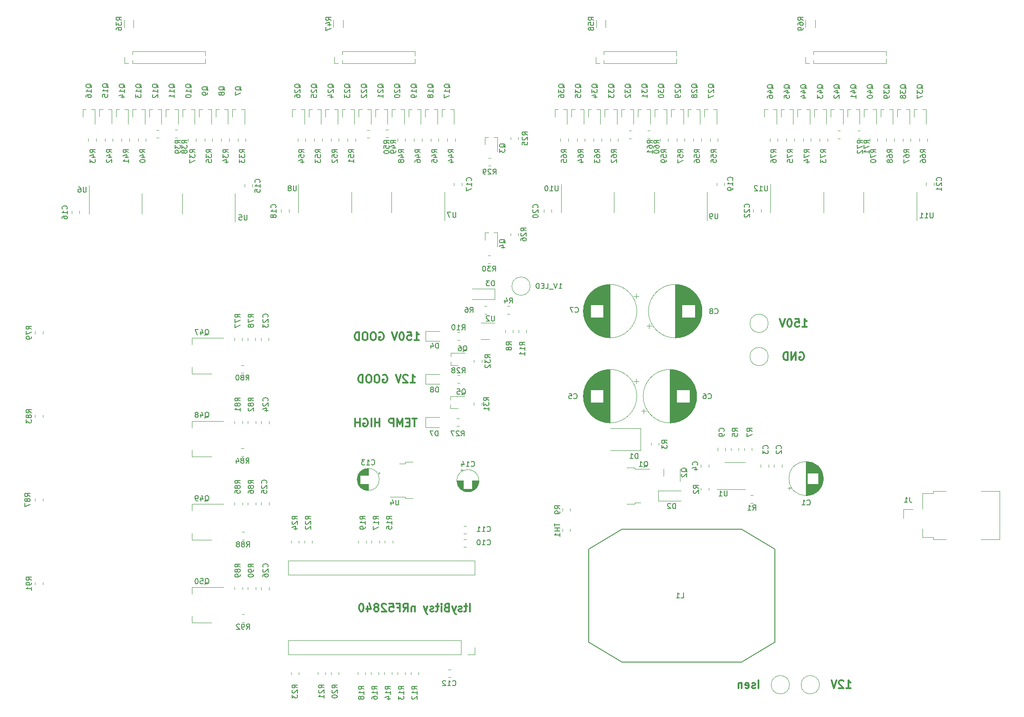
<source format=gbr>
%TF.GenerationSoftware,KiCad,Pcbnew,(6.0.1-0)*%
%TF.CreationDate,2022-02-14T11:55:45-05:00*%
%TF.ProjectId,nixie-tube-clock,6e697869-652d-4747-9562-652d636c6f63,rev?*%
%TF.SameCoordinates,Original*%
%TF.FileFunction,Legend,Bot*%
%TF.FilePolarity,Positive*%
%FSLAX46Y46*%
G04 Gerber Fmt 4.6, Leading zero omitted, Abs format (unit mm)*
G04 Created by KiCad (PCBNEW (6.0.1-0)) date 2022-02-14 11:55:45*
%MOMM*%
%LPD*%
G01*
G04 APERTURE LIST*
%ADD10C,0.300000*%
%ADD11C,0.150000*%
%ADD12C,0.120000*%
%ADD13C,0.152400*%
G04 APERTURE END LIST*
D10*
X128221714Y-89070571D02*
X129078857Y-89070571D01*
X128650285Y-89070571D02*
X128650285Y-87570571D01*
X128793142Y-87784857D01*
X128936000Y-87927714D01*
X129078857Y-87999142D01*
X126864571Y-87570571D02*
X127578857Y-87570571D01*
X127650285Y-88284857D01*
X127578857Y-88213428D01*
X127436000Y-88142000D01*
X127078857Y-88142000D01*
X126936000Y-88213428D01*
X126864571Y-88284857D01*
X126793142Y-88427714D01*
X126793142Y-88784857D01*
X126864571Y-88927714D01*
X126936000Y-88999142D01*
X127078857Y-89070571D01*
X127436000Y-89070571D01*
X127578857Y-88999142D01*
X127650285Y-88927714D01*
X125864571Y-87570571D02*
X125721714Y-87570571D01*
X125578857Y-87642000D01*
X125507428Y-87713428D01*
X125436000Y-87856285D01*
X125364571Y-88142000D01*
X125364571Y-88499142D01*
X125436000Y-88784857D01*
X125507428Y-88927714D01*
X125578857Y-88999142D01*
X125721714Y-89070571D01*
X125864571Y-89070571D01*
X126007428Y-88999142D01*
X126078857Y-88927714D01*
X126150285Y-88784857D01*
X126221714Y-88499142D01*
X126221714Y-88142000D01*
X126150285Y-87856285D01*
X126078857Y-87713428D01*
X126007428Y-87642000D01*
X125864571Y-87570571D01*
X124936000Y-87570571D02*
X124436000Y-89070571D01*
X123936000Y-87570571D01*
X121507428Y-87642000D02*
X121650285Y-87570571D01*
X121864571Y-87570571D01*
X122078857Y-87642000D01*
X122221714Y-87784857D01*
X122293142Y-87927714D01*
X122364571Y-88213428D01*
X122364571Y-88427714D01*
X122293142Y-88713428D01*
X122221714Y-88856285D01*
X122078857Y-88999142D01*
X121864571Y-89070571D01*
X121721714Y-89070571D01*
X121507428Y-88999142D01*
X121436000Y-88927714D01*
X121436000Y-88427714D01*
X121721714Y-88427714D01*
X120507428Y-87570571D02*
X120221714Y-87570571D01*
X120078857Y-87642000D01*
X119936000Y-87784857D01*
X119864571Y-88070571D01*
X119864571Y-88570571D01*
X119936000Y-88856285D01*
X120078857Y-88999142D01*
X120221714Y-89070571D01*
X120507428Y-89070571D01*
X120650285Y-88999142D01*
X120793142Y-88856285D01*
X120864571Y-88570571D01*
X120864571Y-88070571D01*
X120793142Y-87784857D01*
X120650285Y-87642000D01*
X120507428Y-87570571D01*
X118936000Y-87570571D02*
X118650285Y-87570571D01*
X118507428Y-87642000D01*
X118364571Y-87784857D01*
X118293142Y-88070571D01*
X118293142Y-88570571D01*
X118364571Y-88856285D01*
X118507428Y-88999142D01*
X118650285Y-89070571D01*
X118936000Y-89070571D01*
X119078857Y-88999142D01*
X119221714Y-88856285D01*
X119293142Y-88570571D01*
X119293142Y-88070571D01*
X119221714Y-87784857D01*
X119078857Y-87642000D01*
X118936000Y-87570571D01*
X117650285Y-89070571D02*
X117650285Y-87570571D01*
X117293142Y-87570571D01*
X117078857Y-87642000D01*
X116936000Y-87784857D01*
X116864571Y-87927714D01*
X116793142Y-88213428D01*
X116793142Y-88427714D01*
X116864571Y-88713428D01*
X116936000Y-88856285D01*
X117078857Y-88999142D01*
X117293142Y-89070571D01*
X117650285Y-89070571D01*
X127507428Y-97198571D02*
X128364571Y-97198571D01*
X127936000Y-97198571D02*
X127936000Y-95698571D01*
X128078857Y-95912857D01*
X128221714Y-96055714D01*
X128364571Y-96127142D01*
X126936000Y-95841428D02*
X126864571Y-95770000D01*
X126721714Y-95698571D01*
X126364571Y-95698571D01*
X126221714Y-95770000D01*
X126150285Y-95841428D01*
X126078857Y-95984285D01*
X126078857Y-96127142D01*
X126150285Y-96341428D01*
X127007428Y-97198571D01*
X126078857Y-97198571D01*
X125650285Y-95698571D02*
X125150285Y-97198571D01*
X124650285Y-95698571D01*
X122221714Y-95770000D02*
X122364571Y-95698571D01*
X122578857Y-95698571D01*
X122793142Y-95770000D01*
X122936000Y-95912857D01*
X123007428Y-96055714D01*
X123078857Y-96341428D01*
X123078857Y-96555714D01*
X123007428Y-96841428D01*
X122936000Y-96984285D01*
X122793142Y-97127142D01*
X122578857Y-97198571D01*
X122436000Y-97198571D01*
X122221714Y-97127142D01*
X122150285Y-97055714D01*
X122150285Y-96555714D01*
X122436000Y-96555714D01*
X121221714Y-95698571D02*
X120936000Y-95698571D01*
X120793142Y-95770000D01*
X120650285Y-95912857D01*
X120578857Y-96198571D01*
X120578857Y-96698571D01*
X120650285Y-96984285D01*
X120793142Y-97127142D01*
X120936000Y-97198571D01*
X121221714Y-97198571D01*
X121364571Y-97127142D01*
X121507428Y-96984285D01*
X121578857Y-96698571D01*
X121578857Y-96198571D01*
X121507428Y-95912857D01*
X121364571Y-95770000D01*
X121221714Y-95698571D01*
X119650285Y-95698571D02*
X119364571Y-95698571D01*
X119221714Y-95770000D01*
X119078857Y-95912857D01*
X119007428Y-96198571D01*
X119007428Y-96698571D01*
X119078857Y-96984285D01*
X119221714Y-97127142D01*
X119364571Y-97198571D01*
X119650285Y-97198571D01*
X119793142Y-97127142D01*
X119936000Y-96984285D01*
X120007428Y-96698571D01*
X120007428Y-96198571D01*
X119936000Y-95912857D01*
X119793142Y-95770000D01*
X119650285Y-95698571D01*
X118364571Y-97198571D02*
X118364571Y-95698571D01*
X118007428Y-95698571D01*
X117793142Y-95770000D01*
X117650285Y-95912857D01*
X117578857Y-96055714D01*
X117507428Y-96341428D01*
X117507428Y-96555714D01*
X117578857Y-96841428D01*
X117650285Y-96984285D01*
X117793142Y-97127142D01*
X118007428Y-97198571D01*
X118364571Y-97198571D01*
X128646285Y-104080571D02*
X127789142Y-104080571D01*
X128217714Y-105580571D02*
X128217714Y-104080571D01*
X127289142Y-104794857D02*
X126789142Y-104794857D01*
X126574857Y-105580571D02*
X127289142Y-105580571D01*
X127289142Y-104080571D01*
X126574857Y-104080571D01*
X125932000Y-105580571D02*
X125932000Y-104080571D01*
X125432000Y-105152000D01*
X124932000Y-104080571D01*
X124932000Y-105580571D01*
X124217714Y-105580571D02*
X124217714Y-104080571D01*
X123646285Y-104080571D01*
X123503428Y-104152000D01*
X123432000Y-104223428D01*
X123360571Y-104366285D01*
X123360571Y-104580571D01*
X123432000Y-104723428D01*
X123503428Y-104794857D01*
X123646285Y-104866285D01*
X124217714Y-104866285D01*
X121574857Y-105580571D02*
X121574857Y-104080571D01*
X121574857Y-104794857D02*
X120717714Y-104794857D01*
X120717714Y-105580571D02*
X120717714Y-104080571D01*
X120003428Y-105580571D02*
X120003428Y-104080571D01*
X118503428Y-104152000D02*
X118646285Y-104080571D01*
X118860571Y-104080571D01*
X119074857Y-104152000D01*
X119217714Y-104294857D01*
X119289142Y-104437714D01*
X119360571Y-104723428D01*
X119360571Y-104937714D01*
X119289142Y-105223428D01*
X119217714Y-105366285D01*
X119074857Y-105509142D01*
X118860571Y-105580571D01*
X118717714Y-105580571D01*
X118503428Y-105509142D01*
X118432000Y-105437714D01*
X118432000Y-104937714D01*
X118717714Y-104937714D01*
X117789142Y-105580571D02*
X117789142Y-104080571D01*
X117789142Y-104794857D02*
X116932000Y-104794857D01*
X116932000Y-105580571D02*
X116932000Y-104080571D01*
D11*
%TO.C,R13*%
X126182380Y-155821142D02*
X125706190Y-155487809D01*
X126182380Y-155249714D02*
X125182380Y-155249714D01*
X125182380Y-155630666D01*
X125230000Y-155725904D01*
X125277619Y-155773523D01*
X125372857Y-155821142D01*
X125515714Y-155821142D01*
X125610952Y-155773523D01*
X125658571Y-155725904D01*
X125706190Y-155630666D01*
X125706190Y-155249714D01*
X126182380Y-156773523D02*
X126182380Y-156202095D01*
X126182380Y-156487809D02*
X125182380Y-156487809D01*
X125325238Y-156392571D01*
X125420476Y-156297333D01*
X125468095Y-156202095D01*
X125182380Y-157106857D02*
X125182380Y-157725904D01*
X125563333Y-157392571D01*
X125563333Y-157535428D01*
X125610952Y-157630666D01*
X125658571Y-157678285D01*
X125753809Y-157725904D01*
X125991904Y-157725904D01*
X126087142Y-157678285D01*
X126134761Y-157630666D01*
X126182380Y-157535428D01*
X126182380Y-157249714D01*
X126134761Y-157154476D01*
X126087142Y-157106857D01*
%TO.C,C2*%
X198223142Y-109815333D02*
X198270761Y-109767714D01*
X198318380Y-109624857D01*
X198318380Y-109529619D01*
X198270761Y-109386761D01*
X198175523Y-109291523D01*
X198080285Y-109243904D01*
X197889809Y-109196285D01*
X197746952Y-109196285D01*
X197556476Y-109243904D01*
X197461238Y-109291523D01*
X197366000Y-109386761D01*
X197318380Y-109529619D01*
X197318380Y-109624857D01*
X197366000Y-109767714D01*
X197413619Y-109815333D01*
X197413619Y-110196285D02*
X197366000Y-110243904D01*
X197318380Y-110339142D01*
X197318380Y-110577238D01*
X197366000Y-110672476D01*
X197413619Y-110720095D01*
X197508857Y-110767714D01*
X197604095Y-110767714D01*
X197746952Y-110720095D01*
X198318380Y-110148666D01*
X198318380Y-110767714D01*
%TO.C,R24*%
X105862380Y-123309142D02*
X105386190Y-122975809D01*
X105862380Y-122737714D02*
X104862380Y-122737714D01*
X104862380Y-123118666D01*
X104910000Y-123213904D01*
X104957619Y-123261523D01*
X105052857Y-123309142D01*
X105195714Y-123309142D01*
X105290952Y-123261523D01*
X105338571Y-123213904D01*
X105386190Y-123118666D01*
X105386190Y-122737714D01*
X104957619Y-123690095D02*
X104910000Y-123737714D01*
X104862380Y-123832952D01*
X104862380Y-124071047D01*
X104910000Y-124166285D01*
X104957619Y-124213904D01*
X105052857Y-124261523D01*
X105148095Y-124261523D01*
X105290952Y-124213904D01*
X105862380Y-123642476D01*
X105862380Y-124261523D01*
X105195714Y-125118666D02*
X105862380Y-125118666D01*
X104814761Y-124880571D02*
X105529047Y-124642476D01*
X105529047Y-125261523D01*
%TO.C,D2*%
X178096095Y-121275880D02*
X178096095Y-120275880D01*
X177858000Y-120275880D01*
X177715142Y-120323500D01*
X177619904Y-120418738D01*
X177572285Y-120513976D01*
X177524666Y-120704452D01*
X177524666Y-120847309D01*
X177572285Y-121037785D01*
X177619904Y-121133023D01*
X177715142Y-121228261D01*
X177858000Y-121275880D01*
X178096095Y-121275880D01*
X177143714Y-120371119D02*
X177096095Y-120323500D01*
X177000857Y-120275880D01*
X176762761Y-120275880D01*
X176667523Y-120323500D01*
X176619904Y-120371119D01*
X176572285Y-120466357D01*
X176572285Y-120561595D01*
X176619904Y-120704452D01*
X177191333Y-121275880D01*
X176572285Y-121275880D01*
%TO.C,R8*%
X146756380Y-90003333D02*
X146280190Y-89670000D01*
X146756380Y-89431904D02*
X145756380Y-89431904D01*
X145756380Y-89812857D01*
X145804000Y-89908095D01*
X145851619Y-89955714D01*
X145946857Y-90003333D01*
X146089714Y-90003333D01*
X146184952Y-89955714D01*
X146232571Y-89908095D01*
X146280190Y-89812857D01*
X146280190Y-89431904D01*
X146184952Y-90574761D02*
X146137333Y-90479523D01*
X146089714Y-90431904D01*
X145994476Y-90384285D01*
X145946857Y-90384285D01*
X145851619Y-90431904D01*
X145804000Y-90479523D01*
X145756380Y-90574761D01*
X145756380Y-90765238D01*
X145804000Y-90860476D01*
X145851619Y-90908095D01*
X145946857Y-90955714D01*
X145994476Y-90955714D01*
X146089714Y-90908095D01*
X146137333Y-90860476D01*
X146184952Y-90765238D01*
X146184952Y-90574761D01*
X146232571Y-90479523D01*
X146280190Y-90431904D01*
X146375428Y-90384285D01*
X146565904Y-90384285D01*
X146661142Y-90431904D01*
X146708761Y-90479523D01*
X146756380Y-90574761D01*
X146756380Y-90765238D01*
X146708761Y-90860476D01*
X146661142Y-90908095D01*
X146565904Y-90955714D01*
X146375428Y-90955714D01*
X146280190Y-90908095D01*
X146232571Y-90860476D01*
X146184952Y-90765238D01*
%TO.C,R2*%
X182510380Y-117386833D02*
X182034190Y-117053500D01*
X182510380Y-116815404D02*
X181510380Y-116815404D01*
X181510380Y-117196357D01*
X181558000Y-117291595D01*
X181605619Y-117339214D01*
X181700857Y-117386833D01*
X181843714Y-117386833D01*
X181938952Y-117339214D01*
X181986571Y-117291595D01*
X182034190Y-117196357D01*
X182034190Y-116815404D01*
X181605619Y-117767785D02*
X181558000Y-117815404D01*
X181510380Y-117910642D01*
X181510380Y-118148738D01*
X181558000Y-118243976D01*
X181605619Y-118291595D01*
X181700857Y-118339214D01*
X181796095Y-118339214D01*
X181938952Y-118291595D01*
X182510380Y-117720166D01*
X182510380Y-118339214D01*
%TO.C,Q1*%
X172053238Y-113323619D02*
X172148476Y-113276000D01*
X172243714Y-113180761D01*
X172386571Y-113037904D01*
X172481809Y-112990285D01*
X172577047Y-112990285D01*
X172529428Y-113228380D02*
X172624666Y-113180761D01*
X172719904Y-113085523D01*
X172767523Y-112895047D01*
X172767523Y-112561714D01*
X172719904Y-112371238D01*
X172624666Y-112276000D01*
X172529428Y-112228380D01*
X172338952Y-112228380D01*
X172243714Y-112276000D01*
X172148476Y-112371238D01*
X172100857Y-112561714D01*
X172100857Y-112895047D01*
X172148476Y-113085523D01*
X172243714Y-113180761D01*
X172338952Y-113228380D01*
X172529428Y-113228380D01*
X171148476Y-113228380D02*
X171719904Y-113228380D01*
X171434190Y-113228380D02*
X171434190Y-112228380D01*
X171529428Y-112371238D01*
X171624666Y-112466476D01*
X171719904Y-112514095D01*
%TO.C,C1*%
X203206906Y-120499142D02*
X203254525Y-120546761D01*
X203397382Y-120594380D01*
X203492620Y-120594380D01*
X203635478Y-120546761D01*
X203730716Y-120451523D01*
X203778335Y-120356285D01*
X203825954Y-120165809D01*
X203825954Y-120022952D01*
X203778335Y-119832476D01*
X203730716Y-119737238D01*
X203635478Y-119642000D01*
X203492620Y-119594380D01*
X203397382Y-119594380D01*
X203254525Y-119642000D01*
X203206906Y-119689619D01*
X202254525Y-120594380D02*
X202825954Y-120594380D01*
X202540240Y-120594380D02*
X202540240Y-119594380D01*
X202635478Y-119737238D01*
X202730716Y-119832476D01*
X202825954Y-119880095D01*
%TO.C,R47*%
X112297380Y-27932142D02*
X111821190Y-27598809D01*
X112297380Y-27360714D02*
X111297380Y-27360714D01*
X111297380Y-27741666D01*
X111345000Y-27836904D01*
X111392619Y-27884523D01*
X111487857Y-27932142D01*
X111630714Y-27932142D01*
X111725952Y-27884523D01*
X111773571Y-27836904D01*
X111821190Y-27741666D01*
X111821190Y-27360714D01*
X111630714Y-28789285D02*
X112297380Y-28789285D01*
X111249761Y-28551190D02*
X111964047Y-28313095D01*
X111964047Y-28932142D01*
X111297380Y-29217857D02*
X111297380Y-29884523D01*
X112297380Y-29455952D01*
%TO.C,C3*%
X195683142Y-109815333D02*
X195730761Y-109767714D01*
X195778380Y-109624857D01*
X195778380Y-109529619D01*
X195730761Y-109386761D01*
X195635523Y-109291523D01*
X195540285Y-109243904D01*
X195349809Y-109196285D01*
X195206952Y-109196285D01*
X195016476Y-109243904D01*
X194921238Y-109291523D01*
X194826000Y-109386761D01*
X194778380Y-109529619D01*
X194778380Y-109624857D01*
X194826000Y-109767714D01*
X194873619Y-109815333D01*
X194778380Y-110148666D02*
X194778380Y-110767714D01*
X195159333Y-110434380D01*
X195159333Y-110577238D01*
X195206952Y-110672476D01*
X195254571Y-110720095D01*
X195349809Y-110767714D01*
X195587904Y-110767714D01*
X195683142Y-110720095D01*
X195730761Y-110672476D01*
X195778380Y-110577238D01*
X195778380Y-110291523D01*
X195730761Y-110196285D01*
X195683142Y-110148666D01*
%TO.C,C26*%
X100179142Y-132453142D02*
X100226761Y-132405523D01*
X100274380Y-132262666D01*
X100274380Y-132167428D01*
X100226761Y-132024571D01*
X100131523Y-131929333D01*
X100036285Y-131881714D01*
X99845809Y-131834095D01*
X99702952Y-131834095D01*
X99512476Y-131881714D01*
X99417238Y-131929333D01*
X99322000Y-132024571D01*
X99274380Y-132167428D01*
X99274380Y-132262666D01*
X99322000Y-132405523D01*
X99369619Y-132453142D01*
X99369619Y-132834095D02*
X99322000Y-132881714D01*
X99274380Y-132976952D01*
X99274380Y-133215047D01*
X99322000Y-133310285D01*
X99369619Y-133357904D01*
X99464857Y-133405523D01*
X99560095Y-133405523D01*
X99702952Y-133357904D01*
X100274380Y-132786476D01*
X100274380Y-133405523D01*
X99274380Y-134262666D02*
X99274380Y-134072190D01*
X99322000Y-133976952D01*
X99369619Y-133929333D01*
X99512476Y-133834095D01*
X99702952Y-133786476D01*
X100083904Y-133786476D01*
X100179142Y-133834095D01*
X100226761Y-133881714D01*
X100274380Y-133976952D01*
X100274380Y-134167428D01*
X100226761Y-134262666D01*
X100179142Y-134310285D01*
X100083904Y-134357904D01*
X99845809Y-134357904D01*
X99750571Y-134310285D01*
X99702952Y-134262666D01*
X99655333Y-134167428D01*
X99655333Y-133976952D01*
X99702952Y-133881714D01*
X99750571Y-133834095D01*
X99845809Y-133786476D01*
%TO.C,R71*%
X215082380Y-51427142D02*
X214606190Y-51093809D01*
X215082380Y-50855714D02*
X214082380Y-50855714D01*
X214082380Y-51236666D01*
X214130000Y-51331904D01*
X214177619Y-51379523D01*
X214272857Y-51427142D01*
X214415714Y-51427142D01*
X214510952Y-51379523D01*
X214558571Y-51331904D01*
X214606190Y-51236666D01*
X214606190Y-50855714D01*
X214082380Y-51760476D02*
X214082380Y-52427142D01*
X215082380Y-51998571D01*
X215082380Y-53331904D02*
X215082380Y-52760476D01*
X215082380Y-53046190D02*
X214082380Y-53046190D01*
X214225238Y-52950952D01*
X214320476Y-52855714D01*
X214368095Y-52760476D01*
%TO.C,R63*%
X163647380Y-53205142D02*
X163171190Y-52871809D01*
X163647380Y-52633714D02*
X162647380Y-52633714D01*
X162647380Y-53014666D01*
X162695000Y-53109904D01*
X162742619Y-53157523D01*
X162837857Y-53205142D01*
X162980714Y-53205142D01*
X163075952Y-53157523D01*
X163123571Y-53109904D01*
X163171190Y-53014666D01*
X163171190Y-52633714D01*
X162647380Y-54062285D02*
X162647380Y-53871809D01*
X162695000Y-53776571D01*
X162742619Y-53728952D01*
X162885476Y-53633714D01*
X163075952Y-53586095D01*
X163456904Y-53586095D01*
X163552142Y-53633714D01*
X163599761Y-53681333D01*
X163647380Y-53776571D01*
X163647380Y-53967047D01*
X163599761Y-54062285D01*
X163552142Y-54109904D01*
X163456904Y-54157523D01*
X163218809Y-54157523D01*
X163123571Y-54109904D01*
X163075952Y-54062285D01*
X163028333Y-53967047D01*
X163028333Y-53776571D01*
X163075952Y-53681333D01*
X163123571Y-53633714D01*
X163218809Y-53586095D01*
X162647380Y-54490857D02*
X162647380Y-55109904D01*
X163028333Y-54776571D01*
X163028333Y-54919428D01*
X163075952Y-55014666D01*
X163123571Y-55062285D01*
X163218809Y-55109904D01*
X163456904Y-55109904D01*
X163552142Y-55062285D01*
X163599761Y-55014666D01*
X163647380Y-54919428D01*
X163647380Y-54633714D01*
X163599761Y-54538476D01*
X163552142Y-54490857D01*
%TO.C,C24*%
X100179142Y-100703142D02*
X100226761Y-100655523D01*
X100274380Y-100512666D01*
X100274380Y-100417428D01*
X100226761Y-100274571D01*
X100131523Y-100179333D01*
X100036285Y-100131714D01*
X99845809Y-100084095D01*
X99702952Y-100084095D01*
X99512476Y-100131714D01*
X99417238Y-100179333D01*
X99322000Y-100274571D01*
X99274380Y-100417428D01*
X99274380Y-100512666D01*
X99322000Y-100655523D01*
X99369619Y-100703142D01*
X99369619Y-101084095D02*
X99322000Y-101131714D01*
X99274380Y-101226952D01*
X99274380Y-101465047D01*
X99322000Y-101560285D01*
X99369619Y-101607904D01*
X99464857Y-101655523D01*
X99560095Y-101655523D01*
X99702952Y-101607904D01*
X100274380Y-101036476D01*
X100274380Y-101655523D01*
X99607714Y-102512666D02*
X100274380Y-102512666D01*
X99226761Y-102274571D02*
X99941047Y-102036476D01*
X99941047Y-102655523D01*
%TO.C,U5*%
X96265904Y-65111380D02*
X96265904Y-65920904D01*
X96218285Y-66016142D01*
X96170666Y-66063761D01*
X96075428Y-66111380D01*
X95884952Y-66111380D01*
X95789714Y-66063761D01*
X95742095Y-66016142D01*
X95694476Y-65920904D01*
X95694476Y-65111380D01*
X94742095Y-65111380D02*
X95218285Y-65111380D01*
X95265904Y-65587571D01*
X95218285Y-65539952D01*
X95123047Y-65492333D01*
X94884952Y-65492333D01*
X94789714Y-65539952D01*
X94742095Y-65587571D01*
X94694476Y-65682809D01*
X94694476Y-65920904D01*
X94742095Y-66016142D01*
X94789714Y-66063761D01*
X94884952Y-66111380D01*
X95123047Y-66111380D01*
X95218285Y-66063761D01*
X95265904Y-66016142D01*
%TO.C,R11*%
X149296380Y-90035142D02*
X148820190Y-89701809D01*
X149296380Y-89463714D02*
X148296380Y-89463714D01*
X148296380Y-89844666D01*
X148344000Y-89939904D01*
X148391619Y-89987523D01*
X148486857Y-90035142D01*
X148629714Y-90035142D01*
X148724952Y-89987523D01*
X148772571Y-89939904D01*
X148820190Y-89844666D01*
X148820190Y-89463714D01*
X149296380Y-90987523D02*
X149296380Y-90416095D01*
X149296380Y-90701809D02*
X148296380Y-90701809D01*
X148439238Y-90606571D01*
X148534476Y-90511333D01*
X148582095Y-90416095D01*
X149296380Y-91939904D02*
X149296380Y-91368476D01*
X149296380Y-91654190D02*
X148296380Y-91654190D01*
X148439238Y-91558952D01*
X148534476Y-91463714D01*
X148582095Y-91368476D01*
%TO.C,Q50*%
X88201428Y-135747619D02*
X88296666Y-135700000D01*
X88391904Y-135604761D01*
X88534761Y-135461904D01*
X88630000Y-135414285D01*
X88725238Y-135414285D01*
X88677619Y-135652380D02*
X88772857Y-135604761D01*
X88868095Y-135509523D01*
X88915714Y-135319047D01*
X88915714Y-134985714D01*
X88868095Y-134795238D01*
X88772857Y-134700000D01*
X88677619Y-134652380D01*
X88487142Y-134652380D01*
X88391904Y-134700000D01*
X88296666Y-134795238D01*
X88249047Y-134985714D01*
X88249047Y-135319047D01*
X88296666Y-135509523D01*
X88391904Y-135604761D01*
X88487142Y-135652380D01*
X88677619Y-135652380D01*
X87344285Y-134652380D02*
X87820476Y-134652380D01*
X87868095Y-135128571D01*
X87820476Y-135080952D01*
X87725238Y-135033333D01*
X87487142Y-135033333D01*
X87391904Y-135080952D01*
X87344285Y-135128571D01*
X87296666Y-135223809D01*
X87296666Y-135461904D01*
X87344285Y-135557142D01*
X87391904Y-135604761D01*
X87487142Y-135652380D01*
X87725238Y-135652380D01*
X87820476Y-135604761D01*
X87868095Y-135557142D01*
X86677619Y-134652380D02*
X86582380Y-134652380D01*
X86487142Y-134700000D01*
X86439523Y-134747619D01*
X86391904Y-134842857D01*
X86344285Y-135033333D01*
X86344285Y-135271428D01*
X86391904Y-135461904D01*
X86439523Y-135557142D01*
X86487142Y-135604761D01*
X86582380Y-135652380D01*
X86677619Y-135652380D01*
X86772857Y-135604761D01*
X86820476Y-135557142D01*
X86868095Y-135461904D01*
X86915714Y-135271428D01*
X86915714Y-135033333D01*
X86868095Y-134842857D01*
X86820476Y-134747619D01*
X86772857Y-134700000D01*
X86677619Y-134652380D01*
%TO.C,R54*%
X107132380Y-53205142D02*
X106656190Y-52871809D01*
X107132380Y-52633714D02*
X106132380Y-52633714D01*
X106132380Y-53014666D01*
X106180000Y-53109904D01*
X106227619Y-53157523D01*
X106322857Y-53205142D01*
X106465714Y-53205142D01*
X106560952Y-53157523D01*
X106608571Y-53109904D01*
X106656190Y-53014666D01*
X106656190Y-52633714D01*
X106132380Y-54109904D02*
X106132380Y-53633714D01*
X106608571Y-53586095D01*
X106560952Y-53633714D01*
X106513333Y-53728952D01*
X106513333Y-53967047D01*
X106560952Y-54062285D01*
X106608571Y-54109904D01*
X106703809Y-54157523D01*
X106941904Y-54157523D01*
X107037142Y-54109904D01*
X107084761Y-54062285D01*
X107132380Y-53967047D01*
X107132380Y-53728952D01*
X107084761Y-53633714D01*
X107037142Y-53586095D01*
X106465714Y-55014666D02*
X107132380Y-55014666D01*
X106084761Y-54776571D02*
X106799047Y-54538476D01*
X106799047Y-55157523D01*
%TO.C,R23*%
X105862380Y-155567142D02*
X105386190Y-155233809D01*
X105862380Y-154995714D02*
X104862380Y-154995714D01*
X104862380Y-155376666D01*
X104910000Y-155471904D01*
X104957619Y-155519523D01*
X105052857Y-155567142D01*
X105195714Y-155567142D01*
X105290952Y-155519523D01*
X105338571Y-155471904D01*
X105386190Y-155376666D01*
X105386190Y-154995714D01*
X104957619Y-155948095D02*
X104910000Y-155995714D01*
X104862380Y-156090952D01*
X104862380Y-156329047D01*
X104910000Y-156424285D01*
X104957619Y-156471904D01*
X105052857Y-156519523D01*
X105148095Y-156519523D01*
X105290952Y-156471904D01*
X105862380Y-155900476D01*
X105862380Y-156519523D01*
X104862380Y-156852857D02*
X104862380Y-157471904D01*
X105243333Y-157138571D01*
X105243333Y-157281428D01*
X105290952Y-157376666D01*
X105338571Y-157424285D01*
X105433809Y-157471904D01*
X105671904Y-157471904D01*
X105767142Y-157424285D01*
X105814761Y-157376666D01*
X105862380Y-157281428D01*
X105862380Y-156995714D01*
X105814761Y-156900476D01*
X105767142Y-156852857D01*
%TO.C,R60*%
X174950380Y-51427142D02*
X174474190Y-51093809D01*
X174950380Y-50855714D02*
X173950380Y-50855714D01*
X173950380Y-51236666D01*
X173998000Y-51331904D01*
X174045619Y-51379523D01*
X174140857Y-51427142D01*
X174283714Y-51427142D01*
X174378952Y-51379523D01*
X174426571Y-51331904D01*
X174474190Y-51236666D01*
X174474190Y-50855714D01*
X173950380Y-52284285D02*
X173950380Y-52093809D01*
X173998000Y-51998571D01*
X174045619Y-51950952D01*
X174188476Y-51855714D01*
X174378952Y-51808095D01*
X174759904Y-51808095D01*
X174855142Y-51855714D01*
X174902761Y-51903333D01*
X174950380Y-51998571D01*
X174950380Y-52189047D01*
X174902761Y-52284285D01*
X174855142Y-52331904D01*
X174759904Y-52379523D01*
X174521809Y-52379523D01*
X174426571Y-52331904D01*
X174378952Y-52284285D01*
X174331333Y-52189047D01*
X174331333Y-51998571D01*
X174378952Y-51903333D01*
X174426571Y-51855714D01*
X174521809Y-51808095D01*
X173950380Y-52998571D02*
X173950380Y-53093809D01*
X173998000Y-53189047D01*
X174045619Y-53236666D01*
X174140857Y-53284285D01*
X174331333Y-53331904D01*
X174569428Y-53331904D01*
X174759904Y-53284285D01*
X174855142Y-53236666D01*
X174902761Y-53189047D01*
X174950380Y-53093809D01*
X174950380Y-52998571D01*
X174902761Y-52903333D01*
X174855142Y-52855714D01*
X174759904Y-52808095D01*
X174569428Y-52760476D01*
X174331333Y-52760476D01*
X174140857Y-52808095D01*
X174045619Y-52855714D01*
X173998000Y-52903333D01*
X173950380Y-52998571D01*
%TO.C,R92*%
X96146857Y-144342380D02*
X96480190Y-143866190D01*
X96718285Y-144342380D02*
X96718285Y-143342380D01*
X96337333Y-143342380D01*
X96242095Y-143390000D01*
X96194476Y-143437619D01*
X96146857Y-143532857D01*
X96146857Y-143675714D01*
X96194476Y-143770952D01*
X96242095Y-143818571D01*
X96337333Y-143866190D01*
X96718285Y-143866190D01*
X95670666Y-144342380D02*
X95480190Y-144342380D01*
X95384952Y-144294761D01*
X95337333Y-144247142D01*
X95242095Y-144104285D01*
X95194476Y-143913809D01*
X95194476Y-143532857D01*
X95242095Y-143437619D01*
X95289714Y-143390000D01*
X95384952Y-143342380D01*
X95575428Y-143342380D01*
X95670666Y-143390000D01*
X95718285Y-143437619D01*
X95765904Y-143532857D01*
X95765904Y-143770952D01*
X95718285Y-143866190D01*
X95670666Y-143913809D01*
X95575428Y-143961428D01*
X95384952Y-143961428D01*
X95289714Y-143913809D01*
X95242095Y-143866190D01*
X95194476Y-143770952D01*
X94813523Y-143437619D02*
X94765904Y-143390000D01*
X94670666Y-143342380D01*
X94432571Y-143342380D01*
X94337333Y-143390000D01*
X94289714Y-143437619D01*
X94242095Y-143532857D01*
X94242095Y-143628095D01*
X94289714Y-143770952D01*
X94861142Y-144342380D01*
X94242095Y-144342380D01*
%TO.C,R49*%
X124658380Y-51427142D02*
X124182190Y-51093809D01*
X124658380Y-50855714D02*
X123658380Y-50855714D01*
X123658380Y-51236666D01*
X123706000Y-51331904D01*
X123753619Y-51379523D01*
X123848857Y-51427142D01*
X123991714Y-51427142D01*
X124086952Y-51379523D01*
X124134571Y-51331904D01*
X124182190Y-51236666D01*
X124182190Y-50855714D01*
X123991714Y-52284285D02*
X124658380Y-52284285D01*
X123610761Y-52046190D02*
X124325047Y-51808095D01*
X124325047Y-52427142D01*
X124658380Y-52855714D02*
X124658380Y-53046190D01*
X124610761Y-53141428D01*
X124563142Y-53189047D01*
X124420285Y-53284285D01*
X124229809Y-53331904D01*
X123848857Y-53331904D01*
X123753619Y-53284285D01*
X123706000Y-53236666D01*
X123658380Y-53141428D01*
X123658380Y-52950952D01*
X123706000Y-52855714D01*
X123753619Y-52808095D01*
X123848857Y-52760476D01*
X124086952Y-52760476D01*
X124182190Y-52808095D01*
X124229809Y-52855714D01*
X124277428Y-52950952D01*
X124277428Y-53141428D01*
X124229809Y-53236666D01*
X124182190Y-53284285D01*
X124086952Y-53331904D01*
%TO.C,Q26*%
X106465619Y-40830571D02*
X106418000Y-40735333D01*
X106322761Y-40640095D01*
X106179904Y-40497238D01*
X106132285Y-40402000D01*
X106132285Y-40306761D01*
X106370380Y-40354380D02*
X106322761Y-40259142D01*
X106227523Y-40163904D01*
X106037047Y-40116285D01*
X105703714Y-40116285D01*
X105513238Y-40163904D01*
X105418000Y-40259142D01*
X105370380Y-40354380D01*
X105370380Y-40544857D01*
X105418000Y-40640095D01*
X105513238Y-40735333D01*
X105703714Y-40782952D01*
X106037047Y-40782952D01*
X106227523Y-40735333D01*
X106322761Y-40640095D01*
X106370380Y-40544857D01*
X106370380Y-40354380D01*
X105465619Y-41163904D02*
X105418000Y-41211523D01*
X105370380Y-41306761D01*
X105370380Y-41544857D01*
X105418000Y-41640095D01*
X105465619Y-41687714D01*
X105560857Y-41735333D01*
X105656095Y-41735333D01*
X105798952Y-41687714D01*
X106370380Y-41116285D01*
X106370380Y-41735333D01*
X105370380Y-42592476D02*
X105370380Y-42402000D01*
X105418000Y-42306761D01*
X105465619Y-42259142D01*
X105608476Y-42163904D01*
X105798952Y-42116285D01*
X106179904Y-42116285D01*
X106275142Y-42163904D01*
X106322761Y-42211523D01*
X106370380Y-42306761D01*
X106370380Y-42497238D01*
X106322761Y-42592476D01*
X106275142Y-42640095D01*
X106179904Y-42687714D01*
X105941809Y-42687714D01*
X105846571Y-42640095D01*
X105798952Y-42592476D01*
X105751333Y-42497238D01*
X105751333Y-42306761D01*
X105798952Y-42211523D01*
X105846571Y-42163904D01*
X105941809Y-42116285D01*
%TO.C,Q17*%
X135040619Y-40830571D02*
X134993000Y-40735333D01*
X134897761Y-40640095D01*
X134754904Y-40497238D01*
X134707285Y-40402000D01*
X134707285Y-40306761D01*
X134945380Y-40354380D02*
X134897761Y-40259142D01*
X134802523Y-40163904D01*
X134612047Y-40116285D01*
X134278714Y-40116285D01*
X134088238Y-40163904D01*
X133993000Y-40259142D01*
X133945380Y-40354380D01*
X133945380Y-40544857D01*
X133993000Y-40640095D01*
X134088238Y-40735333D01*
X134278714Y-40782952D01*
X134612047Y-40782952D01*
X134802523Y-40735333D01*
X134897761Y-40640095D01*
X134945380Y-40544857D01*
X134945380Y-40354380D01*
X134945380Y-41735333D02*
X134945380Y-41163904D01*
X134945380Y-41449619D02*
X133945380Y-41449619D01*
X134088238Y-41354380D01*
X134183476Y-41259142D01*
X134231095Y-41163904D01*
X133945380Y-42068666D02*
X133945380Y-42735333D01*
X134945380Y-42306761D01*
%TO.C,R62*%
X166822380Y-53205142D02*
X166346190Y-52871809D01*
X166822380Y-52633714D02*
X165822380Y-52633714D01*
X165822380Y-53014666D01*
X165870000Y-53109904D01*
X165917619Y-53157523D01*
X166012857Y-53205142D01*
X166155714Y-53205142D01*
X166250952Y-53157523D01*
X166298571Y-53109904D01*
X166346190Y-53014666D01*
X166346190Y-52633714D01*
X165822380Y-54062285D02*
X165822380Y-53871809D01*
X165870000Y-53776571D01*
X165917619Y-53728952D01*
X166060476Y-53633714D01*
X166250952Y-53586095D01*
X166631904Y-53586095D01*
X166727142Y-53633714D01*
X166774761Y-53681333D01*
X166822380Y-53776571D01*
X166822380Y-53967047D01*
X166774761Y-54062285D01*
X166727142Y-54109904D01*
X166631904Y-54157523D01*
X166393809Y-54157523D01*
X166298571Y-54109904D01*
X166250952Y-54062285D01*
X166203333Y-53967047D01*
X166203333Y-53776571D01*
X166250952Y-53681333D01*
X166298571Y-53633714D01*
X166393809Y-53586095D01*
X165917619Y-54538476D02*
X165870000Y-54586095D01*
X165822380Y-54681333D01*
X165822380Y-54919428D01*
X165870000Y-55014666D01*
X165917619Y-55062285D01*
X166012857Y-55109904D01*
X166108095Y-55109904D01*
X166250952Y-55062285D01*
X166822380Y-54490857D01*
X166822380Y-55109904D01*
%TO.C,Q19*%
X128690619Y-40830571D02*
X128643000Y-40735333D01*
X128547761Y-40640095D01*
X128404904Y-40497238D01*
X128357285Y-40402000D01*
X128357285Y-40306761D01*
X128595380Y-40354380D02*
X128547761Y-40259142D01*
X128452523Y-40163904D01*
X128262047Y-40116285D01*
X127928714Y-40116285D01*
X127738238Y-40163904D01*
X127643000Y-40259142D01*
X127595380Y-40354380D01*
X127595380Y-40544857D01*
X127643000Y-40640095D01*
X127738238Y-40735333D01*
X127928714Y-40782952D01*
X128262047Y-40782952D01*
X128452523Y-40735333D01*
X128547761Y-40640095D01*
X128595380Y-40544857D01*
X128595380Y-40354380D01*
X128595380Y-41735333D02*
X128595380Y-41163904D01*
X128595380Y-41449619D02*
X127595380Y-41449619D01*
X127738238Y-41354380D01*
X127833476Y-41259142D01*
X127881095Y-41163904D01*
X128595380Y-42211523D02*
X128595380Y-42402000D01*
X128547761Y-42497238D01*
X128500142Y-42544857D01*
X128357285Y-42640095D01*
X128166809Y-42687714D01*
X127785857Y-42687714D01*
X127690619Y-42640095D01*
X127643000Y-42592476D01*
X127595380Y-42497238D01*
X127595380Y-42306761D01*
X127643000Y-42211523D01*
X127690619Y-42163904D01*
X127785857Y-42116285D01*
X128023952Y-42116285D01*
X128119190Y-42163904D01*
X128166809Y-42211523D01*
X128214428Y-42306761D01*
X128214428Y-42497238D01*
X128166809Y-42592476D01*
X128119190Y-42640095D01*
X128023952Y-42687714D01*
%TO.C,R43*%
X67254380Y-53205142D02*
X66778190Y-52871809D01*
X67254380Y-52633714D02*
X66254380Y-52633714D01*
X66254380Y-53014666D01*
X66302000Y-53109904D01*
X66349619Y-53157523D01*
X66444857Y-53205142D01*
X66587714Y-53205142D01*
X66682952Y-53157523D01*
X66730571Y-53109904D01*
X66778190Y-53014666D01*
X66778190Y-52633714D01*
X66587714Y-54062285D02*
X67254380Y-54062285D01*
X66206761Y-53824190D02*
X66921047Y-53586095D01*
X66921047Y-54205142D01*
X66254380Y-54490857D02*
X66254380Y-55109904D01*
X66635333Y-54776571D01*
X66635333Y-54919428D01*
X66682952Y-55014666D01*
X66730571Y-55062285D01*
X66825809Y-55109904D01*
X67063904Y-55109904D01*
X67159142Y-55062285D01*
X67206761Y-55014666D01*
X67254380Y-54919428D01*
X67254380Y-54633714D01*
X67206761Y-54538476D01*
X67159142Y-54490857D01*
%TO.C,Q48*%
X88201428Y-103925619D02*
X88296666Y-103878000D01*
X88391904Y-103782761D01*
X88534761Y-103639904D01*
X88630000Y-103592285D01*
X88725238Y-103592285D01*
X88677619Y-103830380D02*
X88772857Y-103782761D01*
X88868095Y-103687523D01*
X88915714Y-103497047D01*
X88915714Y-103163714D01*
X88868095Y-102973238D01*
X88772857Y-102878000D01*
X88677619Y-102830380D01*
X88487142Y-102830380D01*
X88391904Y-102878000D01*
X88296666Y-102973238D01*
X88249047Y-103163714D01*
X88249047Y-103497047D01*
X88296666Y-103687523D01*
X88391904Y-103782761D01*
X88487142Y-103830380D01*
X88677619Y-103830380D01*
X87391904Y-103163714D02*
X87391904Y-103830380D01*
X87630000Y-102782761D02*
X87868095Y-103497047D01*
X87249047Y-103497047D01*
X86725238Y-103258952D02*
X86820476Y-103211333D01*
X86868095Y-103163714D01*
X86915714Y-103068476D01*
X86915714Y-103020857D01*
X86868095Y-102925619D01*
X86820476Y-102878000D01*
X86725238Y-102830380D01*
X86534761Y-102830380D01*
X86439523Y-102878000D01*
X86391904Y-102925619D01*
X86344285Y-103020857D01*
X86344285Y-103068476D01*
X86391904Y-103163714D01*
X86439523Y-103211333D01*
X86534761Y-103258952D01*
X86725238Y-103258952D01*
X86820476Y-103306571D01*
X86868095Y-103354190D01*
X86915714Y-103449428D01*
X86915714Y-103639904D01*
X86868095Y-103735142D01*
X86820476Y-103782761D01*
X86725238Y-103830380D01*
X86534761Y-103830380D01*
X86439523Y-103782761D01*
X86391904Y-103735142D01*
X86344285Y-103639904D01*
X86344285Y-103449428D01*
X86391904Y-103354190D01*
X86439523Y-103306571D01*
X86534761Y-103258952D01*
%TO.C,C7*%
X158916666Y-83669142D02*
X158964285Y-83716761D01*
X159107142Y-83764380D01*
X159202380Y-83764380D01*
X159345238Y-83716761D01*
X159440476Y-83621523D01*
X159488095Y-83526285D01*
X159535714Y-83335809D01*
X159535714Y-83192952D01*
X159488095Y-83002476D01*
X159440476Y-82907238D01*
X159345238Y-82812000D01*
X159202380Y-82764380D01*
X159107142Y-82764380D01*
X158964285Y-82812000D01*
X158916666Y-82859619D01*
X158583333Y-82764380D02*
X157916666Y-82764380D01*
X158345238Y-83764380D01*
%TO.C,R6*%
X138850666Y-83764380D02*
X139184000Y-83288190D01*
X139422095Y-83764380D02*
X139422095Y-82764380D01*
X139041142Y-82764380D01*
X138945904Y-82812000D01*
X138898285Y-82859619D01*
X138850666Y-82954857D01*
X138850666Y-83097714D01*
X138898285Y-83192952D01*
X138945904Y-83240571D01*
X139041142Y-83288190D01*
X139422095Y-83288190D01*
X137993523Y-82764380D02*
X138184000Y-82764380D01*
X138279238Y-82812000D01*
X138326857Y-82859619D01*
X138422095Y-83002476D01*
X138469714Y-83192952D01*
X138469714Y-83573904D01*
X138422095Y-83669142D01*
X138374476Y-83716761D01*
X138279238Y-83764380D01*
X138088761Y-83764380D01*
X137993523Y-83716761D01*
X137945904Y-83669142D01*
X137898285Y-83573904D01*
X137898285Y-83335809D01*
X137945904Y-83240571D01*
X137993523Y-83192952D01*
X138088761Y-83145333D01*
X138279238Y-83145333D01*
X138374476Y-83192952D01*
X138422095Y-83240571D01*
X138469714Y-83335809D01*
%TO.C,R19*%
X118816380Y-123309142D02*
X118340190Y-122975809D01*
X118816380Y-122737714D02*
X117816380Y-122737714D01*
X117816380Y-123118666D01*
X117864000Y-123213904D01*
X117911619Y-123261523D01*
X118006857Y-123309142D01*
X118149714Y-123309142D01*
X118244952Y-123261523D01*
X118292571Y-123213904D01*
X118340190Y-123118666D01*
X118340190Y-122737714D01*
X118816380Y-124261523D02*
X118816380Y-123690095D01*
X118816380Y-123975809D02*
X117816380Y-123975809D01*
X117959238Y-123880571D01*
X118054476Y-123785333D01*
X118102095Y-123690095D01*
X118816380Y-124737714D02*
X118816380Y-124928190D01*
X118768761Y-125023428D01*
X118721142Y-125071047D01*
X118578285Y-125166285D01*
X118387809Y-125213904D01*
X118006857Y-125213904D01*
X117911619Y-125166285D01*
X117864000Y-125118666D01*
X117816380Y-125023428D01*
X117816380Y-124832952D01*
X117864000Y-124737714D01*
X117911619Y-124690095D01*
X118006857Y-124642476D01*
X118244952Y-124642476D01*
X118340190Y-124690095D01*
X118387809Y-124737714D01*
X118435428Y-124832952D01*
X118435428Y-125023428D01*
X118387809Y-125118666D01*
X118340190Y-125166285D01*
X118244952Y-125213904D01*
%TO.C,Q35*%
X160059619Y-40830571D02*
X160012000Y-40735333D01*
X159916761Y-40640095D01*
X159773904Y-40497238D01*
X159726285Y-40402000D01*
X159726285Y-40306761D01*
X159964380Y-40354380D02*
X159916761Y-40259142D01*
X159821523Y-40163904D01*
X159631047Y-40116285D01*
X159297714Y-40116285D01*
X159107238Y-40163904D01*
X159012000Y-40259142D01*
X158964380Y-40354380D01*
X158964380Y-40544857D01*
X159012000Y-40640095D01*
X159107238Y-40735333D01*
X159297714Y-40782952D01*
X159631047Y-40782952D01*
X159821523Y-40735333D01*
X159916761Y-40640095D01*
X159964380Y-40544857D01*
X159964380Y-40354380D01*
X158964380Y-41116285D02*
X158964380Y-41735333D01*
X159345333Y-41402000D01*
X159345333Y-41544857D01*
X159392952Y-41640095D01*
X159440571Y-41687714D01*
X159535809Y-41735333D01*
X159773904Y-41735333D01*
X159869142Y-41687714D01*
X159916761Y-41640095D01*
X159964380Y-41544857D01*
X159964380Y-41259142D01*
X159916761Y-41163904D01*
X159869142Y-41116285D01*
X158964380Y-42640095D02*
X158964380Y-42163904D01*
X159440571Y-42116285D01*
X159392952Y-42163904D01*
X159345333Y-42259142D01*
X159345333Y-42497238D01*
X159392952Y-42592476D01*
X159440571Y-42640095D01*
X159535809Y-42687714D01*
X159773904Y-42687714D01*
X159869142Y-42640095D01*
X159916761Y-42592476D01*
X159964380Y-42497238D01*
X159964380Y-42259142D01*
X159916761Y-42163904D01*
X159869142Y-42116285D01*
%TO.C,R67*%
X222702380Y-53205142D02*
X222226190Y-52871809D01*
X222702380Y-52633714D02*
X221702380Y-52633714D01*
X221702380Y-53014666D01*
X221750000Y-53109904D01*
X221797619Y-53157523D01*
X221892857Y-53205142D01*
X222035714Y-53205142D01*
X222130952Y-53157523D01*
X222178571Y-53109904D01*
X222226190Y-53014666D01*
X222226190Y-52633714D01*
X221702380Y-54062285D02*
X221702380Y-53871809D01*
X221750000Y-53776571D01*
X221797619Y-53728952D01*
X221940476Y-53633714D01*
X222130952Y-53586095D01*
X222511904Y-53586095D01*
X222607142Y-53633714D01*
X222654761Y-53681333D01*
X222702380Y-53776571D01*
X222702380Y-53967047D01*
X222654761Y-54062285D01*
X222607142Y-54109904D01*
X222511904Y-54157523D01*
X222273809Y-54157523D01*
X222178571Y-54109904D01*
X222130952Y-54062285D01*
X222083333Y-53967047D01*
X222083333Y-53776571D01*
X222130952Y-53681333D01*
X222178571Y-53633714D01*
X222273809Y-53586095D01*
X221702380Y-54490857D02*
X221702380Y-55157523D01*
X222702380Y-54728952D01*
%TO.C,R52*%
X113482380Y-53205142D02*
X113006190Y-52871809D01*
X113482380Y-52633714D02*
X112482380Y-52633714D01*
X112482380Y-53014666D01*
X112530000Y-53109904D01*
X112577619Y-53157523D01*
X112672857Y-53205142D01*
X112815714Y-53205142D01*
X112910952Y-53157523D01*
X112958571Y-53109904D01*
X113006190Y-53014666D01*
X113006190Y-52633714D01*
X112482380Y-54109904D02*
X112482380Y-53633714D01*
X112958571Y-53586095D01*
X112910952Y-53633714D01*
X112863333Y-53728952D01*
X112863333Y-53967047D01*
X112910952Y-54062285D01*
X112958571Y-54109904D01*
X113053809Y-54157523D01*
X113291904Y-54157523D01*
X113387142Y-54109904D01*
X113434761Y-54062285D01*
X113482380Y-53967047D01*
X113482380Y-53728952D01*
X113434761Y-53633714D01*
X113387142Y-53586095D01*
X112577619Y-54538476D02*
X112530000Y-54586095D01*
X112482380Y-54681333D01*
X112482380Y-54919428D01*
X112530000Y-55014666D01*
X112577619Y-55062285D01*
X112672857Y-55109904D01*
X112768095Y-55109904D01*
X112910952Y-55062285D01*
X113482380Y-54490857D01*
X113482380Y-55109904D01*
%TO.C,R74*%
X203652380Y-53205142D02*
X203176190Y-52871809D01*
X203652380Y-52633714D02*
X202652380Y-52633714D01*
X202652380Y-53014666D01*
X202700000Y-53109904D01*
X202747619Y-53157523D01*
X202842857Y-53205142D01*
X202985714Y-53205142D01*
X203080952Y-53157523D01*
X203128571Y-53109904D01*
X203176190Y-53014666D01*
X203176190Y-52633714D01*
X202652380Y-53538476D02*
X202652380Y-54205142D01*
X203652380Y-53776571D01*
X202985714Y-55014666D02*
X203652380Y-55014666D01*
X202604761Y-54776571D02*
X203319047Y-54538476D01*
X203319047Y-55157523D01*
D10*
%TO.C,150V*%
X202302857Y-86530571D02*
X203160000Y-86530571D01*
X202731428Y-86530571D02*
X202731428Y-85030571D01*
X202874285Y-85244857D01*
X203017142Y-85387714D01*
X203160000Y-85459142D01*
X200945714Y-85030571D02*
X201660000Y-85030571D01*
X201731428Y-85744857D01*
X201660000Y-85673428D01*
X201517142Y-85602000D01*
X201160000Y-85602000D01*
X201017142Y-85673428D01*
X200945714Y-85744857D01*
X200874285Y-85887714D01*
X200874285Y-86244857D01*
X200945714Y-86387714D01*
X201017142Y-86459142D01*
X201160000Y-86530571D01*
X201517142Y-86530571D01*
X201660000Y-86459142D01*
X201731428Y-86387714D01*
X199945714Y-85030571D02*
X199802857Y-85030571D01*
X199660000Y-85102000D01*
X199588571Y-85173428D01*
X199517142Y-85316285D01*
X199445714Y-85602000D01*
X199445714Y-85959142D01*
X199517142Y-86244857D01*
X199588571Y-86387714D01*
X199660000Y-86459142D01*
X199802857Y-86530571D01*
X199945714Y-86530571D01*
X200088571Y-86459142D01*
X200160000Y-86387714D01*
X200231428Y-86244857D01*
X200302857Y-85959142D01*
X200302857Y-85602000D01*
X200231428Y-85316285D01*
X200160000Y-85173428D01*
X200088571Y-85102000D01*
X199945714Y-85030571D01*
X199017142Y-85030571D02*
X198517142Y-86530571D01*
X198017142Y-85030571D01*
D11*
%TO.C,C20*%
X151741142Y-63746142D02*
X151788761Y-63698523D01*
X151836380Y-63555666D01*
X151836380Y-63460428D01*
X151788761Y-63317571D01*
X151693523Y-63222333D01*
X151598285Y-63174714D01*
X151407809Y-63127095D01*
X151264952Y-63127095D01*
X151074476Y-63174714D01*
X150979238Y-63222333D01*
X150884000Y-63317571D01*
X150836380Y-63460428D01*
X150836380Y-63555666D01*
X150884000Y-63698523D01*
X150931619Y-63746142D01*
X150931619Y-64127095D02*
X150884000Y-64174714D01*
X150836380Y-64269952D01*
X150836380Y-64508047D01*
X150884000Y-64603285D01*
X150931619Y-64650904D01*
X151026857Y-64698523D01*
X151122095Y-64698523D01*
X151264952Y-64650904D01*
X151836380Y-64079476D01*
X151836380Y-64698523D01*
X150836380Y-65317571D02*
X150836380Y-65412809D01*
X150884000Y-65508047D01*
X150931619Y-65555666D01*
X151026857Y-65603285D01*
X151217333Y-65650904D01*
X151455428Y-65650904D01*
X151645904Y-65603285D01*
X151741142Y-65555666D01*
X151788761Y-65508047D01*
X151836380Y-65412809D01*
X151836380Y-65317571D01*
X151788761Y-65222333D01*
X151741142Y-65174714D01*
X151645904Y-65127095D01*
X151455428Y-65079476D01*
X151217333Y-65079476D01*
X151026857Y-65127095D01*
X150931619Y-65174714D01*
X150884000Y-65222333D01*
X150836380Y-65317571D01*
%TO.C,R59*%
X176347380Y-53205142D02*
X175871190Y-52871809D01*
X176347380Y-52633714D02*
X175347380Y-52633714D01*
X175347380Y-53014666D01*
X175395000Y-53109904D01*
X175442619Y-53157523D01*
X175537857Y-53205142D01*
X175680714Y-53205142D01*
X175775952Y-53157523D01*
X175823571Y-53109904D01*
X175871190Y-53014666D01*
X175871190Y-52633714D01*
X175347380Y-54109904D02*
X175347380Y-53633714D01*
X175823571Y-53586095D01*
X175775952Y-53633714D01*
X175728333Y-53728952D01*
X175728333Y-53967047D01*
X175775952Y-54062285D01*
X175823571Y-54109904D01*
X175918809Y-54157523D01*
X176156904Y-54157523D01*
X176252142Y-54109904D01*
X176299761Y-54062285D01*
X176347380Y-53967047D01*
X176347380Y-53728952D01*
X176299761Y-53633714D01*
X176252142Y-53586095D01*
X176347380Y-54633714D02*
X176347380Y-54824190D01*
X176299761Y-54919428D01*
X176252142Y-54967047D01*
X176109285Y-55062285D01*
X175918809Y-55109904D01*
X175537857Y-55109904D01*
X175442619Y-55062285D01*
X175395000Y-55014666D01*
X175347380Y-54919428D01*
X175347380Y-54728952D01*
X175395000Y-54633714D01*
X175442619Y-54586095D01*
X175537857Y-54538476D01*
X175775952Y-54538476D01*
X175871190Y-54586095D01*
X175918809Y-54633714D01*
X175966428Y-54728952D01*
X175966428Y-54919428D01*
X175918809Y-55014666D01*
X175871190Y-55062285D01*
X175775952Y-55109904D01*
D10*
%TO.C,12V*%
X210732571Y-155618571D02*
X211589714Y-155618571D01*
X211161142Y-155618571D02*
X211161142Y-154118571D01*
X211304000Y-154332857D01*
X211446857Y-154475714D01*
X211589714Y-154547142D01*
X210161142Y-154261428D02*
X210089714Y-154190000D01*
X209946857Y-154118571D01*
X209589714Y-154118571D01*
X209446857Y-154190000D01*
X209375428Y-154261428D01*
X209304000Y-154404285D01*
X209304000Y-154547142D01*
X209375428Y-154761428D01*
X210232571Y-155618571D01*
X209304000Y-155618571D01*
X208875428Y-154118571D02*
X208375428Y-155618571D01*
X207875428Y-154118571D01*
D11*
%TO.C,C10*%
X142120857Y-128119142D02*
X142168476Y-128166761D01*
X142311333Y-128214380D01*
X142406571Y-128214380D01*
X142549428Y-128166761D01*
X142644666Y-128071523D01*
X142692285Y-127976285D01*
X142739904Y-127785809D01*
X142739904Y-127642952D01*
X142692285Y-127452476D01*
X142644666Y-127357238D01*
X142549428Y-127262000D01*
X142406571Y-127214380D01*
X142311333Y-127214380D01*
X142168476Y-127262000D01*
X142120857Y-127309619D01*
X141168476Y-128214380D02*
X141739904Y-128214380D01*
X141454190Y-128214380D02*
X141454190Y-127214380D01*
X141549428Y-127357238D01*
X141644666Y-127452476D01*
X141739904Y-127500095D01*
X140549428Y-127214380D02*
X140454190Y-127214380D01*
X140358952Y-127262000D01*
X140311333Y-127309619D01*
X140263714Y-127404857D01*
X140216095Y-127595333D01*
X140216095Y-127833428D01*
X140263714Y-128023904D01*
X140311333Y-128119142D01*
X140358952Y-128166761D01*
X140454190Y-128214380D01*
X140549428Y-128214380D01*
X140644666Y-128166761D01*
X140692285Y-128119142D01*
X140739904Y-128023904D01*
X140787523Y-127833428D01*
X140787523Y-127595333D01*
X140739904Y-127404857D01*
X140692285Y-127309619D01*
X140644666Y-127262000D01*
X140549428Y-127214380D01*
%TO.C,Q45*%
X199937619Y-40957571D02*
X199890000Y-40862333D01*
X199794761Y-40767095D01*
X199651904Y-40624238D01*
X199604285Y-40529000D01*
X199604285Y-40433761D01*
X199842380Y-40481380D02*
X199794761Y-40386142D01*
X199699523Y-40290904D01*
X199509047Y-40243285D01*
X199175714Y-40243285D01*
X198985238Y-40290904D01*
X198890000Y-40386142D01*
X198842380Y-40481380D01*
X198842380Y-40671857D01*
X198890000Y-40767095D01*
X198985238Y-40862333D01*
X199175714Y-40909952D01*
X199509047Y-40909952D01*
X199699523Y-40862333D01*
X199794761Y-40767095D01*
X199842380Y-40671857D01*
X199842380Y-40481380D01*
X199175714Y-41767095D02*
X199842380Y-41767095D01*
X198794761Y-41529000D02*
X199509047Y-41290904D01*
X199509047Y-41909952D01*
X198842380Y-42767095D02*
X198842380Y-42290904D01*
X199318571Y-42243285D01*
X199270952Y-42290904D01*
X199223333Y-42386142D01*
X199223333Y-42624238D01*
X199270952Y-42719476D01*
X199318571Y-42767095D01*
X199413809Y-42814714D01*
X199651904Y-42814714D01*
X199747142Y-42767095D01*
X199794761Y-42719476D01*
X199842380Y-42624238D01*
X199842380Y-42386142D01*
X199794761Y-42290904D01*
X199747142Y-42243285D01*
%TO.C,D7*%
X132738095Y-107386380D02*
X132738095Y-106386380D01*
X132500000Y-106386380D01*
X132357142Y-106434000D01*
X132261904Y-106529238D01*
X132214285Y-106624476D01*
X132166666Y-106814952D01*
X132166666Y-106957809D01*
X132214285Y-107148285D01*
X132261904Y-107243523D01*
X132357142Y-107338761D01*
X132500000Y-107386380D01*
X132738095Y-107386380D01*
X131833333Y-106386380D02*
X131166666Y-106386380D01*
X131595238Y-107386380D01*
%TO.C,Q36*%
X156884619Y-40830571D02*
X156837000Y-40735333D01*
X156741761Y-40640095D01*
X156598904Y-40497238D01*
X156551285Y-40402000D01*
X156551285Y-40306761D01*
X156789380Y-40354380D02*
X156741761Y-40259142D01*
X156646523Y-40163904D01*
X156456047Y-40116285D01*
X156122714Y-40116285D01*
X155932238Y-40163904D01*
X155837000Y-40259142D01*
X155789380Y-40354380D01*
X155789380Y-40544857D01*
X155837000Y-40640095D01*
X155932238Y-40735333D01*
X156122714Y-40782952D01*
X156456047Y-40782952D01*
X156646523Y-40735333D01*
X156741761Y-40640095D01*
X156789380Y-40544857D01*
X156789380Y-40354380D01*
X155789380Y-41116285D02*
X155789380Y-41735333D01*
X156170333Y-41402000D01*
X156170333Y-41544857D01*
X156217952Y-41640095D01*
X156265571Y-41687714D01*
X156360809Y-41735333D01*
X156598904Y-41735333D01*
X156694142Y-41687714D01*
X156741761Y-41640095D01*
X156789380Y-41544857D01*
X156789380Y-41259142D01*
X156741761Y-41163904D01*
X156694142Y-41116285D01*
X155789380Y-42592476D02*
X155789380Y-42402000D01*
X155837000Y-42306761D01*
X155884619Y-42259142D01*
X156027476Y-42163904D01*
X156217952Y-42116285D01*
X156598904Y-42116285D01*
X156694142Y-42163904D01*
X156741761Y-42211523D01*
X156789380Y-42306761D01*
X156789380Y-42497238D01*
X156741761Y-42592476D01*
X156694142Y-42640095D01*
X156598904Y-42687714D01*
X156360809Y-42687714D01*
X156265571Y-42640095D01*
X156217952Y-42592476D01*
X156170333Y-42497238D01*
X156170333Y-42306761D01*
X156217952Y-42211523D01*
X156265571Y-42163904D01*
X156360809Y-42116285D01*
%TO.C,Q11*%
X82462619Y-40830571D02*
X82415000Y-40735333D01*
X82319761Y-40640095D01*
X82176904Y-40497238D01*
X82129285Y-40402000D01*
X82129285Y-40306761D01*
X82367380Y-40354380D02*
X82319761Y-40259142D01*
X82224523Y-40163904D01*
X82034047Y-40116285D01*
X81700714Y-40116285D01*
X81510238Y-40163904D01*
X81415000Y-40259142D01*
X81367380Y-40354380D01*
X81367380Y-40544857D01*
X81415000Y-40640095D01*
X81510238Y-40735333D01*
X81700714Y-40782952D01*
X82034047Y-40782952D01*
X82224523Y-40735333D01*
X82319761Y-40640095D01*
X82367380Y-40544857D01*
X82367380Y-40354380D01*
X82367380Y-41735333D02*
X82367380Y-41163904D01*
X82367380Y-41449619D02*
X81367380Y-41449619D01*
X81510238Y-41354380D01*
X81605476Y-41259142D01*
X81653095Y-41163904D01*
X82367380Y-42687714D02*
X82367380Y-42116285D01*
X82367380Y-42402000D02*
X81367380Y-42402000D01*
X81510238Y-42306761D01*
X81605476Y-42211523D01*
X81653095Y-42116285D01*
%TO.C,Q25*%
X109640619Y-40830571D02*
X109593000Y-40735333D01*
X109497761Y-40640095D01*
X109354904Y-40497238D01*
X109307285Y-40402000D01*
X109307285Y-40306761D01*
X109545380Y-40354380D02*
X109497761Y-40259142D01*
X109402523Y-40163904D01*
X109212047Y-40116285D01*
X108878714Y-40116285D01*
X108688238Y-40163904D01*
X108593000Y-40259142D01*
X108545380Y-40354380D01*
X108545380Y-40544857D01*
X108593000Y-40640095D01*
X108688238Y-40735333D01*
X108878714Y-40782952D01*
X109212047Y-40782952D01*
X109402523Y-40735333D01*
X109497761Y-40640095D01*
X109545380Y-40544857D01*
X109545380Y-40354380D01*
X108640619Y-41163904D02*
X108593000Y-41211523D01*
X108545380Y-41306761D01*
X108545380Y-41544857D01*
X108593000Y-41640095D01*
X108640619Y-41687714D01*
X108735857Y-41735333D01*
X108831095Y-41735333D01*
X108973952Y-41687714D01*
X109545380Y-41116285D01*
X109545380Y-41735333D01*
X108545380Y-42640095D02*
X108545380Y-42163904D01*
X109021571Y-42116285D01*
X108973952Y-42163904D01*
X108926333Y-42259142D01*
X108926333Y-42497238D01*
X108973952Y-42592476D01*
X109021571Y-42640095D01*
X109116809Y-42687714D01*
X109354904Y-42687714D01*
X109450142Y-42640095D01*
X109497761Y-42592476D01*
X109545380Y-42497238D01*
X109545380Y-42259142D01*
X109497761Y-42163904D01*
X109450142Y-42116285D01*
%TO.C,R7*%
X192730380Y-106513333D02*
X192254190Y-106180000D01*
X192730380Y-105941904D02*
X191730380Y-105941904D01*
X191730380Y-106322857D01*
X191778000Y-106418095D01*
X191825619Y-106465714D01*
X191920857Y-106513333D01*
X192063714Y-106513333D01*
X192158952Y-106465714D01*
X192206571Y-106418095D01*
X192254190Y-106322857D01*
X192254190Y-105941904D01*
X191730380Y-106846666D02*
X191730380Y-107513333D01*
X192730380Y-107084761D01*
%TO.C,Q38*%
X222162619Y-40957571D02*
X222115000Y-40862333D01*
X222019761Y-40767095D01*
X221876904Y-40624238D01*
X221829285Y-40529000D01*
X221829285Y-40433761D01*
X222067380Y-40481380D02*
X222019761Y-40386142D01*
X221924523Y-40290904D01*
X221734047Y-40243285D01*
X221400714Y-40243285D01*
X221210238Y-40290904D01*
X221115000Y-40386142D01*
X221067380Y-40481380D01*
X221067380Y-40671857D01*
X221115000Y-40767095D01*
X221210238Y-40862333D01*
X221400714Y-40909952D01*
X221734047Y-40909952D01*
X221924523Y-40862333D01*
X222019761Y-40767095D01*
X222067380Y-40671857D01*
X222067380Y-40481380D01*
X221067380Y-41243285D02*
X221067380Y-41862333D01*
X221448333Y-41529000D01*
X221448333Y-41671857D01*
X221495952Y-41767095D01*
X221543571Y-41814714D01*
X221638809Y-41862333D01*
X221876904Y-41862333D01*
X221972142Y-41814714D01*
X222019761Y-41767095D01*
X222067380Y-41671857D01*
X222067380Y-41386142D01*
X222019761Y-41290904D01*
X221972142Y-41243285D01*
X221495952Y-42433761D02*
X221448333Y-42338523D01*
X221400714Y-42290904D01*
X221305476Y-42243285D01*
X221257857Y-42243285D01*
X221162619Y-42290904D01*
X221115000Y-42338523D01*
X221067380Y-42433761D01*
X221067380Y-42624238D01*
X221115000Y-42719476D01*
X221162619Y-42767095D01*
X221257857Y-42814714D01*
X221305476Y-42814714D01*
X221400714Y-42767095D01*
X221448333Y-42719476D01*
X221495952Y-42624238D01*
X221495952Y-42433761D01*
X221543571Y-42338523D01*
X221591190Y-42290904D01*
X221686428Y-42243285D01*
X221876904Y-42243285D01*
X221972142Y-42290904D01*
X222019761Y-42338523D01*
X222067380Y-42433761D01*
X222067380Y-42624238D01*
X222019761Y-42719476D01*
X221972142Y-42767095D01*
X221876904Y-42814714D01*
X221686428Y-42814714D01*
X221591190Y-42767095D01*
X221543571Y-42719476D01*
X221495952Y-42624238D01*
%TO.C,C11*%
X142120857Y-125579142D02*
X142168476Y-125626761D01*
X142311333Y-125674380D01*
X142406571Y-125674380D01*
X142549428Y-125626761D01*
X142644666Y-125531523D01*
X142692285Y-125436285D01*
X142739904Y-125245809D01*
X142739904Y-125102952D01*
X142692285Y-124912476D01*
X142644666Y-124817238D01*
X142549428Y-124722000D01*
X142406571Y-124674380D01*
X142311333Y-124674380D01*
X142168476Y-124722000D01*
X142120857Y-124769619D01*
X141168476Y-125674380D02*
X141739904Y-125674380D01*
X141454190Y-125674380D02*
X141454190Y-124674380D01*
X141549428Y-124817238D01*
X141644666Y-124912476D01*
X141739904Y-124960095D01*
X140216095Y-125674380D02*
X140787523Y-125674380D01*
X140501809Y-125674380D02*
X140501809Y-124674380D01*
X140597047Y-124817238D01*
X140692285Y-124912476D01*
X140787523Y-124960095D01*
%TO.C,Q22*%
X119165619Y-40830571D02*
X119118000Y-40735333D01*
X119022761Y-40640095D01*
X118879904Y-40497238D01*
X118832285Y-40402000D01*
X118832285Y-40306761D01*
X119070380Y-40354380D02*
X119022761Y-40259142D01*
X118927523Y-40163904D01*
X118737047Y-40116285D01*
X118403714Y-40116285D01*
X118213238Y-40163904D01*
X118118000Y-40259142D01*
X118070380Y-40354380D01*
X118070380Y-40544857D01*
X118118000Y-40640095D01*
X118213238Y-40735333D01*
X118403714Y-40782952D01*
X118737047Y-40782952D01*
X118927523Y-40735333D01*
X119022761Y-40640095D01*
X119070380Y-40544857D01*
X119070380Y-40354380D01*
X118165619Y-41163904D02*
X118118000Y-41211523D01*
X118070380Y-41306761D01*
X118070380Y-41544857D01*
X118118000Y-41640095D01*
X118165619Y-41687714D01*
X118260857Y-41735333D01*
X118356095Y-41735333D01*
X118498952Y-41687714D01*
X119070380Y-41116285D01*
X119070380Y-41735333D01*
X118165619Y-42116285D02*
X118118000Y-42163904D01*
X118070380Y-42259142D01*
X118070380Y-42497238D01*
X118118000Y-42592476D01*
X118165619Y-42640095D01*
X118260857Y-42687714D01*
X118356095Y-42687714D01*
X118498952Y-42640095D01*
X119070380Y-42068666D01*
X119070380Y-42687714D01*
%TO.C,Q7*%
X95162619Y-41306761D02*
X95115000Y-41211523D01*
X95019761Y-41116285D01*
X94876904Y-40973428D01*
X94829285Y-40878190D01*
X94829285Y-40782952D01*
X95067380Y-40830571D02*
X95019761Y-40735333D01*
X94924523Y-40640095D01*
X94734047Y-40592476D01*
X94400714Y-40592476D01*
X94210238Y-40640095D01*
X94115000Y-40735333D01*
X94067380Y-40830571D01*
X94067380Y-41021047D01*
X94115000Y-41116285D01*
X94210238Y-41211523D01*
X94400714Y-41259142D01*
X94734047Y-41259142D01*
X94924523Y-41211523D01*
X95019761Y-41116285D01*
X95067380Y-41021047D01*
X95067380Y-40830571D01*
X94067380Y-41592476D02*
X94067380Y-42259142D01*
X95067380Y-41830571D01*
%TO.C,Q8*%
X91987619Y-41306761D02*
X91940000Y-41211523D01*
X91844761Y-41116285D01*
X91701904Y-40973428D01*
X91654285Y-40878190D01*
X91654285Y-40782952D01*
X91892380Y-40830571D02*
X91844761Y-40735333D01*
X91749523Y-40640095D01*
X91559047Y-40592476D01*
X91225714Y-40592476D01*
X91035238Y-40640095D01*
X90940000Y-40735333D01*
X90892380Y-40830571D01*
X90892380Y-41021047D01*
X90940000Y-41116285D01*
X91035238Y-41211523D01*
X91225714Y-41259142D01*
X91559047Y-41259142D01*
X91749523Y-41211523D01*
X91844761Y-41116285D01*
X91892380Y-41021047D01*
X91892380Y-40830571D01*
X91320952Y-41830571D02*
X91273333Y-41735333D01*
X91225714Y-41687714D01*
X91130476Y-41640095D01*
X91082857Y-41640095D01*
X90987619Y-41687714D01*
X90940000Y-41735333D01*
X90892380Y-41830571D01*
X90892380Y-42021047D01*
X90940000Y-42116285D01*
X90987619Y-42163904D01*
X91082857Y-42211523D01*
X91130476Y-42211523D01*
X91225714Y-42163904D01*
X91273333Y-42116285D01*
X91320952Y-42021047D01*
X91320952Y-41830571D01*
X91368571Y-41735333D01*
X91416190Y-41687714D01*
X91511428Y-41640095D01*
X91701904Y-41640095D01*
X91797142Y-41687714D01*
X91844761Y-41735333D01*
X91892380Y-41830571D01*
X91892380Y-42021047D01*
X91844761Y-42116285D01*
X91797142Y-42163904D01*
X91701904Y-42211523D01*
X91511428Y-42211523D01*
X91416190Y-42163904D01*
X91368571Y-42116285D01*
X91320952Y-42021047D01*
%TO.C,R89*%
X94940380Y-132453142D02*
X94464190Y-132119809D01*
X94940380Y-131881714D02*
X93940380Y-131881714D01*
X93940380Y-132262666D01*
X93988000Y-132357904D01*
X94035619Y-132405523D01*
X94130857Y-132453142D01*
X94273714Y-132453142D01*
X94368952Y-132405523D01*
X94416571Y-132357904D01*
X94464190Y-132262666D01*
X94464190Y-131881714D01*
X94368952Y-133024571D02*
X94321333Y-132929333D01*
X94273714Y-132881714D01*
X94178476Y-132834095D01*
X94130857Y-132834095D01*
X94035619Y-132881714D01*
X93988000Y-132929333D01*
X93940380Y-133024571D01*
X93940380Y-133215047D01*
X93988000Y-133310285D01*
X94035619Y-133357904D01*
X94130857Y-133405523D01*
X94178476Y-133405523D01*
X94273714Y-133357904D01*
X94321333Y-133310285D01*
X94368952Y-133215047D01*
X94368952Y-133024571D01*
X94416571Y-132929333D01*
X94464190Y-132881714D01*
X94559428Y-132834095D01*
X94749904Y-132834095D01*
X94845142Y-132881714D01*
X94892761Y-132929333D01*
X94940380Y-133024571D01*
X94940380Y-133215047D01*
X94892761Y-133310285D01*
X94845142Y-133357904D01*
X94749904Y-133405523D01*
X94559428Y-133405523D01*
X94464190Y-133357904D01*
X94416571Y-133310285D01*
X94368952Y-133215047D01*
X94940380Y-133881714D02*
X94940380Y-134072190D01*
X94892761Y-134167428D01*
X94845142Y-134215047D01*
X94702285Y-134310285D01*
X94511809Y-134357904D01*
X94130857Y-134357904D01*
X94035619Y-134310285D01*
X93988000Y-134262666D01*
X93940380Y-134167428D01*
X93940380Y-133976952D01*
X93988000Y-133881714D01*
X94035619Y-133834095D01*
X94130857Y-133786476D01*
X94368952Y-133786476D01*
X94464190Y-133834095D01*
X94511809Y-133881714D01*
X94559428Y-133976952D01*
X94559428Y-134167428D01*
X94511809Y-134262666D01*
X94464190Y-134310285D01*
X94368952Y-134357904D01*
%TO.C,Q46*%
X196762619Y-40957571D02*
X196715000Y-40862333D01*
X196619761Y-40767095D01*
X196476904Y-40624238D01*
X196429285Y-40529000D01*
X196429285Y-40433761D01*
X196667380Y-40481380D02*
X196619761Y-40386142D01*
X196524523Y-40290904D01*
X196334047Y-40243285D01*
X196000714Y-40243285D01*
X195810238Y-40290904D01*
X195715000Y-40386142D01*
X195667380Y-40481380D01*
X195667380Y-40671857D01*
X195715000Y-40767095D01*
X195810238Y-40862333D01*
X196000714Y-40909952D01*
X196334047Y-40909952D01*
X196524523Y-40862333D01*
X196619761Y-40767095D01*
X196667380Y-40671857D01*
X196667380Y-40481380D01*
X196000714Y-41767095D02*
X196667380Y-41767095D01*
X195619761Y-41529000D02*
X196334047Y-41290904D01*
X196334047Y-41909952D01*
X195667380Y-42719476D02*
X195667380Y-42529000D01*
X195715000Y-42433761D01*
X195762619Y-42386142D01*
X195905476Y-42290904D01*
X196095952Y-42243285D01*
X196476904Y-42243285D01*
X196572142Y-42290904D01*
X196619761Y-42338523D01*
X196667380Y-42433761D01*
X196667380Y-42624238D01*
X196619761Y-42719476D01*
X196572142Y-42767095D01*
X196476904Y-42814714D01*
X196238809Y-42814714D01*
X196143571Y-42767095D01*
X196095952Y-42719476D01*
X196048333Y-42624238D01*
X196048333Y-42433761D01*
X196095952Y-42338523D01*
X196143571Y-42290904D01*
X196238809Y-42243285D01*
%TO.C,Q16*%
X66587619Y-40830571D02*
X66540000Y-40735333D01*
X66444761Y-40640095D01*
X66301904Y-40497238D01*
X66254285Y-40402000D01*
X66254285Y-40306761D01*
X66492380Y-40354380D02*
X66444761Y-40259142D01*
X66349523Y-40163904D01*
X66159047Y-40116285D01*
X65825714Y-40116285D01*
X65635238Y-40163904D01*
X65540000Y-40259142D01*
X65492380Y-40354380D01*
X65492380Y-40544857D01*
X65540000Y-40640095D01*
X65635238Y-40735333D01*
X65825714Y-40782952D01*
X66159047Y-40782952D01*
X66349523Y-40735333D01*
X66444761Y-40640095D01*
X66492380Y-40544857D01*
X66492380Y-40354380D01*
X66492380Y-41735333D02*
X66492380Y-41163904D01*
X66492380Y-41449619D02*
X65492380Y-41449619D01*
X65635238Y-41354380D01*
X65730476Y-41259142D01*
X65778095Y-41163904D01*
X65492380Y-42592476D02*
X65492380Y-42402000D01*
X65540000Y-42306761D01*
X65587619Y-42259142D01*
X65730476Y-42163904D01*
X65920952Y-42116285D01*
X66301904Y-42116285D01*
X66397142Y-42163904D01*
X66444761Y-42211523D01*
X66492380Y-42306761D01*
X66492380Y-42497238D01*
X66444761Y-42592476D01*
X66397142Y-42640095D01*
X66301904Y-42687714D01*
X66063809Y-42687714D01*
X65968571Y-42640095D01*
X65920952Y-42592476D01*
X65873333Y-42497238D01*
X65873333Y-42306761D01*
X65920952Y-42211523D01*
X65968571Y-42163904D01*
X66063809Y-42116285D01*
%TO.C,Q3*%
X145581619Y-52228761D02*
X145534000Y-52133523D01*
X145438761Y-52038285D01*
X145295904Y-51895428D01*
X145248285Y-51800190D01*
X145248285Y-51704952D01*
X145486380Y-51752571D02*
X145438761Y-51657333D01*
X145343523Y-51562095D01*
X145153047Y-51514476D01*
X144819714Y-51514476D01*
X144629238Y-51562095D01*
X144534000Y-51657333D01*
X144486380Y-51752571D01*
X144486380Y-51943047D01*
X144534000Y-52038285D01*
X144629238Y-52133523D01*
X144819714Y-52181142D01*
X145153047Y-52181142D01*
X145343523Y-52133523D01*
X145438761Y-52038285D01*
X145486380Y-51943047D01*
X145486380Y-51752571D01*
X144486380Y-52514476D02*
X144486380Y-53133523D01*
X144867333Y-52800190D01*
X144867333Y-52943047D01*
X144914952Y-53038285D01*
X144962571Y-53085904D01*
X145057809Y-53133523D01*
X145295904Y-53133523D01*
X145391142Y-53085904D01*
X145438761Y-53038285D01*
X145486380Y-52943047D01*
X145486380Y-52657333D01*
X145438761Y-52562095D01*
X145391142Y-52514476D01*
%TO.C,R25*%
X149804380Y-49857142D02*
X149328190Y-49523809D01*
X149804380Y-49285714D02*
X148804380Y-49285714D01*
X148804380Y-49666666D01*
X148852000Y-49761904D01*
X148899619Y-49809523D01*
X148994857Y-49857142D01*
X149137714Y-49857142D01*
X149232952Y-49809523D01*
X149280571Y-49761904D01*
X149328190Y-49666666D01*
X149328190Y-49285714D01*
X148899619Y-50238095D02*
X148852000Y-50285714D01*
X148804380Y-50380952D01*
X148804380Y-50619047D01*
X148852000Y-50714285D01*
X148899619Y-50761904D01*
X148994857Y-50809523D01*
X149090095Y-50809523D01*
X149232952Y-50761904D01*
X149804380Y-50190476D01*
X149804380Y-50809523D01*
X148804380Y-51714285D02*
X148804380Y-51238095D01*
X149280571Y-51190476D01*
X149232952Y-51238095D01*
X149185333Y-51333333D01*
X149185333Y-51571428D01*
X149232952Y-51666666D01*
X149280571Y-51714285D01*
X149375809Y-51761904D01*
X149613904Y-51761904D01*
X149709142Y-51714285D01*
X149756761Y-51666666D01*
X149804380Y-51571428D01*
X149804380Y-51333333D01*
X149756761Y-51238095D01*
X149709142Y-51190476D01*
%TO.C,U8*%
X105663904Y-59523380D02*
X105663904Y-60332904D01*
X105616285Y-60428142D01*
X105568666Y-60475761D01*
X105473428Y-60523380D01*
X105282952Y-60523380D01*
X105187714Y-60475761D01*
X105140095Y-60428142D01*
X105092476Y-60332904D01*
X105092476Y-59523380D01*
X104473428Y-59951952D02*
X104568666Y-59904333D01*
X104616285Y-59856714D01*
X104663904Y-59761476D01*
X104663904Y-59713857D01*
X104616285Y-59618619D01*
X104568666Y-59571000D01*
X104473428Y-59523380D01*
X104282952Y-59523380D01*
X104187714Y-59571000D01*
X104140095Y-59618619D01*
X104092476Y-59713857D01*
X104092476Y-59761476D01*
X104140095Y-59856714D01*
X104187714Y-59904333D01*
X104282952Y-59951952D01*
X104473428Y-59951952D01*
X104568666Y-59999571D01*
X104616285Y-60047190D01*
X104663904Y-60142428D01*
X104663904Y-60332904D01*
X104616285Y-60428142D01*
X104568666Y-60475761D01*
X104473428Y-60523380D01*
X104282952Y-60523380D01*
X104187714Y-60475761D01*
X104140095Y-60428142D01*
X104092476Y-60332904D01*
X104092476Y-60142428D01*
X104140095Y-60047190D01*
X104187714Y-59999571D01*
X104282952Y-59951952D01*
%TO.C,R41*%
X73604380Y-53205142D02*
X73128190Y-52871809D01*
X73604380Y-52633714D02*
X72604380Y-52633714D01*
X72604380Y-53014666D01*
X72652000Y-53109904D01*
X72699619Y-53157523D01*
X72794857Y-53205142D01*
X72937714Y-53205142D01*
X73032952Y-53157523D01*
X73080571Y-53109904D01*
X73128190Y-53014666D01*
X73128190Y-52633714D01*
X72937714Y-54062285D02*
X73604380Y-54062285D01*
X72556761Y-53824190D02*
X73271047Y-53586095D01*
X73271047Y-54205142D01*
X73604380Y-55109904D02*
X73604380Y-54538476D01*
X73604380Y-54824190D02*
X72604380Y-54824190D01*
X72747238Y-54728952D01*
X72842476Y-54633714D01*
X72890095Y-54538476D01*
%TO.C,C18*%
X101703142Y-63746142D02*
X101750761Y-63698523D01*
X101798380Y-63555666D01*
X101798380Y-63460428D01*
X101750761Y-63317571D01*
X101655523Y-63222333D01*
X101560285Y-63174714D01*
X101369809Y-63127095D01*
X101226952Y-63127095D01*
X101036476Y-63174714D01*
X100941238Y-63222333D01*
X100846000Y-63317571D01*
X100798380Y-63460428D01*
X100798380Y-63555666D01*
X100846000Y-63698523D01*
X100893619Y-63746142D01*
X101798380Y-64698523D02*
X101798380Y-64127095D01*
X101798380Y-64412809D02*
X100798380Y-64412809D01*
X100941238Y-64317571D01*
X101036476Y-64222333D01*
X101084095Y-64127095D01*
X101226952Y-65269952D02*
X101179333Y-65174714D01*
X101131714Y-65127095D01*
X101036476Y-65079476D01*
X100988857Y-65079476D01*
X100893619Y-65127095D01*
X100846000Y-65174714D01*
X100798380Y-65269952D01*
X100798380Y-65460428D01*
X100846000Y-65555666D01*
X100893619Y-65603285D01*
X100988857Y-65650904D01*
X101036476Y-65650904D01*
X101131714Y-65603285D01*
X101179333Y-65555666D01*
X101226952Y-65460428D01*
X101226952Y-65269952D01*
X101274571Y-65174714D01*
X101322190Y-65127095D01*
X101417428Y-65079476D01*
X101607904Y-65079476D01*
X101703142Y-65127095D01*
X101750761Y-65174714D01*
X101798380Y-65269952D01*
X101798380Y-65460428D01*
X101750761Y-65555666D01*
X101703142Y-65603285D01*
X101607904Y-65650904D01*
X101417428Y-65650904D01*
X101322190Y-65603285D01*
X101274571Y-65555666D01*
X101226952Y-65460428D01*
%TO.C,R56*%
X182697380Y-53205142D02*
X182221190Y-52871809D01*
X182697380Y-52633714D02*
X181697380Y-52633714D01*
X181697380Y-53014666D01*
X181745000Y-53109904D01*
X181792619Y-53157523D01*
X181887857Y-53205142D01*
X182030714Y-53205142D01*
X182125952Y-53157523D01*
X182173571Y-53109904D01*
X182221190Y-53014666D01*
X182221190Y-52633714D01*
X181697380Y-54109904D02*
X181697380Y-53633714D01*
X182173571Y-53586095D01*
X182125952Y-53633714D01*
X182078333Y-53728952D01*
X182078333Y-53967047D01*
X182125952Y-54062285D01*
X182173571Y-54109904D01*
X182268809Y-54157523D01*
X182506904Y-54157523D01*
X182602142Y-54109904D01*
X182649761Y-54062285D01*
X182697380Y-53967047D01*
X182697380Y-53728952D01*
X182649761Y-53633714D01*
X182602142Y-53586095D01*
X181697380Y-55014666D02*
X181697380Y-54824190D01*
X181745000Y-54728952D01*
X181792619Y-54681333D01*
X181935476Y-54586095D01*
X182125952Y-54538476D01*
X182506904Y-54538476D01*
X182602142Y-54586095D01*
X182649761Y-54633714D01*
X182697380Y-54728952D01*
X182697380Y-54919428D01*
X182649761Y-55014666D01*
X182602142Y-55062285D01*
X182506904Y-55109904D01*
X182268809Y-55109904D01*
X182173571Y-55062285D01*
X182125952Y-55014666D01*
X182078333Y-54919428D01*
X182078333Y-54728952D01*
X182125952Y-54633714D01*
X182173571Y-54586095D01*
X182268809Y-54538476D01*
%TO.C,R82*%
X97480380Y-100703142D02*
X97004190Y-100369809D01*
X97480380Y-100131714D02*
X96480380Y-100131714D01*
X96480380Y-100512666D01*
X96528000Y-100607904D01*
X96575619Y-100655523D01*
X96670857Y-100703142D01*
X96813714Y-100703142D01*
X96908952Y-100655523D01*
X96956571Y-100607904D01*
X97004190Y-100512666D01*
X97004190Y-100131714D01*
X96908952Y-101274571D02*
X96861333Y-101179333D01*
X96813714Y-101131714D01*
X96718476Y-101084095D01*
X96670857Y-101084095D01*
X96575619Y-101131714D01*
X96528000Y-101179333D01*
X96480380Y-101274571D01*
X96480380Y-101465047D01*
X96528000Y-101560285D01*
X96575619Y-101607904D01*
X96670857Y-101655523D01*
X96718476Y-101655523D01*
X96813714Y-101607904D01*
X96861333Y-101560285D01*
X96908952Y-101465047D01*
X96908952Y-101274571D01*
X96956571Y-101179333D01*
X97004190Y-101131714D01*
X97099428Y-101084095D01*
X97289904Y-101084095D01*
X97385142Y-101131714D01*
X97432761Y-101179333D01*
X97480380Y-101274571D01*
X97480380Y-101465047D01*
X97432761Y-101560285D01*
X97385142Y-101607904D01*
X97289904Y-101655523D01*
X97099428Y-101655523D01*
X97004190Y-101607904D01*
X96956571Y-101560285D01*
X96908952Y-101465047D01*
X96575619Y-102036476D02*
X96528000Y-102084095D01*
X96480380Y-102179333D01*
X96480380Y-102417428D01*
X96528000Y-102512666D01*
X96575619Y-102560285D01*
X96670857Y-102607904D01*
X96766095Y-102607904D01*
X96908952Y-102560285D01*
X97480380Y-101988857D01*
X97480380Y-102607904D01*
%TO.C,R58*%
X162462380Y-27932142D02*
X161986190Y-27598809D01*
X162462380Y-27360714D02*
X161462380Y-27360714D01*
X161462380Y-27741666D01*
X161510000Y-27836904D01*
X161557619Y-27884523D01*
X161652857Y-27932142D01*
X161795714Y-27932142D01*
X161890952Y-27884523D01*
X161938571Y-27836904D01*
X161986190Y-27741666D01*
X161986190Y-27360714D01*
X161462380Y-28836904D02*
X161462380Y-28360714D01*
X161938571Y-28313095D01*
X161890952Y-28360714D01*
X161843333Y-28455952D01*
X161843333Y-28694047D01*
X161890952Y-28789285D01*
X161938571Y-28836904D01*
X162033809Y-28884523D01*
X162271904Y-28884523D01*
X162367142Y-28836904D01*
X162414761Y-28789285D01*
X162462380Y-28694047D01*
X162462380Y-28455952D01*
X162414761Y-28360714D01*
X162367142Y-28313095D01*
X161890952Y-29455952D02*
X161843333Y-29360714D01*
X161795714Y-29313095D01*
X161700476Y-29265476D01*
X161652857Y-29265476D01*
X161557619Y-29313095D01*
X161510000Y-29360714D01*
X161462380Y-29455952D01*
X161462380Y-29646428D01*
X161510000Y-29741666D01*
X161557619Y-29789285D01*
X161652857Y-29836904D01*
X161700476Y-29836904D01*
X161795714Y-29789285D01*
X161843333Y-29741666D01*
X161890952Y-29646428D01*
X161890952Y-29455952D01*
X161938571Y-29360714D01*
X161986190Y-29313095D01*
X162081428Y-29265476D01*
X162271904Y-29265476D01*
X162367142Y-29313095D01*
X162414761Y-29360714D01*
X162462380Y-29455952D01*
X162462380Y-29646428D01*
X162414761Y-29741666D01*
X162367142Y-29789285D01*
X162271904Y-29836904D01*
X162081428Y-29836904D01*
X161986190Y-29789285D01*
X161938571Y-29741666D01*
X161890952Y-29646428D01*
%TO.C,D3*%
X143486095Y-78684380D02*
X143486095Y-77684380D01*
X143248000Y-77684380D01*
X143105142Y-77732000D01*
X143009904Y-77827238D01*
X142962285Y-77922476D01*
X142914666Y-78112952D01*
X142914666Y-78255809D01*
X142962285Y-78446285D01*
X143009904Y-78541523D01*
X143105142Y-78636761D01*
X143248000Y-78684380D01*
X143486095Y-78684380D01*
X142581333Y-77684380D02*
X141962285Y-77684380D01*
X142295619Y-78065333D01*
X142152761Y-78065333D01*
X142057523Y-78112952D01*
X142009904Y-78160571D01*
X141962285Y-78255809D01*
X141962285Y-78493904D01*
X142009904Y-78589142D01*
X142057523Y-78636761D01*
X142152761Y-78684380D01*
X142438476Y-78684380D01*
X142533714Y-78636761D01*
X142581333Y-78589142D01*
%TO.C,C15*%
X98655142Y-58920142D02*
X98702761Y-58872523D01*
X98750380Y-58729666D01*
X98750380Y-58634428D01*
X98702761Y-58491571D01*
X98607523Y-58396333D01*
X98512285Y-58348714D01*
X98321809Y-58301095D01*
X98178952Y-58301095D01*
X97988476Y-58348714D01*
X97893238Y-58396333D01*
X97798000Y-58491571D01*
X97750380Y-58634428D01*
X97750380Y-58729666D01*
X97798000Y-58872523D01*
X97845619Y-58920142D01*
X98750380Y-59872523D02*
X98750380Y-59301095D01*
X98750380Y-59586809D02*
X97750380Y-59586809D01*
X97893238Y-59491571D01*
X97988476Y-59396333D01*
X98036095Y-59301095D01*
X97750380Y-60777285D02*
X97750380Y-60301095D01*
X98226571Y-60253476D01*
X98178952Y-60301095D01*
X98131333Y-60396333D01*
X98131333Y-60634428D01*
X98178952Y-60729666D01*
X98226571Y-60777285D01*
X98321809Y-60824904D01*
X98559904Y-60824904D01*
X98655142Y-60777285D01*
X98702761Y-60729666D01*
X98750380Y-60634428D01*
X98750380Y-60396333D01*
X98702761Y-60301095D01*
X98655142Y-60253476D01*
%TO.C,R37*%
X86304380Y-53205142D02*
X85828190Y-52871809D01*
X86304380Y-52633714D02*
X85304380Y-52633714D01*
X85304380Y-53014666D01*
X85352000Y-53109904D01*
X85399619Y-53157523D01*
X85494857Y-53205142D01*
X85637714Y-53205142D01*
X85732952Y-53157523D01*
X85780571Y-53109904D01*
X85828190Y-53014666D01*
X85828190Y-52633714D01*
X85304380Y-53538476D02*
X85304380Y-54157523D01*
X85685333Y-53824190D01*
X85685333Y-53967047D01*
X85732952Y-54062285D01*
X85780571Y-54109904D01*
X85875809Y-54157523D01*
X86113904Y-54157523D01*
X86209142Y-54109904D01*
X86256761Y-54062285D01*
X86304380Y-53967047D01*
X86304380Y-53681333D01*
X86256761Y-53586095D01*
X86209142Y-53538476D01*
X85304380Y-54490857D02*
X85304380Y-55157523D01*
X86304380Y-54728952D01*
%TO.C,Q12*%
X79287619Y-40830571D02*
X79240000Y-40735333D01*
X79144761Y-40640095D01*
X79001904Y-40497238D01*
X78954285Y-40402000D01*
X78954285Y-40306761D01*
X79192380Y-40354380D02*
X79144761Y-40259142D01*
X79049523Y-40163904D01*
X78859047Y-40116285D01*
X78525714Y-40116285D01*
X78335238Y-40163904D01*
X78240000Y-40259142D01*
X78192380Y-40354380D01*
X78192380Y-40544857D01*
X78240000Y-40640095D01*
X78335238Y-40735333D01*
X78525714Y-40782952D01*
X78859047Y-40782952D01*
X79049523Y-40735333D01*
X79144761Y-40640095D01*
X79192380Y-40544857D01*
X79192380Y-40354380D01*
X79192380Y-41735333D02*
X79192380Y-41163904D01*
X79192380Y-41449619D02*
X78192380Y-41449619D01*
X78335238Y-41354380D01*
X78430476Y-41259142D01*
X78478095Y-41163904D01*
X78287619Y-42116285D02*
X78240000Y-42163904D01*
X78192380Y-42259142D01*
X78192380Y-42497238D01*
X78240000Y-42592476D01*
X78287619Y-42640095D01*
X78382857Y-42687714D01*
X78478095Y-42687714D01*
X78620952Y-42640095D01*
X79192380Y-42068666D01*
X79192380Y-42687714D01*
%TO.C,Q37*%
X225337619Y-40957571D02*
X225290000Y-40862333D01*
X225194761Y-40767095D01*
X225051904Y-40624238D01*
X225004285Y-40529000D01*
X225004285Y-40433761D01*
X225242380Y-40481380D02*
X225194761Y-40386142D01*
X225099523Y-40290904D01*
X224909047Y-40243285D01*
X224575714Y-40243285D01*
X224385238Y-40290904D01*
X224290000Y-40386142D01*
X224242380Y-40481380D01*
X224242380Y-40671857D01*
X224290000Y-40767095D01*
X224385238Y-40862333D01*
X224575714Y-40909952D01*
X224909047Y-40909952D01*
X225099523Y-40862333D01*
X225194761Y-40767095D01*
X225242380Y-40671857D01*
X225242380Y-40481380D01*
X224242380Y-41243285D02*
X224242380Y-41862333D01*
X224623333Y-41529000D01*
X224623333Y-41671857D01*
X224670952Y-41767095D01*
X224718571Y-41814714D01*
X224813809Y-41862333D01*
X225051904Y-41862333D01*
X225147142Y-41814714D01*
X225194761Y-41767095D01*
X225242380Y-41671857D01*
X225242380Y-41386142D01*
X225194761Y-41290904D01*
X225147142Y-41243285D01*
X224242380Y-42195666D02*
X224242380Y-42862333D01*
X225242380Y-42433761D01*
%TO.C,Q43*%
X206287619Y-40957571D02*
X206240000Y-40862333D01*
X206144761Y-40767095D01*
X206001904Y-40624238D01*
X205954285Y-40529000D01*
X205954285Y-40433761D01*
X206192380Y-40481380D02*
X206144761Y-40386142D01*
X206049523Y-40290904D01*
X205859047Y-40243285D01*
X205525714Y-40243285D01*
X205335238Y-40290904D01*
X205240000Y-40386142D01*
X205192380Y-40481380D01*
X205192380Y-40671857D01*
X205240000Y-40767095D01*
X205335238Y-40862333D01*
X205525714Y-40909952D01*
X205859047Y-40909952D01*
X206049523Y-40862333D01*
X206144761Y-40767095D01*
X206192380Y-40671857D01*
X206192380Y-40481380D01*
X205525714Y-41767095D02*
X206192380Y-41767095D01*
X205144761Y-41529000D02*
X205859047Y-41290904D01*
X205859047Y-41909952D01*
X205192380Y-42195666D02*
X205192380Y-42814714D01*
X205573333Y-42481380D01*
X205573333Y-42624238D01*
X205620952Y-42719476D01*
X205668571Y-42767095D01*
X205763809Y-42814714D01*
X206001904Y-42814714D01*
X206097142Y-42767095D01*
X206144761Y-42719476D01*
X206192380Y-42624238D01*
X206192380Y-42338523D01*
X206144761Y-42243285D01*
X206097142Y-42195666D01*
%TO.C,C17*%
X139041142Y-58605142D02*
X139088761Y-58557523D01*
X139136380Y-58414666D01*
X139136380Y-58319428D01*
X139088761Y-58176571D01*
X138993523Y-58081333D01*
X138898285Y-58033714D01*
X138707809Y-57986095D01*
X138564952Y-57986095D01*
X138374476Y-58033714D01*
X138279238Y-58081333D01*
X138184000Y-58176571D01*
X138136380Y-58319428D01*
X138136380Y-58414666D01*
X138184000Y-58557523D01*
X138231619Y-58605142D01*
X139136380Y-59557523D02*
X139136380Y-58986095D01*
X139136380Y-59271809D02*
X138136380Y-59271809D01*
X138279238Y-59176571D01*
X138374476Y-59081333D01*
X138422095Y-58986095D01*
X138136380Y-59890857D02*
X138136380Y-60557523D01*
X139136380Y-60128952D01*
%TO.C,R18*%
X118562380Y-155821142D02*
X118086190Y-155487809D01*
X118562380Y-155249714D02*
X117562380Y-155249714D01*
X117562380Y-155630666D01*
X117610000Y-155725904D01*
X117657619Y-155773523D01*
X117752857Y-155821142D01*
X117895714Y-155821142D01*
X117990952Y-155773523D01*
X118038571Y-155725904D01*
X118086190Y-155630666D01*
X118086190Y-155249714D01*
X118562380Y-156773523D02*
X118562380Y-156202095D01*
X118562380Y-156487809D02*
X117562380Y-156487809D01*
X117705238Y-156392571D01*
X117800476Y-156297333D01*
X117848095Y-156202095D01*
X117990952Y-157344952D02*
X117943333Y-157249714D01*
X117895714Y-157202095D01*
X117800476Y-157154476D01*
X117752857Y-157154476D01*
X117657619Y-157202095D01*
X117610000Y-157249714D01*
X117562380Y-157344952D01*
X117562380Y-157535428D01*
X117610000Y-157630666D01*
X117657619Y-157678285D01*
X117752857Y-157725904D01*
X117800476Y-157725904D01*
X117895714Y-157678285D01*
X117943333Y-157630666D01*
X117990952Y-157535428D01*
X117990952Y-157344952D01*
X118038571Y-157249714D01*
X118086190Y-157202095D01*
X118181428Y-157154476D01*
X118371904Y-157154476D01*
X118467142Y-157202095D01*
X118514761Y-157249714D01*
X118562380Y-157344952D01*
X118562380Y-157535428D01*
X118514761Y-157630666D01*
X118467142Y-157678285D01*
X118371904Y-157725904D01*
X118181428Y-157725904D01*
X118086190Y-157678285D01*
X118038571Y-157630666D01*
X117990952Y-157535428D01*
%TO.C,R50*%
X123388380Y-51475743D02*
X122912190Y-51142410D01*
X123388380Y-50904315D02*
X122388380Y-50904315D01*
X122388380Y-51285267D01*
X122436000Y-51380505D01*
X122483619Y-51428124D01*
X122578857Y-51475743D01*
X122721714Y-51475743D01*
X122816952Y-51428124D01*
X122864571Y-51380505D01*
X122912190Y-51285267D01*
X122912190Y-50904315D01*
X122388380Y-52380505D02*
X122388380Y-51904315D01*
X122864571Y-51856696D01*
X122816952Y-51904315D01*
X122769333Y-51999553D01*
X122769333Y-52237648D01*
X122816952Y-52332886D01*
X122864571Y-52380505D01*
X122959809Y-52428124D01*
X123197904Y-52428124D01*
X123293142Y-52380505D01*
X123340761Y-52332886D01*
X123388380Y-52237648D01*
X123388380Y-51999553D01*
X123340761Y-51904315D01*
X123293142Y-51856696D01*
X122388380Y-53047172D02*
X122388380Y-53142410D01*
X122436000Y-53237648D01*
X122483619Y-53285267D01*
X122578857Y-53332886D01*
X122769333Y-53380505D01*
X123007428Y-53380505D01*
X123197904Y-53332886D01*
X123293142Y-53285267D01*
X123340761Y-53237648D01*
X123388380Y-53142410D01*
X123388380Y-53047172D01*
X123340761Y-52951934D01*
X123293142Y-52904315D01*
X123197904Y-52856696D01*
X123007428Y-52809077D01*
X122769333Y-52809077D01*
X122578857Y-52856696D01*
X122483619Y-52904315D01*
X122436000Y-52951934D01*
X122388380Y-53047172D01*
%TO.C,R83*%
X55062380Y-102965642D02*
X54586190Y-102632309D01*
X55062380Y-102394214D02*
X54062380Y-102394214D01*
X54062380Y-102775166D01*
X54110000Y-102870404D01*
X54157619Y-102918023D01*
X54252857Y-102965642D01*
X54395714Y-102965642D01*
X54490952Y-102918023D01*
X54538571Y-102870404D01*
X54586190Y-102775166D01*
X54586190Y-102394214D01*
X54490952Y-103537071D02*
X54443333Y-103441833D01*
X54395714Y-103394214D01*
X54300476Y-103346595D01*
X54252857Y-103346595D01*
X54157619Y-103394214D01*
X54110000Y-103441833D01*
X54062380Y-103537071D01*
X54062380Y-103727547D01*
X54110000Y-103822785D01*
X54157619Y-103870404D01*
X54252857Y-103918023D01*
X54300476Y-103918023D01*
X54395714Y-103870404D01*
X54443333Y-103822785D01*
X54490952Y-103727547D01*
X54490952Y-103537071D01*
X54538571Y-103441833D01*
X54586190Y-103394214D01*
X54681428Y-103346595D01*
X54871904Y-103346595D01*
X54967142Y-103394214D01*
X55014761Y-103441833D01*
X55062380Y-103537071D01*
X55062380Y-103727547D01*
X55014761Y-103822785D01*
X54967142Y-103870404D01*
X54871904Y-103918023D01*
X54681428Y-103918023D01*
X54586190Y-103870404D01*
X54538571Y-103822785D01*
X54490952Y-103727547D01*
X54062380Y-104251357D02*
X54062380Y-104870404D01*
X54443333Y-104537071D01*
X54443333Y-104679928D01*
X54490952Y-104775166D01*
X54538571Y-104822785D01*
X54633809Y-104870404D01*
X54871904Y-104870404D01*
X54967142Y-104822785D01*
X55014761Y-104775166D01*
X55062380Y-104679928D01*
X55062380Y-104394214D01*
X55014761Y-104298976D01*
X54967142Y-104251357D01*
%TO.C,Q49*%
X88201428Y-119872619D02*
X88296666Y-119825000D01*
X88391904Y-119729761D01*
X88534761Y-119586904D01*
X88630000Y-119539285D01*
X88725238Y-119539285D01*
X88677619Y-119777380D02*
X88772857Y-119729761D01*
X88868095Y-119634523D01*
X88915714Y-119444047D01*
X88915714Y-119110714D01*
X88868095Y-118920238D01*
X88772857Y-118825000D01*
X88677619Y-118777380D01*
X88487142Y-118777380D01*
X88391904Y-118825000D01*
X88296666Y-118920238D01*
X88249047Y-119110714D01*
X88249047Y-119444047D01*
X88296666Y-119634523D01*
X88391904Y-119729761D01*
X88487142Y-119777380D01*
X88677619Y-119777380D01*
X87391904Y-119110714D02*
X87391904Y-119777380D01*
X87630000Y-118729761D02*
X87868095Y-119444047D01*
X87249047Y-119444047D01*
X86820476Y-119777380D02*
X86630000Y-119777380D01*
X86534761Y-119729761D01*
X86487142Y-119682142D01*
X86391904Y-119539285D01*
X86344285Y-119348809D01*
X86344285Y-118967857D01*
X86391904Y-118872619D01*
X86439523Y-118825000D01*
X86534761Y-118777380D01*
X86725238Y-118777380D01*
X86820476Y-118825000D01*
X86868095Y-118872619D01*
X86915714Y-118967857D01*
X86915714Y-119205952D01*
X86868095Y-119301190D01*
X86820476Y-119348809D01*
X86725238Y-119396428D01*
X86534761Y-119396428D01*
X86439523Y-119348809D01*
X86391904Y-119301190D01*
X86344285Y-119205952D01*
%TO.C,Q27*%
X185459619Y-40830571D02*
X185412000Y-40735333D01*
X185316761Y-40640095D01*
X185173904Y-40497238D01*
X185126285Y-40402000D01*
X185126285Y-40306761D01*
X185364380Y-40354380D02*
X185316761Y-40259142D01*
X185221523Y-40163904D01*
X185031047Y-40116285D01*
X184697714Y-40116285D01*
X184507238Y-40163904D01*
X184412000Y-40259142D01*
X184364380Y-40354380D01*
X184364380Y-40544857D01*
X184412000Y-40640095D01*
X184507238Y-40735333D01*
X184697714Y-40782952D01*
X185031047Y-40782952D01*
X185221523Y-40735333D01*
X185316761Y-40640095D01*
X185364380Y-40544857D01*
X185364380Y-40354380D01*
X184459619Y-41163904D02*
X184412000Y-41211523D01*
X184364380Y-41306761D01*
X184364380Y-41544857D01*
X184412000Y-41640095D01*
X184459619Y-41687714D01*
X184554857Y-41735333D01*
X184650095Y-41735333D01*
X184792952Y-41687714D01*
X185364380Y-41116285D01*
X185364380Y-41735333D01*
X184364380Y-42068666D02*
X184364380Y-42735333D01*
X185364380Y-42306761D01*
%TO.C,R51*%
X116657380Y-53205142D02*
X116181190Y-52871809D01*
X116657380Y-52633714D02*
X115657380Y-52633714D01*
X115657380Y-53014666D01*
X115705000Y-53109904D01*
X115752619Y-53157523D01*
X115847857Y-53205142D01*
X115990714Y-53205142D01*
X116085952Y-53157523D01*
X116133571Y-53109904D01*
X116181190Y-53014666D01*
X116181190Y-52633714D01*
X115657380Y-54109904D02*
X115657380Y-53633714D01*
X116133571Y-53586095D01*
X116085952Y-53633714D01*
X116038333Y-53728952D01*
X116038333Y-53967047D01*
X116085952Y-54062285D01*
X116133571Y-54109904D01*
X116228809Y-54157523D01*
X116466904Y-54157523D01*
X116562142Y-54109904D01*
X116609761Y-54062285D01*
X116657380Y-53967047D01*
X116657380Y-53728952D01*
X116609761Y-53633714D01*
X116562142Y-53586095D01*
X116657380Y-55109904D02*
X116657380Y-54538476D01*
X116657380Y-54824190D02*
X115657380Y-54824190D01*
X115800238Y-54728952D01*
X115895476Y-54633714D01*
X115943095Y-54538476D01*
%TO.C,L1*%
X179124866Y-138325880D02*
X179601057Y-138325880D01*
X179601057Y-137325880D01*
X178267723Y-138325880D02*
X178839152Y-138325880D01*
X178553438Y-138325880D02*
X178553438Y-137325880D01*
X178648676Y-137468738D01*
X178743914Y-137563976D01*
X178839152Y-137611595D01*
%TO.C,U9*%
X186181904Y-64857380D02*
X186181904Y-65666904D01*
X186134285Y-65762142D01*
X186086666Y-65809761D01*
X185991428Y-65857380D01*
X185800952Y-65857380D01*
X185705714Y-65809761D01*
X185658095Y-65762142D01*
X185610476Y-65666904D01*
X185610476Y-64857380D01*
X185086666Y-65857380D02*
X184896190Y-65857380D01*
X184800952Y-65809761D01*
X184753333Y-65762142D01*
X184658095Y-65619285D01*
X184610476Y-65428809D01*
X184610476Y-65047857D01*
X184658095Y-64952619D01*
X184705714Y-64905000D01*
X184800952Y-64857380D01*
X184991428Y-64857380D01*
X185086666Y-64905000D01*
X185134285Y-64952619D01*
X185181904Y-65047857D01*
X185181904Y-65285952D01*
X185134285Y-65381190D01*
X185086666Y-65428809D01*
X184991428Y-65476428D01*
X184800952Y-65476428D01*
X184705714Y-65428809D01*
X184658095Y-65381190D01*
X184610476Y-65285952D01*
%TO.C,R46*%
X129357380Y-53205142D02*
X128881190Y-52871809D01*
X129357380Y-52633714D02*
X128357380Y-52633714D01*
X128357380Y-53014666D01*
X128405000Y-53109904D01*
X128452619Y-53157523D01*
X128547857Y-53205142D01*
X128690714Y-53205142D01*
X128785952Y-53157523D01*
X128833571Y-53109904D01*
X128881190Y-53014666D01*
X128881190Y-52633714D01*
X128690714Y-54062285D02*
X129357380Y-54062285D01*
X128309761Y-53824190D02*
X129024047Y-53586095D01*
X129024047Y-54205142D01*
X128357380Y-55014666D02*
X128357380Y-54824190D01*
X128405000Y-54728952D01*
X128452619Y-54681333D01*
X128595476Y-54586095D01*
X128785952Y-54538476D01*
X129166904Y-54538476D01*
X129262142Y-54586095D01*
X129309761Y-54633714D01*
X129357380Y-54728952D01*
X129357380Y-54919428D01*
X129309761Y-55014666D01*
X129262142Y-55062285D01*
X129166904Y-55109904D01*
X128928809Y-55109904D01*
X128833571Y-55062285D01*
X128785952Y-55014666D01*
X128738333Y-54919428D01*
X128738333Y-54728952D01*
X128785952Y-54633714D01*
X128833571Y-54586095D01*
X128928809Y-54538476D01*
%TO.C,R90*%
X97480380Y-132453142D02*
X97004190Y-132119809D01*
X97480380Y-131881714D02*
X96480380Y-131881714D01*
X96480380Y-132262666D01*
X96528000Y-132357904D01*
X96575619Y-132405523D01*
X96670857Y-132453142D01*
X96813714Y-132453142D01*
X96908952Y-132405523D01*
X96956571Y-132357904D01*
X97004190Y-132262666D01*
X97004190Y-131881714D01*
X97480380Y-132929333D02*
X97480380Y-133119809D01*
X97432761Y-133215047D01*
X97385142Y-133262666D01*
X97242285Y-133357904D01*
X97051809Y-133405523D01*
X96670857Y-133405523D01*
X96575619Y-133357904D01*
X96528000Y-133310285D01*
X96480380Y-133215047D01*
X96480380Y-133024571D01*
X96528000Y-132929333D01*
X96575619Y-132881714D01*
X96670857Y-132834095D01*
X96908952Y-132834095D01*
X97004190Y-132881714D01*
X97051809Y-132929333D01*
X97099428Y-133024571D01*
X97099428Y-133215047D01*
X97051809Y-133310285D01*
X97004190Y-133357904D01*
X96908952Y-133405523D01*
X96480380Y-134024571D02*
X96480380Y-134119809D01*
X96528000Y-134215047D01*
X96575619Y-134262666D01*
X96670857Y-134310285D01*
X96861333Y-134357904D01*
X97099428Y-134357904D01*
X97289904Y-134310285D01*
X97385142Y-134262666D01*
X97432761Y-134215047D01*
X97480380Y-134119809D01*
X97480380Y-134024571D01*
X97432761Y-133929333D01*
X97385142Y-133881714D01*
X97289904Y-133834095D01*
X97099428Y-133786476D01*
X96861333Y-133786476D01*
X96670857Y-133834095D01*
X96575619Y-133881714D01*
X96528000Y-133929333D01*
X96480380Y-134024571D01*
%TO.C,C4*%
X182221142Y-112941833D02*
X182268761Y-112894214D01*
X182316380Y-112751357D01*
X182316380Y-112656119D01*
X182268761Y-112513261D01*
X182173523Y-112418023D01*
X182078285Y-112370404D01*
X181887809Y-112322785D01*
X181744952Y-112322785D01*
X181554476Y-112370404D01*
X181459238Y-112418023D01*
X181364000Y-112513261D01*
X181316380Y-112656119D01*
X181316380Y-112751357D01*
X181364000Y-112894214D01*
X181411619Y-112941833D01*
X181649714Y-113798976D02*
X182316380Y-113798976D01*
X181268761Y-113560880D02*
X181983047Y-113322785D01*
X181983047Y-113941833D01*
%TO.C,C23*%
X100179142Y-84701142D02*
X100226761Y-84653523D01*
X100274380Y-84510666D01*
X100274380Y-84415428D01*
X100226761Y-84272571D01*
X100131523Y-84177333D01*
X100036285Y-84129714D01*
X99845809Y-84082095D01*
X99702952Y-84082095D01*
X99512476Y-84129714D01*
X99417238Y-84177333D01*
X99322000Y-84272571D01*
X99274380Y-84415428D01*
X99274380Y-84510666D01*
X99322000Y-84653523D01*
X99369619Y-84701142D01*
X99369619Y-85082095D02*
X99322000Y-85129714D01*
X99274380Y-85224952D01*
X99274380Y-85463047D01*
X99322000Y-85558285D01*
X99369619Y-85605904D01*
X99464857Y-85653523D01*
X99560095Y-85653523D01*
X99702952Y-85605904D01*
X100274380Y-85034476D01*
X100274380Y-85653523D01*
X99274380Y-85986857D02*
X99274380Y-86605904D01*
X99655333Y-86272571D01*
X99655333Y-86415428D01*
X99702952Y-86510666D01*
X99750571Y-86558285D01*
X99845809Y-86605904D01*
X100083904Y-86605904D01*
X100179142Y-86558285D01*
X100226761Y-86510666D01*
X100274380Y-86415428D01*
X100274380Y-86129714D01*
X100226761Y-86034476D01*
X100179142Y-85986857D01*
%TO.C,Q24*%
X112815619Y-40830571D02*
X112768000Y-40735333D01*
X112672761Y-40640095D01*
X112529904Y-40497238D01*
X112482285Y-40402000D01*
X112482285Y-40306761D01*
X112720380Y-40354380D02*
X112672761Y-40259142D01*
X112577523Y-40163904D01*
X112387047Y-40116285D01*
X112053714Y-40116285D01*
X111863238Y-40163904D01*
X111768000Y-40259142D01*
X111720380Y-40354380D01*
X111720380Y-40544857D01*
X111768000Y-40640095D01*
X111863238Y-40735333D01*
X112053714Y-40782952D01*
X112387047Y-40782952D01*
X112577523Y-40735333D01*
X112672761Y-40640095D01*
X112720380Y-40544857D01*
X112720380Y-40354380D01*
X111815619Y-41163904D02*
X111768000Y-41211523D01*
X111720380Y-41306761D01*
X111720380Y-41544857D01*
X111768000Y-41640095D01*
X111815619Y-41687714D01*
X111910857Y-41735333D01*
X112006095Y-41735333D01*
X112148952Y-41687714D01*
X112720380Y-41116285D01*
X112720380Y-41735333D01*
X112053714Y-42592476D02*
X112720380Y-42592476D01*
X111672761Y-42354380D02*
X112387047Y-42116285D01*
X112387047Y-42735333D01*
%TO.C,R55*%
X185872380Y-53205142D02*
X185396190Y-52871809D01*
X185872380Y-52633714D02*
X184872380Y-52633714D01*
X184872380Y-53014666D01*
X184920000Y-53109904D01*
X184967619Y-53157523D01*
X185062857Y-53205142D01*
X185205714Y-53205142D01*
X185300952Y-53157523D01*
X185348571Y-53109904D01*
X185396190Y-53014666D01*
X185396190Y-52633714D01*
X184872380Y-54109904D02*
X184872380Y-53633714D01*
X185348571Y-53586095D01*
X185300952Y-53633714D01*
X185253333Y-53728952D01*
X185253333Y-53967047D01*
X185300952Y-54062285D01*
X185348571Y-54109904D01*
X185443809Y-54157523D01*
X185681904Y-54157523D01*
X185777142Y-54109904D01*
X185824761Y-54062285D01*
X185872380Y-53967047D01*
X185872380Y-53728952D01*
X185824761Y-53633714D01*
X185777142Y-53586095D01*
X184872380Y-55062285D02*
X184872380Y-54586095D01*
X185348571Y-54538476D01*
X185300952Y-54586095D01*
X185253333Y-54681333D01*
X185253333Y-54919428D01*
X185300952Y-55014666D01*
X185348571Y-55062285D01*
X185443809Y-55109904D01*
X185681904Y-55109904D01*
X185777142Y-55062285D01*
X185824761Y-55014666D01*
X185872380Y-54919428D01*
X185872380Y-54681333D01*
X185824761Y-54586095D01*
X185777142Y-54538476D01*
%TO.C,Q42*%
X209462619Y-40957571D02*
X209415000Y-40862333D01*
X209319761Y-40767095D01*
X209176904Y-40624238D01*
X209129285Y-40529000D01*
X209129285Y-40433761D01*
X209367380Y-40481380D02*
X209319761Y-40386142D01*
X209224523Y-40290904D01*
X209034047Y-40243285D01*
X208700714Y-40243285D01*
X208510238Y-40290904D01*
X208415000Y-40386142D01*
X208367380Y-40481380D01*
X208367380Y-40671857D01*
X208415000Y-40767095D01*
X208510238Y-40862333D01*
X208700714Y-40909952D01*
X209034047Y-40909952D01*
X209224523Y-40862333D01*
X209319761Y-40767095D01*
X209367380Y-40671857D01*
X209367380Y-40481380D01*
X208700714Y-41767095D02*
X209367380Y-41767095D01*
X208319761Y-41529000D02*
X209034047Y-41290904D01*
X209034047Y-41909952D01*
X208462619Y-42243285D02*
X208415000Y-42290904D01*
X208367380Y-42386142D01*
X208367380Y-42624238D01*
X208415000Y-42719476D01*
X208462619Y-42767095D01*
X208557857Y-42814714D01*
X208653095Y-42814714D01*
X208795952Y-42767095D01*
X209367380Y-42195666D01*
X209367380Y-42814714D01*
%TO.C,R68*%
X219527380Y-53205142D02*
X219051190Y-52871809D01*
X219527380Y-52633714D02*
X218527380Y-52633714D01*
X218527380Y-53014666D01*
X218575000Y-53109904D01*
X218622619Y-53157523D01*
X218717857Y-53205142D01*
X218860714Y-53205142D01*
X218955952Y-53157523D01*
X219003571Y-53109904D01*
X219051190Y-53014666D01*
X219051190Y-52633714D01*
X218527380Y-54062285D02*
X218527380Y-53871809D01*
X218575000Y-53776571D01*
X218622619Y-53728952D01*
X218765476Y-53633714D01*
X218955952Y-53586095D01*
X219336904Y-53586095D01*
X219432142Y-53633714D01*
X219479761Y-53681333D01*
X219527380Y-53776571D01*
X219527380Y-53967047D01*
X219479761Y-54062285D01*
X219432142Y-54109904D01*
X219336904Y-54157523D01*
X219098809Y-54157523D01*
X219003571Y-54109904D01*
X218955952Y-54062285D01*
X218908333Y-53967047D01*
X218908333Y-53776571D01*
X218955952Y-53681333D01*
X219003571Y-53633714D01*
X219098809Y-53586095D01*
X218955952Y-54728952D02*
X218908333Y-54633714D01*
X218860714Y-54586095D01*
X218765476Y-54538476D01*
X218717857Y-54538476D01*
X218622619Y-54586095D01*
X218575000Y-54633714D01*
X218527380Y-54728952D01*
X218527380Y-54919428D01*
X218575000Y-55014666D01*
X218622619Y-55062285D01*
X218717857Y-55109904D01*
X218765476Y-55109904D01*
X218860714Y-55062285D01*
X218908333Y-55014666D01*
X218955952Y-54919428D01*
X218955952Y-54728952D01*
X219003571Y-54633714D01*
X219051190Y-54586095D01*
X219146428Y-54538476D01*
X219336904Y-54538476D01*
X219432142Y-54586095D01*
X219479761Y-54633714D01*
X219527380Y-54728952D01*
X219527380Y-54919428D01*
X219479761Y-55014666D01*
X219432142Y-55062285D01*
X219336904Y-55109904D01*
X219146428Y-55109904D01*
X219051190Y-55062285D01*
X219003571Y-55014666D01*
X218955952Y-54919428D01*
%TO.C,Q14*%
X72937619Y-40830571D02*
X72890000Y-40735333D01*
X72794761Y-40640095D01*
X72651904Y-40497238D01*
X72604285Y-40402000D01*
X72604285Y-40306761D01*
X72842380Y-40354380D02*
X72794761Y-40259142D01*
X72699523Y-40163904D01*
X72509047Y-40116285D01*
X72175714Y-40116285D01*
X71985238Y-40163904D01*
X71890000Y-40259142D01*
X71842380Y-40354380D01*
X71842380Y-40544857D01*
X71890000Y-40640095D01*
X71985238Y-40735333D01*
X72175714Y-40782952D01*
X72509047Y-40782952D01*
X72699523Y-40735333D01*
X72794761Y-40640095D01*
X72842380Y-40544857D01*
X72842380Y-40354380D01*
X72842380Y-41735333D02*
X72842380Y-41163904D01*
X72842380Y-41449619D02*
X71842380Y-41449619D01*
X71985238Y-41354380D01*
X72080476Y-41259142D01*
X72128095Y-41163904D01*
X72175714Y-42592476D02*
X72842380Y-42592476D01*
X71794761Y-42354380D02*
X72509047Y-42116285D01*
X72509047Y-42735333D01*
%TO.C,R76*%
X197302380Y-53205142D02*
X196826190Y-52871809D01*
X197302380Y-52633714D02*
X196302380Y-52633714D01*
X196302380Y-53014666D01*
X196350000Y-53109904D01*
X196397619Y-53157523D01*
X196492857Y-53205142D01*
X196635714Y-53205142D01*
X196730952Y-53157523D01*
X196778571Y-53109904D01*
X196826190Y-53014666D01*
X196826190Y-52633714D01*
X196302380Y-53538476D02*
X196302380Y-54205142D01*
X197302380Y-53776571D01*
X196302380Y-55014666D02*
X196302380Y-54824190D01*
X196350000Y-54728952D01*
X196397619Y-54681333D01*
X196540476Y-54586095D01*
X196730952Y-54538476D01*
X197111904Y-54538476D01*
X197207142Y-54586095D01*
X197254761Y-54633714D01*
X197302380Y-54728952D01*
X197302380Y-54919428D01*
X197254761Y-55014666D01*
X197207142Y-55062285D01*
X197111904Y-55109904D01*
X196873809Y-55109904D01*
X196778571Y-55062285D01*
X196730952Y-55014666D01*
X196683333Y-54919428D01*
X196683333Y-54728952D01*
X196730952Y-54633714D01*
X196778571Y-54586095D01*
X196873809Y-54538476D01*
%TO.C,R75*%
X200477380Y-53205142D02*
X200001190Y-52871809D01*
X200477380Y-52633714D02*
X199477380Y-52633714D01*
X199477380Y-53014666D01*
X199525000Y-53109904D01*
X199572619Y-53157523D01*
X199667857Y-53205142D01*
X199810714Y-53205142D01*
X199905952Y-53157523D01*
X199953571Y-53109904D01*
X200001190Y-53014666D01*
X200001190Y-52633714D01*
X199477380Y-53538476D02*
X199477380Y-54205142D01*
X200477380Y-53776571D01*
X199477380Y-55062285D02*
X199477380Y-54586095D01*
X199953571Y-54538476D01*
X199905952Y-54586095D01*
X199858333Y-54681333D01*
X199858333Y-54919428D01*
X199905952Y-55014666D01*
X199953571Y-55062285D01*
X200048809Y-55109904D01*
X200286904Y-55109904D01*
X200382142Y-55062285D01*
X200429761Y-55014666D01*
X200477380Y-54919428D01*
X200477380Y-54681333D01*
X200429761Y-54586095D01*
X200382142Y-54538476D01*
%TO.C,R44*%
X135707380Y-53205142D02*
X135231190Y-52871809D01*
X135707380Y-52633714D02*
X134707380Y-52633714D01*
X134707380Y-53014666D01*
X134755000Y-53109904D01*
X134802619Y-53157523D01*
X134897857Y-53205142D01*
X135040714Y-53205142D01*
X135135952Y-53157523D01*
X135183571Y-53109904D01*
X135231190Y-53014666D01*
X135231190Y-52633714D01*
X135040714Y-54062285D02*
X135707380Y-54062285D01*
X134659761Y-53824190D02*
X135374047Y-53586095D01*
X135374047Y-54205142D01*
X135040714Y-55014666D02*
X135707380Y-55014666D01*
X134659761Y-54776571D02*
X135374047Y-54538476D01*
X135374047Y-55157523D01*
%TO.C,C9*%
X187301142Y-106513333D02*
X187348761Y-106465714D01*
X187396380Y-106322857D01*
X187396380Y-106227619D01*
X187348761Y-106084761D01*
X187253523Y-105989523D01*
X187158285Y-105941904D01*
X186967809Y-105894285D01*
X186824952Y-105894285D01*
X186634476Y-105941904D01*
X186539238Y-105989523D01*
X186444000Y-106084761D01*
X186396380Y-106227619D01*
X186396380Y-106322857D01*
X186444000Y-106465714D01*
X186491619Y-106513333D01*
X187396380Y-106989523D02*
X187396380Y-107180000D01*
X187348761Y-107275238D01*
X187301142Y-107322857D01*
X187158285Y-107418095D01*
X186967809Y-107465714D01*
X186586857Y-107465714D01*
X186491619Y-107418095D01*
X186444000Y-107370476D01*
X186396380Y-107275238D01*
X186396380Y-107084761D01*
X186444000Y-106989523D01*
X186491619Y-106941904D01*
X186586857Y-106894285D01*
X186824952Y-106894285D01*
X186920190Y-106941904D01*
X186967809Y-106989523D01*
X187015428Y-107084761D01*
X187015428Y-107275238D01*
X186967809Y-107370476D01*
X186920190Y-107418095D01*
X186824952Y-107465714D01*
%TO.C,Q10*%
X85637619Y-40830571D02*
X85590000Y-40735333D01*
X85494761Y-40640095D01*
X85351904Y-40497238D01*
X85304285Y-40402000D01*
X85304285Y-40306761D01*
X85542380Y-40354380D02*
X85494761Y-40259142D01*
X85399523Y-40163904D01*
X85209047Y-40116285D01*
X84875714Y-40116285D01*
X84685238Y-40163904D01*
X84590000Y-40259142D01*
X84542380Y-40354380D01*
X84542380Y-40544857D01*
X84590000Y-40640095D01*
X84685238Y-40735333D01*
X84875714Y-40782952D01*
X85209047Y-40782952D01*
X85399523Y-40735333D01*
X85494761Y-40640095D01*
X85542380Y-40544857D01*
X85542380Y-40354380D01*
X85542380Y-41735333D02*
X85542380Y-41163904D01*
X85542380Y-41449619D02*
X84542380Y-41449619D01*
X84685238Y-41354380D01*
X84780476Y-41259142D01*
X84828095Y-41163904D01*
X84542380Y-42354380D02*
X84542380Y-42449619D01*
X84590000Y-42544857D01*
X84637619Y-42592476D01*
X84732857Y-42640095D01*
X84923333Y-42687714D01*
X85161428Y-42687714D01*
X85351904Y-42640095D01*
X85447142Y-42592476D01*
X85494761Y-42544857D01*
X85542380Y-42449619D01*
X85542380Y-42354380D01*
X85494761Y-42259142D01*
X85447142Y-42211523D01*
X85351904Y-42163904D01*
X85161428Y-42116285D01*
X84923333Y-42116285D01*
X84732857Y-42163904D01*
X84637619Y-42211523D01*
X84590000Y-42259142D01*
X84542380Y-42354380D01*
%TO.C,Q44*%
X203112619Y-40957571D02*
X203065000Y-40862333D01*
X202969761Y-40767095D01*
X202826904Y-40624238D01*
X202779285Y-40529000D01*
X202779285Y-40433761D01*
X203017380Y-40481380D02*
X202969761Y-40386142D01*
X202874523Y-40290904D01*
X202684047Y-40243285D01*
X202350714Y-40243285D01*
X202160238Y-40290904D01*
X202065000Y-40386142D01*
X202017380Y-40481380D01*
X202017380Y-40671857D01*
X202065000Y-40767095D01*
X202160238Y-40862333D01*
X202350714Y-40909952D01*
X202684047Y-40909952D01*
X202874523Y-40862333D01*
X202969761Y-40767095D01*
X203017380Y-40671857D01*
X203017380Y-40481380D01*
X202350714Y-41767095D02*
X203017380Y-41767095D01*
X201969761Y-41529000D02*
X202684047Y-41290904D01*
X202684047Y-41909952D01*
X202350714Y-42719476D02*
X203017380Y-42719476D01*
X201969761Y-42481380D02*
X202684047Y-42243285D01*
X202684047Y-42862333D01*
%TO.C,R20*%
X113482380Y-155567142D02*
X113006190Y-155233809D01*
X113482380Y-154995714D02*
X112482380Y-154995714D01*
X112482380Y-155376666D01*
X112530000Y-155471904D01*
X112577619Y-155519523D01*
X112672857Y-155567142D01*
X112815714Y-155567142D01*
X112910952Y-155519523D01*
X112958571Y-155471904D01*
X113006190Y-155376666D01*
X113006190Y-154995714D01*
X112577619Y-155948095D02*
X112530000Y-155995714D01*
X112482380Y-156090952D01*
X112482380Y-156329047D01*
X112530000Y-156424285D01*
X112577619Y-156471904D01*
X112672857Y-156519523D01*
X112768095Y-156519523D01*
X112910952Y-156471904D01*
X113482380Y-155900476D01*
X113482380Y-156519523D01*
X112482380Y-157138571D02*
X112482380Y-157233809D01*
X112530000Y-157329047D01*
X112577619Y-157376666D01*
X112672857Y-157424285D01*
X112863333Y-157471904D01*
X113101428Y-157471904D01*
X113291904Y-157424285D01*
X113387142Y-157376666D01*
X113434761Y-157329047D01*
X113482380Y-157233809D01*
X113482380Y-157138571D01*
X113434761Y-157043333D01*
X113387142Y-156995714D01*
X113291904Y-156948095D01*
X113101428Y-156900476D01*
X112863333Y-156900476D01*
X112672857Y-156948095D01*
X112577619Y-156995714D01*
X112530000Y-157043333D01*
X112482380Y-157138571D01*
%TO.C,R66*%
X225877380Y-53205142D02*
X225401190Y-52871809D01*
X225877380Y-52633714D02*
X224877380Y-52633714D01*
X224877380Y-53014666D01*
X224925000Y-53109904D01*
X224972619Y-53157523D01*
X225067857Y-53205142D01*
X225210714Y-53205142D01*
X225305952Y-53157523D01*
X225353571Y-53109904D01*
X225401190Y-53014666D01*
X225401190Y-52633714D01*
X224877380Y-54062285D02*
X224877380Y-53871809D01*
X224925000Y-53776571D01*
X224972619Y-53728952D01*
X225115476Y-53633714D01*
X225305952Y-53586095D01*
X225686904Y-53586095D01*
X225782142Y-53633714D01*
X225829761Y-53681333D01*
X225877380Y-53776571D01*
X225877380Y-53967047D01*
X225829761Y-54062285D01*
X225782142Y-54109904D01*
X225686904Y-54157523D01*
X225448809Y-54157523D01*
X225353571Y-54109904D01*
X225305952Y-54062285D01*
X225258333Y-53967047D01*
X225258333Y-53776571D01*
X225305952Y-53681333D01*
X225353571Y-53633714D01*
X225448809Y-53586095D01*
X224877380Y-55014666D02*
X224877380Y-54824190D01*
X224925000Y-54728952D01*
X224972619Y-54681333D01*
X225115476Y-54586095D01*
X225305952Y-54538476D01*
X225686904Y-54538476D01*
X225782142Y-54586095D01*
X225829761Y-54633714D01*
X225877380Y-54728952D01*
X225877380Y-54919428D01*
X225829761Y-55014666D01*
X225782142Y-55062285D01*
X225686904Y-55109904D01*
X225448809Y-55109904D01*
X225353571Y-55062285D01*
X225305952Y-55014666D01*
X225258333Y-54919428D01*
X225258333Y-54728952D01*
X225305952Y-54633714D01*
X225353571Y-54586095D01*
X225448809Y-54538476D01*
%TO.C,Q5*%
X137255238Y-99512619D02*
X137350476Y-99465000D01*
X137445714Y-99369761D01*
X137588571Y-99226904D01*
X137683809Y-99179285D01*
X137779047Y-99179285D01*
X137731428Y-99417380D02*
X137826666Y-99369761D01*
X137921904Y-99274523D01*
X137969523Y-99084047D01*
X137969523Y-98750714D01*
X137921904Y-98560238D01*
X137826666Y-98465000D01*
X137731428Y-98417380D01*
X137540952Y-98417380D01*
X137445714Y-98465000D01*
X137350476Y-98560238D01*
X137302857Y-98750714D01*
X137302857Y-99084047D01*
X137350476Y-99274523D01*
X137445714Y-99369761D01*
X137540952Y-99417380D01*
X137731428Y-99417380D01*
X136398095Y-98417380D02*
X136874285Y-98417380D01*
X136921904Y-98893571D01*
X136874285Y-98845952D01*
X136779047Y-98798333D01*
X136540952Y-98798333D01*
X136445714Y-98845952D01*
X136398095Y-98893571D01*
X136350476Y-98988809D01*
X136350476Y-99226904D01*
X136398095Y-99322142D01*
X136445714Y-99369761D01*
X136540952Y-99417380D01*
X136779047Y-99417380D01*
X136874285Y-99369761D01*
X136921904Y-99322142D01*
%TO.C,R48*%
X126182380Y-53205142D02*
X125706190Y-52871809D01*
X126182380Y-52633714D02*
X125182380Y-52633714D01*
X125182380Y-53014666D01*
X125230000Y-53109904D01*
X125277619Y-53157523D01*
X125372857Y-53205142D01*
X125515714Y-53205142D01*
X125610952Y-53157523D01*
X125658571Y-53109904D01*
X125706190Y-53014666D01*
X125706190Y-52633714D01*
X125515714Y-54062285D02*
X126182380Y-54062285D01*
X125134761Y-53824190D02*
X125849047Y-53586095D01*
X125849047Y-54205142D01*
X125610952Y-54728952D02*
X125563333Y-54633714D01*
X125515714Y-54586095D01*
X125420476Y-54538476D01*
X125372857Y-54538476D01*
X125277619Y-54586095D01*
X125230000Y-54633714D01*
X125182380Y-54728952D01*
X125182380Y-54919428D01*
X125230000Y-55014666D01*
X125277619Y-55062285D01*
X125372857Y-55109904D01*
X125420476Y-55109904D01*
X125515714Y-55062285D01*
X125563333Y-55014666D01*
X125610952Y-54919428D01*
X125610952Y-54728952D01*
X125658571Y-54633714D01*
X125706190Y-54586095D01*
X125801428Y-54538476D01*
X125991904Y-54538476D01*
X126087142Y-54586095D01*
X126134761Y-54633714D01*
X126182380Y-54728952D01*
X126182380Y-54919428D01*
X126134761Y-55014666D01*
X126087142Y-55062285D01*
X125991904Y-55109904D01*
X125801428Y-55109904D01*
X125706190Y-55062285D01*
X125658571Y-55014666D01*
X125610952Y-54919428D01*
%TO.C,R35*%
X89479380Y-53205142D02*
X89003190Y-52871809D01*
X89479380Y-52633714D02*
X88479380Y-52633714D01*
X88479380Y-53014666D01*
X88527000Y-53109904D01*
X88574619Y-53157523D01*
X88669857Y-53205142D01*
X88812714Y-53205142D01*
X88907952Y-53157523D01*
X88955571Y-53109904D01*
X89003190Y-53014666D01*
X89003190Y-52633714D01*
X88479380Y-53538476D02*
X88479380Y-54157523D01*
X88860333Y-53824190D01*
X88860333Y-53967047D01*
X88907952Y-54062285D01*
X88955571Y-54109904D01*
X89050809Y-54157523D01*
X89288904Y-54157523D01*
X89384142Y-54109904D01*
X89431761Y-54062285D01*
X89479380Y-53967047D01*
X89479380Y-53681333D01*
X89431761Y-53586095D01*
X89384142Y-53538476D01*
X88479380Y-55062285D02*
X88479380Y-54586095D01*
X88955571Y-54538476D01*
X88907952Y-54586095D01*
X88860333Y-54681333D01*
X88860333Y-54919428D01*
X88907952Y-55014666D01*
X88955571Y-55062285D01*
X89050809Y-55109904D01*
X89288904Y-55109904D01*
X89384142Y-55062285D01*
X89431761Y-55014666D01*
X89479380Y-54919428D01*
X89479380Y-54681333D01*
X89431761Y-54586095D01*
X89384142Y-54538476D01*
%TO.C,Q15*%
X69762619Y-40770571D02*
X69715000Y-40675333D01*
X69619761Y-40580095D01*
X69476904Y-40437238D01*
X69429285Y-40342000D01*
X69429285Y-40246761D01*
X69667380Y-40294380D02*
X69619761Y-40199142D01*
X69524523Y-40103904D01*
X69334047Y-40056285D01*
X69000714Y-40056285D01*
X68810238Y-40103904D01*
X68715000Y-40199142D01*
X68667380Y-40294380D01*
X68667380Y-40484857D01*
X68715000Y-40580095D01*
X68810238Y-40675333D01*
X69000714Y-40722952D01*
X69334047Y-40722952D01*
X69524523Y-40675333D01*
X69619761Y-40580095D01*
X69667380Y-40484857D01*
X69667380Y-40294380D01*
X69667380Y-41675333D02*
X69667380Y-41103904D01*
X69667380Y-41389619D02*
X68667380Y-41389619D01*
X68810238Y-41294380D01*
X68905476Y-41199142D01*
X68953095Y-41103904D01*
X68667380Y-42580095D02*
X68667380Y-42103904D01*
X69143571Y-42056285D01*
X69095952Y-42103904D01*
X69048333Y-42199142D01*
X69048333Y-42437238D01*
X69095952Y-42532476D01*
X69143571Y-42580095D01*
X69238809Y-42627714D01*
X69476904Y-42627714D01*
X69572142Y-42580095D01*
X69619761Y-42532476D01*
X69667380Y-42437238D01*
X69667380Y-42199142D01*
X69619761Y-42103904D01*
X69572142Y-42056285D01*
%TO.C,Q18*%
X131865619Y-40830571D02*
X131818000Y-40735333D01*
X131722761Y-40640095D01*
X131579904Y-40497238D01*
X131532285Y-40402000D01*
X131532285Y-40306761D01*
X131770380Y-40354380D02*
X131722761Y-40259142D01*
X131627523Y-40163904D01*
X131437047Y-40116285D01*
X131103714Y-40116285D01*
X130913238Y-40163904D01*
X130818000Y-40259142D01*
X130770380Y-40354380D01*
X130770380Y-40544857D01*
X130818000Y-40640095D01*
X130913238Y-40735333D01*
X131103714Y-40782952D01*
X131437047Y-40782952D01*
X131627523Y-40735333D01*
X131722761Y-40640095D01*
X131770380Y-40544857D01*
X131770380Y-40354380D01*
X131770380Y-41735333D02*
X131770380Y-41163904D01*
X131770380Y-41449619D02*
X130770380Y-41449619D01*
X130913238Y-41354380D01*
X131008476Y-41259142D01*
X131056095Y-41163904D01*
X131198952Y-42306761D02*
X131151333Y-42211523D01*
X131103714Y-42163904D01*
X131008476Y-42116285D01*
X130960857Y-42116285D01*
X130865619Y-42163904D01*
X130818000Y-42211523D01*
X130770380Y-42306761D01*
X130770380Y-42497238D01*
X130818000Y-42592476D01*
X130865619Y-42640095D01*
X130960857Y-42687714D01*
X131008476Y-42687714D01*
X131103714Y-42640095D01*
X131151333Y-42592476D01*
X131198952Y-42497238D01*
X131198952Y-42306761D01*
X131246571Y-42211523D01*
X131294190Y-42163904D01*
X131389428Y-42116285D01*
X131579904Y-42116285D01*
X131675142Y-42163904D01*
X131722761Y-42211523D01*
X131770380Y-42306761D01*
X131770380Y-42497238D01*
X131722761Y-42592476D01*
X131675142Y-42640095D01*
X131579904Y-42687714D01*
X131389428Y-42687714D01*
X131294190Y-42640095D01*
X131246571Y-42592476D01*
X131198952Y-42497238D01*
%TO.C,C25*%
X99925142Y-116451142D02*
X99972761Y-116403523D01*
X100020380Y-116260666D01*
X100020380Y-116165428D01*
X99972761Y-116022571D01*
X99877523Y-115927333D01*
X99782285Y-115879714D01*
X99591809Y-115832095D01*
X99448952Y-115832095D01*
X99258476Y-115879714D01*
X99163238Y-115927333D01*
X99068000Y-116022571D01*
X99020380Y-116165428D01*
X99020380Y-116260666D01*
X99068000Y-116403523D01*
X99115619Y-116451142D01*
X99115619Y-116832095D02*
X99068000Y-116879714D01*
X99020380Y-116974952D01*
X99020380Y-117213047D01*
X99068000Y-117308285D01*
X99115619Y-117355904D01*
X99210857Y-117403523D01*
X99306095Y-117403523D01*
X99448952Y-117355904D01*
X100020380Y-116784476D01*
X100020380Y-117403523D01*
X99020380Y-118308285D02*
X99020380Y-117832095D01*
X99496571Y-117784476D01*
X99448952Y-117832095D01*
X99401333Y-117927333D01*
X99401333Y-118165428D01*
X99448952Y-118260666D01*
X99496571Y-118308285D01*
X99591809Y-118355904D01*
X99829904Y-118355904D01*
X99925142Y-118308285D01*
X99972761Y-118260666D01*
X100020380Y-118165428D01*
X100020380Y-117927333D01*
X99972761Y-117832095D01*
X99925142Y-117784476D01*
%TO.C,R5*%
X189936380Y-106513333D02*
X189460190Y-106180000D01*
X189936380Y-105941904D02*
X188936380Y-105941904D01*
X188936380Y-106322857D01*
X188984000Y-106418095D01*
X189031619Y-106465714D01*
X189126857Y-106513333D01*
X189269714Y-106513333D01*
X189364952Y-106465714D01*
X189412571Y-106418095D01*
X189460190Y-106322857D01*
X189460190Y-105941904D01*
X188936380Y-107418095D02*
X188936380Y-106941904D01*
X189412571Y-106894285D01*
X189364952Y-106941904D01*
X189317333Y-107037142D01*
X189317333Y-107275238D01*
X189364952Y-107370476D01*
X189412571Y-107418095D01*
X189507809Y-107465714D01*
X189745904Y-107465714D01*
X189841142Y-107418095D01*
X189888761Y-107370476D01*
X189936380Y-107275238D01*
X189936380Y-107037142D01*
X189888761Y-106941904D01*
X189841142Y-106894285D01*
%TO.C,R10*%
X137294857Y-87090880D02*
X137628190Y-86614690D01*
X137866285Y-87090880D02*
X137866285Y-86090880D01*
X137485333Y-86090880D01*
X137390095Y-86138500D01*
X137342476Y-86186119D01*
X137294857Y-86281357D01*
X137294857Y-86424214D01*
X137342476Y-86519452D01*
X137390095Y-86567071D01*
X137485333Y-86614690D01*
X137866285Y-86614690D01*
X136342476Y-87090880D02*
X136913904Y-87090880D01*
X136628190Y-87090880D02*
X136628190Y-86090880D01*
X136723428Y-86233738D01*
X136818666Y-86328976D01*
X136913904Y-86376595D01*
X135723428Y-86090880D02*
X135628190Y-86090880D01*
X135532952Y-86138500D01*
X135485333Y-86186119D01*
X135437714Y-86281357D01*
X135390095Y-86471833D01*
X135390095Y-86709928D01*
X135437714Y-86900404D01*
X135485333Y-86995642D01*
X135532952Y-87043261D01*
X135628190Y-87090880D01*
X135723428Y-87090880D01*
X135818666Y-87043261D01*
X135866285Y-86995642D01*
X135913904Y-86900404D01*
X135961523Y-86709928D01*
X135961523Y-86471833D01*
X135913904Y-86281357D01*
X135866285Y-86186119D01*
X135818666Y-86138500D01*
X135723428Y-86090880D01*
%TO.C,R87*%
X54808380Y-118967642D02*
X54332190Y-118634309D01*
X54808380Y-118396214D02*
X53808380Y-118396214D01*
X53808380Y-118777166D01*
X53856000Y-118872404D01*
X53903619Y-118920023D01*
X53998857Y-118967642D01*
X54141714Y-118967642D01*
X54236952Y-118920023D01*
X54284571Y-118872404D01*
X54332190Y-118777166D01*
X54332190Y-118396214D01*
X54236952Y-119539071D02*
X54189333Y-119443833D01*
X54141714Y-119396214D01*
X54046476Y-119348595D01*
X53998857Y-119348595D01*
X53903619Y-119396214D01*
X53856000Y-119443833D01*
X53808380Y-119539071D01*
X53808380Y-119729547D01*
X53856000Y-119824785D01*
X53903619Y-119872404D01*
X53998857Y-119920023D01*
X54046476Y-119920023D01*
X54141714Y-119872404D01*
X54189333Y-119824785D01*
X54236952Y-119729547D01*
X54236952Y-119539071D01*
X54284571Y-119443833D01*
X54332190Y-119396214D01*
X54427428Y-119348595D01*
X54617904Y-119348595D01*
X54713142Y-119396214D01*
X54760761Y-119443833D01*
X54808380Y-119539071D01*
X54808380Y-119729547D01*
X54760761Y-119824785D01*
X54713142Y-119872404D01*
X54617904Y-119920023D01*
X54427428Y-119920023D01*
X54332190Y-119872404D01*
X54284571Y-119824785D01*
X54236952Y-119729547D01*
X53808380Y-120253357D02*
X53808380Y-120920023D01*
X54808380Y-120491452D01*
%TO.C,Q9*%
X88812619Y-41306761D02*
X88765000Y-41211523D01*
X88669761Y-41116285D01*
X88526904Y-40973428D01*
X88479285Y-40878190D01*
X88479285Y-40782952D01*
X88717380Y-40830571D02*
X88669761Y-40735333D01*
X88574523Y-40640095D01*
X88384047Y-40592476D01*
X88050714Y-40592476D01*
X87860238Y-40640095D01*
X87765000Y-40735333D01*
X87717380Y-40830571D01*
X87717380Y-41021047D01*
X87765000Y-41116285D01*
X87860238Y-41211523D01*
X88050714Y-41259142D01*
X88384047Y-41259142D01*
X88574523Y-41211523D01*
X88669761Y-41116285D01*
X88717380Y-41021047D01*
X88717380Y-40830571D01*
X88717380Y-41735333D02*
X88717380Y-41925809D01*
X88669761Y-42021047D01*
X88622142Y-42068666D01*
X88479285Y-42163904D01*
X88288809Y-42211523D01*
X87907857Y-42211523D01*
X87812619Y-42163904D01*
X87765000Y-42116285D01*
X87717380Y-42021047D01*
X87717380Y-41830571D01*
X87765000Y-41735333D01*
X87812619Y-41687714D01*
X87907857Y-41640095D01*
X88145952Y-41640095D01*
X88241190Y-41687714D01*
X88288809Y-41735333D01*
X88336428Y-41830571D01*
X88336428Y-42021047D01*
X88288809Y-42116285D01*
X88241190Y-42163904D01*
X88145952Y-42211523D01*
%TO.C,C8*%
X185586666Y-83923142D02*
X185634285Y-83970761D01*
X185777142Y-84018380D01*
X185872380Y-84018380D01*
X186015238Y-83970761D01*
X186110476Y-83875523D01*
X186158095Y-83780285D01*
X186205714Y-83589809D01*
X186205714Y-83446952D01*
X186158095Y-83256476D01*
X186110476Y-83161238D01*
X186015238Y-83066000D01*
X185872380Y-83018380D01*
X185777142Y-83018380D01*
X185634285Y-83066000D01*
X185586666Y-83113619D01*
X185015238Y-83446952D02*
X185110476Y-83399333D01*
X185158095Y-83351714D01*
X185205714Y-83256476D01*
X185205714Y-83208857D01*
X185158095Y-83113619D01*
X185110476Y-83066000D01*
X185015238Y-83018380D01*
X184824761Y-83018380D01*
X184729523Y-83066000D01*
X184681904Y-83113619D01*
X184634285Y-83208857D01*
X184634285Y-83256476D01*
X184681904Y-83351714D01*
X184729523Y-83399333D01*
X184824761Y-83446952D01*
X185015238Y-83446952D01*
X185110476Y-83494571D01*
X185158095Y-83542190D01*
X185205714Y-83637428D01*
X185205714Y-83827904D01*
X185158095Y-83923142D01*
X185110476Y-83970761D01*
X185015238Y-84018380D01*
X184824761Y-84018380D01*
X184729523Y-83970761D01*
X184681904Y-83923142D01*
X184634285Y-83827904D01*
X184634285Y-83637428D01*
X184681904Y-83542190D01*
X184729523Y-83494571D01*
X184824761Y-83446952D01*
%TO.C,R16*%
X121102380Y-155821142D02*
X120626190Y-155487809D01*
X121102380Y-155249714D02*
X120102380Y-155249714D01*
X120102380Y-155630666D01*
X120150000Y-155725904D01*
X120197619Y-155773523D01*
X120292857Y-155821142D01*
X120435714Y-155821142D01*
X120530952Y-155773523D01*
X120578571Y-155725904D01*
X120626190Y-155630666D01*
X120626190Y-155249714D01*
X121102380Y-156773523D02*
X121102380Y-156202095D01*
X121102380Y-156487809D02*
X120102380Y-156487809D01*
X120245238Y-156392571D01*
X120340476Y-156297333D01*
X120388095Y-156202095D01*
X120102380Y-157630666D02*
X120102380Y-157440190D01*
X120150000Y-157344952D01*
X120197619Y-157297333D01*
X120340476Y-157202095D01*
X120530952Y-157154476D01*
X120911904Y-157154476D01*
X121007142Y-157202095D01*
X121054761Y-157249714D01*
X121102380Y-157344952D01*
X121102380Y-157535428D01*
X121054761Y-157630666D01*
X121007142Y-157678285D01*
X120911904Y-157725904D01*
X120673809Y-157725904D01*
X120578571Y-157678285D01*
X120530952Y-157630666D01*
X120483333Y-157535428D01*
X120483333Y-157344952D01*
X120530952Y-157249714D01*
X120578571Y-157202095D01*
X120673809Y-157154476D01*
%TO.C,R86*%
X97480380Y-116451142D02*
X97004190Y-116117809D01*
X97480380Y-115879714D02*
X96480380Y-115879714D01*
X96480380Y-116260666D01*
X96528000Y-116355904D01*
X96575619Y-116403523D01*
X96670857Y-116451142D01*
X96813714Y-116451142D01*
X96908952Y-116403523D01*
X96956571Y-116355904D01*
X97004190Y-116260666D01*
X97004190Y-115879714D01*
X96908952Y-117022571D02*
X96861333Y-116927333D01*
X96813714Y-116879714D01*
X96718476Y-116832095D01*
X96670857Y-116832095D01*
X96575619Y-116879714D01*
X96528000Y-116927333D01*
X96480380Y-117022571D01*
X96480380Y-117213047D01*
X96528000Y-117308285D01*
X96575619Y-117355904D01*
X96670857Y-117403523D01*
X96718476Y-117403523D01*
X96813714Y-117355904D01*
X96861333Y-117308285D01*
X96908952Y-117213047D01*
X96908952Y-117022571D01*
X96956571Y-116927333D01*
X97004190Y-116879714D01*
X97099428Y-116832095D01*
X97289904Y-116832095D01*
X97385142Y-116879714D01*
X97432761Y-116927333D01*
X97480380Y-117022571D01*
X97480380Y-117213047D01*
X97432761Y-117308285D01*
X97385142Y-117355904D01*
X97289904Y-117403523D01*
X97099428Y-117403523D01*
X97004190Y-117355904D01*
X96956571Y-117308285D01*
X96908952Y-117213047D01*
X96480380Y-118260666D02*
X96480380Y-118070190D01*
X96528000Y-117974952D01*
X96575619Y-117927333D01*
X96718476Y-117832095D01*
X96908952Y-117784476D01*
X97289904Y-117784476D01*
X97385142Y-117832095D01*
X97432761Y-117879714D01*
X97480380Y-117974952D01*
X97480380Y-118165428D01*
X97432761Y-118260666D01*
X97385142Y-118308285D01*
X97289904Y-118355904D01*
X97051809Y-118355904D01*
X96956571Y-118308285D01*
X96908952Y-118260666D01*
X96861333Y-118165428D01*
X96861333Y-117974952D01*
X96908952Y-117879714D01*
X96956571Y-117832095D01*
X97051809Y-117784476D01*
%TO.C,TH1*%
X155028380Y-124086785D02*
X155028380Y-124658214D01*
X156028380Y-124372500D02*
X155028380Y-124372500D01*
X156028380Y-124991547D02*
X155028380Y-124991547D01*
X155504571Y-124991547D02*
X155504571Y-125562976D01*
X156028380Y-125562976D02*
X155028380Y-125562976D01*
X156028380Y-126562976D02*
X156028380Y-125991547D01*
X156028380Y-126277261D02*
X155028380Y-126277261D01*
X155171238Y-126182023D01*
X155266476Y-126086785D01*
X155314095Y-125991547D01*
%TO.C,R73*%
X206827380Y-53205142D02*
X206351190Y-52871809D01*
X206827380Y-52633714D02*
X205827380Y-52633714D01*
X205827380Y-53014666D01*
X205875000Y-53109904D01*
X205922619Y-53157523D01*
X206017857Y-53205142D01*
X206160714Y-53205142D01*
X206255952Y-53157523D01*
X206303571Y-53109904D01*
X206351190Y-53014666D01*
X206351190Y-52633714D01*
X205827380Y-53538476D02*
X205827380Y-54205142D01*
X206827380Y-53776571D01*
X205827380Y-54490857D02*
X205827380Y-55109904D01*
X206208333Y-54776571D01*
X206208333Y-54919428D01*
X206255952Y-55014666D01*
X206303571Y-55062285D01*
X206398809Y-55109904D01*
X206636904Y-55109904D01*
X206732142Y-55062285D01*
X206779761Y-55014666D01*
X206827380Y-54919428D01*
X206827380Y-54633714D01*
X206779761Y-54538476D01*
X206732142Y-54490857D01*
%TO.C,Q41*%
X212637619Y-40957571D02*
X212590000Y-40862333D01*
X212494761Y-40767095D01*
X212351904Y-40624238D01*
X212304285Y-40529000D01*
X212304285Y-40433761D01*
X212542380Y-40481380D02*
X212494761Y-40386142D01*
X212399523Y-40290904D01*
X212209047Y-40243285D01*
X211875714Y-40243285D01*
X211685238Y-40290904D01*
X211590000Y-40386142D01*
X211542380Y-40481380D01*
X211542380Y-40671857D01*
X211590000Y-40767095D01*
X211685238Y-40862333D01*
X211875714Y-40909952D01*
X212209047Y-40909952D01*
X212399523Y-40862333D01*
X212494761Y-40767095D01*
X212542380Y-40671857D01*
X212542380Y-40481380D01*
X211875714Y-41767095D02*
X212542380Y-41767095D01*
X211494761Y-41529000D02*
X212209047Y-41290904D01*
X212209047Y-41909952D01*
X212542380Y-42814714D02*
X212542380Y-42243285D01*
X212542380Y-42529000D02*
X211542380Y-42529000D01*
X211685238Y-42433761D01*
X211780476Y-42338523D01*
X211828095Y-42243285D01*
%TO.C,R77*%
X94940380Y-84701142D02*
X94464190Y-84367809D01*
X94940380Y-84129714D02*
X93940380Y-84129714D01*
X93940380Y-84510666D01*
X93988000Y-84605904D01*
X94035619Y-84653523D01*
X94130857Y-84701142D01*
X94273714Y-84701142D01*
X94368952Y-84653523D01*
X94416571Y-84605904D01*
X94464190Y-84510666D01*
X94464190Y-84129714D01*
X93940380Y-85034476D02*
X93940380Y-85701142D01*
X94940380Y-85272571D01*
X93940380Y-85986857D02*
X93940380Y-86653523D01*
X94940380Y-86224952D01*
%TO.C,R9*%
X156028380Y-121315833D02*
X155552190Y-120982500D01*
X156028380Y-120744404D02*
X155028380Y-120744404D01*
X155028380Y-121125357D01*
X155076000Y-121220595D01*
X155123619Y-121268214D01*
X155218857Y-121315833D01*
X155361714Y-121315833D01*
X155456952Y-121268214D01*
X155504571Y-121220595D01*
X155552190Y-121125357D01*
X155552190Y-120744404D01*
X156028380Y-121792023D02*
X156028380Y-121982500D01*
X155980761Y-122077738D01*
X155933142Y-122125357D01*
X155790285Y-122220595D01*
X155599809Y-122268214D01*
X155218857Y-122268214D01*
X155123619Y-122220595D01*
X155076000Y-122172976D01*
X155028380Y-122077738D01*
X155028380Y-121887261D01*
X155076000Y-121792023D01*
X155123619Y-121744404D01*
X155218857Y-121696785D01*
X155456952Y-121696785D01*
X155552190Y-121744404D01*
X155599809Y-121792023D01*
X155647428Y-121887261D01*
X155647428Y-122077738D01*
X155599809Y-122172976D01*
X155552190Y-122220595D01*
X155456952Y-122268214D01*
%TO.C,R3*%
X176474380Y-108799333D02*
X175998190Y-108466000D01*
X176474380Y-108227904D02*
X175474380Y-108227904D01*
X175474380Y-108608857D01*
X175522000Y-108704095D01*
X175569619Y-108751714D01*
X175664857Y-108799333D01*
X175807714Y-108799333D01*
X175902952Y-108751714D01*
X175950571Y-108704095D01*
X175998190Y-108608857D01*
X175998190Y-108227904D01*
X175474380Y-109132666D02*
X175474380Y-109751714D01*
X175855333Y-109418380D01*
X175855333Y-109561238D01*
X175902952Y-109656476D01*
X175950571Y-109704095D01*
X176045809Y-109751714D01*
X176283904Y-109751714D01*
X176379142Y-109704095D01*
X176426761Y-109656476D01*
X176474380Y-109561238D01*
X176474380Y-109275523D01*
X176426761Y-109180285D01*
X176379142Y-109132666D01*
%TO.C,U10*%
X155670095Y-59523380D02*
X155670095Y-60332904D01*
X155622476Y-60428142D01*
X155574857Y-60475761D01*
X155479619Y-60523380D01*
X155289142Y-60523380D01*
X155193904Y-60475761D01*
X155146285Y-60428142D01*
X155098666Y-60332904D01*
X155098666Y-59523380D01*
X154098666Y-60523380D02*
X154670095Y-60523380D01*
X154384380Y-60523380D02*
X154384380Y-59523380D01*
X154479619Y-59666238D01*
X154574857Y-59761476D01*
X154670095Y-59809095D01*
X153479619Y-59523380D02*
X153384380Y-59523380D01*
X153289142Y-59571000D01*
X153241523Y-59618619D01*
X153193904Y-59713857D01*
X153146285Y-59904333D01*
X153146285Y-60142428D01*
X153193904Y-60332904D01*
X153241523Y-60428142D01*
X153289142Y-60475761D01*
X153384380Y-60523380D01*
X153479619Y-60523380D01*
X153574857Y-60475761D01*
X153622476Y-60428142D01*
X153670095Y-60332904D01*
X153717714Y-60142428D01*
X153717714Y-59904333D01*
X153670095Y-59713857D01*
X153622476Y-59618619D01*
X153574857Y-59571000D01*
X153479619Y-59523380D01*
%TO.C,U7*%
X136143904Y-64603380D02*
X136143904Y-65412904D01*
X136096285Y-65508142D01*
X136048666Y-65555761D01*
X135953428Y-65603380D01*
X135762952Y-65603380D01*
X135667714Y-65555761D01*
X135620095Y-65508142D01*
X135572476Y-65412904D01*
X135572476Y-64603380D01*
X135191523Y-64603380D02*
X134524857Y-64603380D01*
X134953428Y-65603380D01*
%TO.C,C14*%
X139072857Y-113133142D02*
X139120476Y-113180761D01*
X139263333Y-113228380D01*
X139358571Y-113228380D01*
X139501428Y-113180761D01*
X139596666Y-113085523D01*
X139644285Y-112990285D01*
X139691904Y-112799809D01*
X139691904Y-112656952D01*
X139644285Y-112466476D01*
X139596666Y-112371238D01*
X139501428Y-112276000D01*
X139358571Y-112228380D01*
X139263333Y-112228380D01*
X139120476Y-112276000D01*
X139072857Y-112323619D01*
X138120476Y-113228380D02*
X138691904Y-113228380D01*
X138406190Y-113228380D02*
X138406190Y-112228380D01*
X138501428Y-112371238D01*
X138596666Y-112466476D01*
X138691904Y-112514095D01*
X137263333Y-112561714D02*
X137263333Y-113228380D01*
X137501428Y-112180761D02*
X137739523Y-112895047D01*
X137120476Y-112895047D01*
%TO.C,D1*%
X170918095Y-111704380D02*
X170918095Y-110704380D01*
X170680000Y-110704380D01*
X170537142Y-110752000D01*
X170441904Y-110847238D01*
X170394285Y-110942476D01*
X170346666Y-111132952D01*
X170346666Y-111275809D01*
X170394285Y-111466285D01*
X170441904Y-111561523D01*
X170537142Y-111656761D01*
X170680000Y-111704380D01*
X170918095Y-111704380D01*
X169394285Y-111704380D02*
X169965714Y-111704380D01*
X169680000Y-111704380D02*
X169680000Y-110704380D01*
X169775238Y-110847238D01*
X169870476Y-110942476D01*
X169965714Y-110990095D01*
%TO.C,R36*%
X72292380Y-27932142D02*
X71816190Y-27598809D01*
X72292380Y-27360714D02*
X71292380Y-27360714D01*
X71292380Y-27741666D01*
X71340000Y-27836904D01*
X71387619Y-27884523D01*
X71482857Y-27932142D01*
X71625714Y-27932142D01*
X71720952Y-27884523D01*
X71768571Y-27836904D01*
X71816190Y-27741666D01*
X71816190Y-27360714D01*
X71292380Y-28265476D02*
X71292380Y-28884523D01*
X71673333Y-28551190D01*
X71673333Y-28694047D01*
X71720952Y-28789285D01*
X71768571Y-28836904D01*
X71863809Y-28884523D01*
X72101904Y-28884523D01*
X72197142Y-28836904D01*
X72244761Y-28789285D01*
X72292380Y-28694047D01*
X72292380Y-28408333D01*
X72244761Y-28313095D01*
X72197142Y-28265476D01*
X71292380Y-29741666D02*
X71292380Y-29551190D01*
X71340000Y-29455952D01*
X71387619Y-29408333D01*
X71530476Y-29313095D01*
X71720952Y-29265476D01*
X72101904Y-29265476D01*
X72197142Y-29313095D01*
X72244761Y-29360714D01*
X72292380Y-29455952D01*
X72292380Y-29646428D01*
X72244761Y-29741666D01*
X72197142Y-29789285D01*
X72101904Y-29836904D01*
X71863809Y-29836904D01*
X71768571Y-29789285D01*
X71720952Y-29741666D01*
X71673333Y-29646428D01*
X71673333Y-29455952D01*
X71720952Y-29360714D01*
X71768571Y-29313095D01*
X71863809Y-29265476D01*
%TO.C,Q29*%
X179109619Y-40830571D02*
X179062000Y-40735333D01*
X178966761Y-40640095D01*
X178823904Y-40497238D01*
X178776285Y-40402000D01*
X178776285Y-40306761D01*
X179014380Y-40354380D02*
X178966761Y-40259142D01*
X178871523Y-40163904D01*
X178681047Y-40116285D01*
X178347714Y-40116285D01*
X178157238Y-40163904D01*
X178062000Y-40259142D01*
X178014380Y-40354380D01*
X178014380Y-40544857D01*
X178062000Y-40640095D01*
X178157238Y-40735333D01*
X178347714Y-40782952D01*
X178681047Y-40782952D01*
X178871523Y-40735333D01*
X178966761Y-40640095D01*
X179014380Y-40544857D01*
X179014380Y-40354380D01*
X178109619Y-41163904D02*
X178062000Y-41211523D01*
X178014380Y-41306761D01*
X178014380Y-41544857D01*
X178062000Y-41640095D01*
X178109619Y-41687714D01*
X178204857Y-41735333D01*
X178300095Y-41735333D01*
X178442952Y-41687714D01*
X179014380Y-41116285D01*
X179014380Y-41735333D01*
X179014380Y-42211523D02*
X179014380Y-42402000D01*
X178966761Y-42497238D01*
X178919142Y-42544857D01*
X178776285Y-42640095D01*
X178585809Y-42687714D01*
X178204857Y-42687714D01*
X178109619Y-42640095D01*
X178062000Y-42592476D01*
X178014380Y-42497238D01*
X178014380Y-42306761D01*
X178062000Y-42211523D01*
X178109619Y-42163904D01*
X178204857Y-42116285D01*
X178442952Y-42116285D01*
X178538190Y-42163904D01*
X178585809Y-42211523D01*
X178633428Y-42306761D01*
X178633428Y-42497238D01*
X178585809Y-42592476D01*
X178538190Y-42640095D01*
X178442952Y-42687714D01*
%TO.C,Q2*%
X180305619Y-114283261D02*
X180258000Y-114188023D01*
X180162761Y-114092785D01*
X180019904Y-113949928D01*
X179972285Y-113854690D01*
X179972285Y-113759452D01*
X180210380Y-113807071D02*
X180162761Y-113711833D01*
X180067523Y-113616595D01*
X179877047Y-113568976D01*
X179543714Y-113568976D01*
X179353238Y-113616595D01*
X179258000Y-113711833D01*
X179210380Y-113807071D01*
X179210380Y-113997547D01*
X179258000Y-114092785D01*
X179353238Y-114188023D01*
X179543714Y-114235642D01*
X179877047Y-114235642D01*
X180067523Y-114188023D01*
X180162761Y-114092785D01*
X180210380Y-113997547D01*
X180210380Y-113807071D01*
X179305619Y-114616595D02*
X179258000Y-114664214D01*
X179210380Y-114759452D01*
X179210380Y-114997547D01*
X179258000Y-115092785D01*
X179305619Y-115140404D01*
X179400857Y-115188023D01*
X179496095Y-115188023D01*
X179638952Y-115140404D01*
X180210380Y-114568976D01*
X180210380Y-115188023D01*
%TO.C,R30*%
X143160357Y-75890380D02*
X143493690Y-75414190D01*
X143731785Y-75890380D02*
X143731785Y-74890380D01*
X143350833Y-74890380D01*
X143255595Y-74938000D01*
X143207976Y-74985619D01*
X143160357Y-75080857D01*
X143160357Y-75223714D01*
X143207976Y-75318952D01*
X143255595Y-75366571D01*
X143350833Y-75414190D01*
X143731785Y-75414190D01*
X142827023Y-74890380D02*
X142207976Y-74890380D01*
X142541309Y-75271333D01*
X142398452Y-75271333D01*
X142303214Y-75318952D01*
X142255595Y-75366571D01*
X142207976Y-75461809D01*
X142207976Y-75699904D01*
X142255595Y-75795142D01*
X142303214Y-75842761D01*
X142398452Y-75890380D01*
X142684166Y-75890380D01*
X142779404Y-75842761D01*
X142827023Y-75795142D01*
X141588928Y-74890380D02*
X141493690Y-74890380D01*
X141398452Y-74938000D01*
X141350833Y-74985619D01*
X141303214Y-75080857D01*
X141255595Y-75271333D01*
X141255595Y-75509428D01*
X141303214Y-75699904D01*
X141350833Y-75795142D01*
X141398452Y-75842761D01*
X141493690Y-75890380D01*
X141588928Y-75890380D01*
X141684166Y-75842761D01*
X141731785Y-75795142D01*
X141779404Y-75699904D01*
X141827023Y-75509428D01*
X141827023Y-75271333D01*
X141779404Y-75080857D01*
X141731785Y-74985619D01*
X141684166Y-74938000D01*
X141588928Y-74890380D01*
%TO.C,Q13*%
X76112619Y-40830571D02*
X76065000Y-40735333D01*
X75969761Y-40640095D01*
X75826904Y-40497238D01*
X75779285Y-40402000D01*
X75779285Y-40306761D01*
X76017380Y-40354380D02*
X75969761Y-40259142D01*
X75874523Y-40163904D01*
X75684047Y-40116285D01*
X75350714Y-40116285D01*
X75160238Y-40163904D01*
X75065000Y-40259142D01*
X75017380Y-40354380D01*
X75017380Y-40544857D01*
X75065000Y-40640095D01*
X75160238Y-40735333D01*
X75350714Y-40782952D01*
X75684047Y-40782952D01*
X75874523Y-40735333D01*
X75969761Y-40640095D01*
X76017380Y-40544857D01*
X76017380Y-40354380D01*
X76017380Y-41735333D02*
X76017380Y-41163904D01*
X76017380Y-41449619D02*
X75017380Y-41449619D01*
X75160238Y-41354380D01*
X75255476Y-41259142D01*
X75303095Y-41163904D01*
X75017380Y-42068666D02*
X75017380Y-42687714D01*
X75398333Y-42354380D01*
X75398333Y-42497238D01*
X75445952Y-42592476D01*
X75493571Y-42640095D01*
X75588809Y-42687714D01*
X75826904Y-42687714D01*
X75922142Y-42640095D01*
X75969761Y-42592476D01*
X76017380Y-42497238D01*
X76017380Y-42211523D01*
X75969761Y-42116285D01*
X75922142Y-42068666D01*
%TO.C,R12*%
X128722380Y-155821142D02*
X128246190Y-155487809D01*
X128722380Y-155249714D02*
X127722380Y-155249714D01*
X127722380Y-155630666D01*
X127770000Y-155725904D01*
X127817619Y-155773523D01*
X127912857Y-155821142D01*
X128055714Y-155821142D01*
X128150952Y-155773523D01*
X128198571Y-155725904D01*
X128246190Y-155630666D01*
X128246190Y-155249714D01*
X128722380Y-156773523D02*
X128722380Y-156202095D01*
X128722380Y-156487809D02*
X127722380Y-156487809D01*
X127865238Y-156392571D01*
X127960476Y-156297333D01*
X128008095Y-156202095D01*
X127817619Y-157154476D02*
X127770000Y-157202095D01*
X127722380Y-157297333D01*
X127722380Y-157535428D01*
X127770000Y-157630666D01*
X127817619Y-157678285D01*
X127912857Y-157725904D01*
X128008095Y-157725904D01*
X128150952Y-157678285D01*
X128722380Y-157106857D01*
X128722380Y-157725904D01*
%TO.C,R40*%
X76779380Y-53205142D02*
X76303190Y-52871809D01*
X76779380Y-52633714D02*
X75779380Y-52633714D01*
X75779380Y-53014666D01*
X75827000Y-53109904D01*
X75874619Y-53157523D01*
X75969857Y-53205142D01*
X76112714Y-53205142D01*
X76207952Y-53157523D01*
X76255571Y-53109904D01*
X76303190Y-53014666D01*
X76303190Y-52633714D01*
X76112714Y-54062285D02*
X76779380Y-54062285D01*
X75731761Y-53824190D02*
X76446047Y-53586095D01*
X76446047Y-54205142D01*
X75779380Y-54776571D02*
X75779380Y-54871809D01*
X75827000Y-54967047D01*
X75874619Y-55014666D01*
X75969857Y-55062285D01*
X76160333Y-55109904D01*
X76398428Y-55109904D01*
X76588904Y-55062285D01*
X76684142Y-55014666D01*
X76731761Y-54967047D01*
X76779380Y-54871809D01*
X76779380Y-54776571D01*
X76731761Y-54681333D01*
X76684142Y-54633714D01*
X76588904Y-54586095D01*
X76398428Y-54538476D01*
X76160333Y-54538476D01*
X75969857Y-54586095D01*
X75874619Y-54633714D01*
X75827000Y-54681333D01*
X75779380Y-54776571D01*
%TO.C,Q23*%
X115990619Y-40830571D02*
X115943000Y-40735333D01*
X115847761Y-40640095D01*
X115704904Y-40497238D01*
X115657285Y-40402000D01*
X115657285Y-40306761D01*
X115895380Y-40354380D02*
X115847761Y-40259142D01*
X115752523Y-40163904D01*
X115562047Y-40116285D01*
X115228714Y-40116285D01*
X115038238Y-40163904D01*
X114943000Y-40259142D01*
X114895380Y-40354380D01*
X114895380Y-40544857D01*
X114943000Y-40640095D01*
X115038238Y-40735333D01*
X115228714Y-40782952D01*
X115562047Y-40782952D01*
X115752523Y-40735333D01*
X115847761Y-40640095D01*
X115895380Y-40544857D01*
X115895380Y-40354380D01*
X114990619Y-41163904D02*
X114943000Y-41211523D01*
X114895380Y-41306761D01*
X114895380Y-41544857D01*
X114943000Y-41640095D01*
X114990619Y-41687714D01*
X115085857Y-41735333D01*
X115181095Y-41735333D01*
X115323952Y-41687714D01*
X115895380Y-41116285D01*
X115895380Y-41735333D01*
X114895380Y-42068666D02*
X114895380Y-42687714D01*
X115276333Y-42354380D01*
X115276333Y-42497238D01*
X115323952Y-42592476D01*
X115371571Y-42640095D01*
X115466809Y-42687714D01*
X115704904Y-42687714D01*
X115800142Y-42640095D01*
X115847761Y-42592476D01*
X115895380Y-42497238D01*
X115895380Y-42211523D01*
X115847761Y-42116285D01*
X115800142Y-42068666D01*
D10*
%TO.C,ItsyBitsy nRF52840*%
X138805714Y-140946566D02*
X138805714Y-139446566D01*
X138305714Y-139946566D02*
X137734285Y-139946566D01*
X138091428Y-139446566D02*
X138091428Y-140732280D01*
X138020000Y-140875137D01*
X137877142Y-140946566D01*
X137734285Y-140946566D01*
X137305714Y-140875137D02*
X137162857Y-140946566D01*
X136877142Y-140946566D01*
X136734285Y-140875137D01*
X136662857Y-140732280D01*
X136662857Y-140660852D01*
X136734285Y-140517995D01*
X136877142Y-140446566D01*
X137091428Y-140446566D01*
X137234285Y-140375137D01*
X137305714Y-140232280D01*
X137305714Y-140160852D01*
X137234285Y-140017995D01*
X137091428Y-139946566D01*
X136877142Y-139946566D01*
X136734285Y-140017995D01*
X136162857Y-139946566D02*
X135805714Y-140946566D01*
X135448571Y-139946566D02*
X135805714Y-140946566D01*
X135948571Y-141303709D01*
X136020000Y-141375137D01*
X136162857Y-141446566D01*
X134377142Y-140160852D02*
X134162857Y-140232280D01*
X134091428Y-140303709D01*
X134020000Y-140446566D01*
X134020000Y-140660852D01*
X134091428Y-140803709D01*
X134162857Y-140875137D01*
X134305714Y-140946566D01*
X134877142Y-140946566D01*
X134877142Y-139446566D01*
X134377142Y-139446566D01*
X134234285Y-139517995D01*
X134162857Y-139589423D01*
X134091428Y-139732280D01*
X134091428Y-139875137D01*
X134162857Y-140017995D01*
X134234285Y-140089423D01*
X134377142Y-140160852D01*
X134877142Y-140160852D01*
X133377142Y-140946566D02*
X133377142Y-139946566D01*
X133377142Y-139446566D02*
X133448571Y-139517995D01*
X133377142Y-139589423D01*
X133305714Y-139517995D01*
X133377142Y-139446566D01*
X133377142Y-139589423D01*
X132877142Y-139946566D02*
X132305714Y-139946566D01*
X132662857Y-139446566D02*
X132662857Y-140732280D01*
X132591428Y-140875137D01*
X132448571Y-140946566D01*
X132305714Y-140946566D01*
X131877142Y-140875137D02*
X131734285Y-140946566D01*
X131448571Y-140946566D01*
X131305714Y-140875137D01*
X131234285Y-140732280D01*
X131234285Y-140660852D01*
X131305714Y-140517995D01*
X131448571Y-140446566D01*
X131662857Y-140446566D01*
X131805714Y-140375137D01*
X131877142Y-140232280D01*
X131877142Y-140160852D01*
X131805714Y-140017995D01*
X131662857Y-139946566D01*
X131448571Y-139946566D01*
X131305714Y-140017995D01*
X130734285Y-139946566D02*
X130377142Y-140946566D01*
X130020000Y-139946566D02*
X130377142Y-140946566D01*
X130520000Y-141303709D01*
X130591428Y-141375137D01*
X130734285Y-141446566D01*
X128305714Y-139946566D02*
X128305714Y-140946566D01*
X128305714Y-140089423D02*
X128234285Y-140017995D01*
X128091428Y-139946566D01*
X127877142Y-139946566D01*
X127734285Y-140017995D01*
X127662857Y-140160852D01*
X127662857Y-140946566D01*
X126091428Y-140946566D02*
X126591428Y-140232280D01*
X126948571Y-140946566D02*
X126948571Y-139446566D01*
X126377142Y-139446566D01*
X126234285Y-139517995D01*
X126162857Y-139589423D01*
X126091428Y-139732280D01*
X126091428Y-139946566D01*
X126162857Y-140089423D01*
X126234285Y-140160852D01*
X126377142Y-140232280D01*
X126948571Y-140232280D01*
X124948571Y-140160852D02*
X125448571Y-140160852D01*
X125448571Y-140946566D02*
X125448571Y-139446566D01*
X124734285Y-139446566D01*
X123448571Y-139446566D02*
X124162857Y-139446566D01*
X124234285Y-140160852D01*
X124162857Y-140089423D01*
X124020000Y-140017995D01*
X123662857Y-140017995D01*
X123520000Y-140089423D01*
X123448571Y-140160852D01*
X123377142Y-140303709D01*
X123377142Y-140660852D01*
X123448571Y-140803709D01*
X123520000Y-140875137D01*
X123662857Y-140946566D01*
X124020000Y-140946566D01*
X124162857Y-140875137D01*
X124234285Y-140803709D01*
X122805714Y-139589423D02*
X122734285Y-139517995D01*
X122591428Y-139446566D01*
X122234285Y-139446566D01*
X122091428Y-139517995D01*
X122020000Y-139589423D01*
X121948571Y-139732280D01*
X121948571Y-139875137D01*
X122020000Y-140089423D01*
X122877142Y-140946566D01*
X121948571Y-140946566D01*
X121091428Y-140089423D02*
X121234285Y-140017995D01*
X121305714Y-139946566D01*
X121377142Y-139803709D01*
X121377142Y-139732280D01*
X121305714Y-139589423D01*
X121234285Y-139517995D01*
X121091428Y-139446566D01*
X120805714Y-139446566D01*
X120662857Y-139517995D01*
X120591428Y-139589423D01*
X120520000Y-139732280D01*
X120520000Y-139803709D01*
X120591428Y-139946566D01*
X120662857Y-140017995D01*
X120805714Y-140089423D01*
X121091428Y-140089423D01*
X121234285Y-140160852D01*
X121305714Y-140232280D01*
X121377142Y-140375137D01*
X121377142Y-140660852D01*
X121305714Y-140803709D01*
X121234285Y-140875137D01*
X121091428Y-140946566D01*
X120805714Y-140946566D01*
X120662857Y-140875137D01*
X120591428Y-140803709D01*
X120520000Y-140660852D01*
X120520000Y-140375137D01*
X120591428Y-140232280D01*
X120662857Y-140160852D01*
X120805714Y-140089423D01*
X119234285Y-139946566D02*
X119234285Y-140946566D01*
X119591428Y-139375137D02*
X119948571Y-140446566D01*
X119020000Y-140446566D01*
X118162857Y-139446566D02*
X118020000Y-139446566D01*
X117877142Y-139517995D01*
X117805714Y-139589423D01*
X117734285Y-139732280D01*
X117662857Y-140017995D01*
X117662857Y-140375137D01*
X117734285Y-140660852D01*
X117805714Y-140803709D01*
X117877142Y-140875137D01*
X118020000Y-140946566D01*
X118162857Y-140946566D01*
X118305714Y-140875137D01*
X118377142Y-140803709D01*
X118448571Y-140660852D01*
X118520000Y-140375137D01*
X118520000Y-140017995D01*
X118448571Y-139732280D01*
X118377142Y-139589423D01*
X118305714Y-139517995D01*
X118162857Y-139446566D01*
D11*
%TO.C,Q30*%
X175934619Y-40830571D02*
X175887000Y-40735333D01*
X175791761Y-40640095D01*
X175648904Y-40497238D01*
X175601285Y-40402000D01*
X175601285Y-40306761D01*
X175839380Y-40354380D02*
X175791761Y-40259142D01*
X175696523Y-40163904D01*
X175506047Y-40116285D01*
X175172714Y-40116285D01*
X174982238Y-40163904D01*
X174887000Y-40259142D01*
X174839380Y-40354380D01*
X174839380Y-40544857D01*
X174887000Y-40640095D01*
X174982238Y-40735333D01*
X175172714Y-40782952D01*
X175506047Y-40782952D01*
X175696523Y-40735333D01*
X175791761Y-40640095D01*
X175839380Y-40544857D01*
X175839380Y-40354380D01*
X174839380Y-41116285D02*
X174839380Y-41735333D01*
X175220333Y-41402000D01*
X175220333Y-41544857D01*
X175267952Y-41640095D01*
X175315571Y-41687714D01*
X175410809Y-41735333D01*
X175648904Y-41735333D01*
X175744142Y-41687714D01*
X175791761Y-41640095D01*
X175839380Y-41544857D01*
X175839380Y-41259142D01*
X175791761Y-41163904D01*
X175744142Y-41116285D01*
X174839380Y-42354380D02*
X174839380Y-42449619D01*
X174887000Y-42544857D01*
X174934619Y-42592476D01*
X175029857Y-42640095D01*
X175220333Y-42687714D01*
X175458428Y-42687714D01*
X175648904Y-42640095D01*
X175744142Y-42592476D01*
X175791761Y-42544857D01*
X175839380Y-42449619D01*
X175839380Y-42354380D01*
X175791761Y-42259142D01*
X175744142Y-42211523D01*
X175648904Y-42163904D01*
X175458428Y-42116285D01*
X175220333Y-42116285D01*
X175029857Y-42163904D01*
X174934619Y-42211523D01*
X174887000Y-42259142D01*
X174839380Y-42354380D01*
%TO.C,Q6*%
X137509238Y-91225619D02*
X137604476Y-91178000D01*
X137699714Y-91082761D01*
X137842571Y-90939904D01*
X137937809Y-90892285D01*
X138033047Y-90892285D01*
X137985428Y-91130380D02*
X138080666Y-91082761D01*
X138175904Y-90987523D01*
X138223523Y-90797047D01*
X138223523Y-90463714D01*
X138175904Y-90273238D01*
X138080666Y-90178000D01*
X137985428Y-90130380D01*
X137794952Y-90130380D01*
X137699714Y-90178000D01*
X137604476Y-90273238D01*
X137556857Y-90463714D01*
X137556857Y-90797047D01*
X137604476Y-90987523D01*
X137699714Y-91082761D01*
X137794952Y-91130380D01*
X137985428Y-91130380D01*
X136699714Y-90130380D02*
X136890190Y-90130380D01*
X136985428Y-90178000D01*
X137033047Y-90225619D01*
X137128285Y-90368476D01*
X137175904Y-90558952D01*
X137175904Y-90939904D01*
X137128285Y-91035142D01*
X137080666Y-91082761D01*
X136985428Y-91130380D01*
X136794952Y-91130380D01*
X136699714Y-91082761D01*
X136652095Y-91035142D01*
X136604476Y-90939904D01*
X136604476Y-90701809D01*
X136652095Y-90606571D01*
X136699714Y-90558952D01*
X136794952Y-90511333D01*
X136985428Y-90511333D01*
X137080666Y-90558952D01*
X137128285Y-90606571D01*
X137175904Y-90701809D01*
%TO.C,R34*%
X92654380Y-53205142D02*
X92178190Y-52871809D01*
X92654380Y-52633714D02*
X91654380Y-52633714D01*
X91654380Y-53014666D01*
X91702000Y-53109904D01*
X91749619Y-53157523D01*
X91844857Y-53205142D01*
X91987714Y-53205142D01*
X92082952Y-53157523D01*
X92130571Y-53109904D01*
X92178190Y-53014666D01*
X92178190Y-52633714D01*
X91654380Y-53538476D02*
X91654380Y-54157523D01*
X92035333Y-53824190D01*
X92035333Y-53967047D01*
X92082952Y-54062285D01*
X92130571Y-54109904D01*
X92225809Y-54157523D01*
X92463904Y-54157523D01*
X92559142Y-54109904D01*
X92606761Y-54062285D01*
X92654380Y-53967047D01*
X92654380Y-53681333D01*
X92606761Y-53586095D01*
X92559142Y-53538476D01*
X91987714Y-55014666D02*
X92654380Y-55014666D01*
X91606761Y-54776571D02*
X92321047Y-54538476D01*
X92321047Y-55157523D01*
%TO.C,R31*%
X142437380Y-100599642D02*
X141961190Y-100266309D01*
X142437380Y-100028214D02*
X141437380Y-100028214D01*
X141437380Y-100409166D01*
X141485000Y-100504404D01*
X141532619Y-100552023D01*
X141627857Y-100599642D01*
X141770714Y-100599642D01*
X141865952Y-100552023D01*
X141913571Y-100504404D01*
X141961190Y-100409166D01*
X141961190Y-100028214D01*
X141437380Y-100932976D02*
X141437380Y-101552023D01*
X141818333Y-101218690D01*
X141818333Y-101361547D01*
X141865952Y-101456785D01*
X141913571Y-101504404D01*
X142008809Y-101552023D01*
X142246904Y-101552023D01*
X142342142Y-101504404D01*
X142389761Y-101456785D01*
X142437380Y-101361547D01*
X142437380Y-101075833D01*
X142389761Y-100980595D01*
X142342142Y-100932976D01*
X142437380Y-102504404D02*
X142437380Y-101932976D01*
X142437380Y-102218690D02*
X141437380Y-102218690D01*
X141580238Y-102123452D01*
X141675476Y-102028214D01*
X141723095Y-101932976D01*
%TO.C,R17*%
X121356380Y-123309142D02*
X120880190Y-122975809D01*
X121356380Y-122737714D02*
X120356380Y-122737714D01*
X120356380Y-123118666D01*
X120404000Y-123213904D01*
X120451619Y-123261523D01*
X120546857Y-123309142D01*
X120689714Y-123309142D01*
X120784952Y-123261523D01*
X120832571Y-123213904D01*
X120880190Y-123118666D01*
X120880190Y-122737714D01*
X121356380Y-124261523D02*
X121356380Y-123690095D01*
X121356380Y-123975809D02*
X120356380Y-123975809D01*
X120499238Y-123880571D01*
X120594476Y-123785333D01*
X120642095Y-123690095D01*
X120356380Y-124594857D02*
X120356380Y-125261523D01*
X121356380Y-124832952D01*
%TO.C,U11*%
X227298095Y-64705958D02*
X227298095Y-65515482D01*
X227250476Y-65610720D01*
X227202857Y-65658339D01*
X227107619Y-65705958D01*
X226917142Y-65705958D01*
X226821904Y-65658339D01*
X226774285Y-65610720D01*
X226726666Y-65515482D01*
X226726666Y-64705958D01*
X225726666Y-65705958D02*
X226298095Y-65705958D01*
X226012380Y-65705958D02*
X226012380Y-64705958D01*
X226107619Y-64848816D01*
X226202857Y-64944054D01*
X226298095Y-64991673D01*
X224774285Y-65705958D02*
X225345714Y-65705958D01*
X225060000Y-65705958D02*
X225060000Y-64705958D01*
X225155238Y-64848816D01*
X225250476Y-64944054D01*
X225345714Y-64991673D01*
%TO.C,R84*%
X96043357Y-112592380D02*
X96376690Y-112116190D01*
X96614785Y-112592380D02*
X96614785Y-111592380D01*
X96233833Y-111592380D01*
X96138595Y-111640000D01*
X96090976Y-111687619D01*
X96043357Y-111782857D01*
X96043357Y-111925714D01*
X96090976Y-112020952D01*
X96138595Y-112068571D01*
X96233833Y-112116190D01*
X96614785Y-112116190D01*
X95471928Y-112020952D02*
X95567166Y-111973333D01*
X95614785Y-111925714D01*
X95662404Y-111830476D01*
X95662404Y-111782857D01*
X95614785Y-111687619D01*
X95567166Y-111640000D01*
X95471928Y-111592380D01*
X95281452Y-111592380D01*
X95186214Y-111640000D01*
X95138595Y-111687619D01*
X95090976Y-111782857D01*
X95090976Y-111830476D01*
X95138595Y-111925714D01*
X95186214Y-111973333D01*
X95281452Y-112020952D01*
X95471928Y-112020952D01*
X95567166Y-112068571D01*
X95614785Y-112116190D01*
X95662404Y-112211428D01*
X95662404Y-112401904D01*
X95614785Y-112497142D01*
X95567166Y-112544761D01*
X95471928Y-112592380D01*
X95281452Y-112592380D01*
X95186214Y-112544761D01*
X95138595Y-112497142D01*
X95090976Y-112401904D01*
X95090976Y-112211428D01*
X95138595Y-112116190D01*
X95186214Y-112068571D01*
X95281452Y-112020952D01*
X94233833Y-111925714D02*
X94233833Y-112592380D01*
X94471928Y-111544761D02*
X94710023Y-112259047D01*
X94090976Y-112259047D01*
%TO.C,R91*%
X55062380Y-134969642D02*
X54586190Y-134636309D01*
X55062380Y-134398214D02*
X54062380Y-134398214D01*
X54062380Y-134779166D01*
X54110000Y-134874404D01*
X54157619Y-134922023D01*
X54252857Y-134969642D01*
X54395714Y-134969642D01*
X54490952Y-134922023D01*
X54538571Y-134874404D01*
X54586190Y-134779166D01*
X54586190Y-134398214D01*
X55062380Y-135445833D02*
X55062380Y-135636309D01*
X55014761Y-135731547D01*
X54967142Y-135779166D01*
X54824285Y-135874404D01*
X54633809Y-135922023D01*
X54252857Y-135922023D01*
X54157619Y-135874404D01*
X54110000Y-135826785D01*
X54062380Y-135731547D01*
X54062380Y-135541071D01*
X54110000Y-135445833D01*
X54157619Y-135398214D01*
X54252857Y-135350595D01*
X54490952Y-135350595D01*
X54586190Y-135398214D01*
X54633809Y-135445833D01*
X54681428Y-135541071D01*
X54681428Y-135731547D01*
X54633809Y-135826785D01*
X54586190Y-135874404D01*
X54490952Y-135922023D01*
X55062380Y-136874404D02*
X55062380Y-136302976D01*
X55062380Y-136588690D02*
X54062380Y-136588690D01*
X54205238Y-136493452D01*
X54300476Y-136398214D01*
X54348095Y-136302976D01*
%TO.C,R4*%
X146367166Y-81986380D02*
X146700500Y-81510190D01*
X146938595Y-81986380D02*
X146938595Y-80986380D01*
X146557642Y-80986380D01*
X146462404Y-81034000D01*
X146414785Y-81081619D01*
X146367166Y-81176857D01*
X146367166Y-81319714D01*
X146414785Y-81414952D01*
X146462404Y-81462571D01*
X146557642Y-81510190D01*
X146938595Y-81510190D01*
X145510023Y-81319714D02*
X145510023Y-81986380D01*
X145748119Y-80938761D02*
X145986214Y-81653047D01*
X145367166Y-81653047D01*
%TO.C,R26*%
X149550380Y-68191142D02*
X149074190Y-67857809D01*
X149550380Y-67619714D02*
X148550380Y-67619714D01*
X148550380Y-68000666D01*
X148598000Y-68095904D01*
X148645619Y-68143523D01*
X148740857Y-68191142D01*
X148883714Y-68191142D01*
X148978952Y-68143523D01*
X149026571Y-68095904D01*
X149074190Y-68000666D01*
X149074190Y-67619714D01*
X148645619Y-68572095D02*
X148598000Y-68619714D01*
X148550380Y-68714952D01*
X148550380Y-68953047D01*
X148598000Y-69048285D01*
X148645619Y-69095904D01*
X148740857Y-69143523D01*
X148836095Y-69143523D01*
X148978952Y-69095904D01*
X149550380Y-68524476D01*
X149550380Y-69143523D01*
X148550380Y-70000666D02*
X148550380Y-69810190D01*
X148598000Y-69714952D01*
X148645619Y-69667333D01*
X148788476Y-69572095D01*
X148978952Y-69524476D01*
X149359904Y-69524476D01*
X149455142Y-69572095D01*
X149502761Y-69619714D01*
X149550380Y-69714952D01*
X149550380Y-69905428D01*
X149502761Y-70000666D01*
X149455142Y-70048285D01*
X149359904Y-70095904D01*
X149121809Y-70095904D01*
X149026571Y-70048285D01*
X148978952Y-70000666D01*
X148931333Y-69905428D01*
X148931333Y-69714952D01*
X148978952Y-69619714D01*
X149026571Y-69572095D01*
X149121809Y-69524476D01*
%TO.C,Q31*%
X172759619Y-40830571D02*
X172712000Y-40735333D01*
X172616761Y-40640095D01*
X172473904Y-40497238D01*
X172426285Y-40402000D01*
X172426285Y-40306761D01*
X172664380Y-40354380D02*
X172616761Y-40259142D01*
X172521523Y-40163904D01*
X172331047Y-40116285D01*
X171997714Y-40116285D01*
X171807238Y-40163904D01*
X171712000Y-40259142D01*
X171664380Y-40354380D01*
X171664380Y-40544857D01*
X171712000Y-40640095D01*
X171807238Y-40735333D01*
X171997714Y-40782952D01*
X172331047Y-40782952D01*
X172521523Y-40735333D01*
X172616761Y-40640095D01*
X172664380Y-40544857D01*
X172664380Y-40354380D01*
X171664380Y-41116285D02*
X171664380Y-41735333D01*
X172045333Y-41402000D01*
X172045333Y-41544857D01*
X172092952Y-41640095D01*
X172140571Y-41687714D01*
X172235809Y-41735333D01*
X172473904Y-41735333D01*
X172569142Y-41687714D01*
X172616761Y-41640095D01*
X172664380Y-41544857D01*
X172664380Y-41259142D01*
X172616761Y-41163904D01*
X172569142Y-41116285D01*
X172664380Y-42687714D02*
X172664380Y-42116285D01*
X172664380Y-42402000D02*
X171664380Y-42402000D01*
X171807238Y-42306761D01*
X171902476Y-42211523D01*
X171950095Y-42116285D01*
%TO.C,Q4*%
X145581619Y-70516761D02*
X145534000Y-70421523D01*
X145438761Y-70326285D01*
X145295904Y-70183428D01*
X145248285Y-70088190D01*
X145248285Y-69992952D01*
X145486380Y-70040571D02*
X145438761Y-69945333D01*
X145343523Y-69850095D01*
X145153047Y-69802476D01*
X144819714Y-69802476D01*
X144629238Y-69850095D01*
X144534000Y-69945333D01*
X144486380Y-70040571D01*
X144486380Y-70231047D01*
X144534000Y-70326285D01*
X144629238Y-70421523D01*
X144819714Y-70469142D01*
X145153047Y-70469142D01*
X145343523Y-70421523D01*
X145438761Y-70326285D01*
X145486380Y-70231047D01*
X145486380Y-70040571D01*
X144819714Y-71326285D02*
X145486380Y-71326285D01*
X144438761Y-71088190D02*
X145153047Y-70850095D01*
X145153047Y-71469142D01*
%TO.C,Q34*%
X163234619Y-40830571D02*
X163187000Y-40735333D01*
X163091761Y-40640095D01*
X162948904Y-40497238D01*
X162901285Y-40402000D01*
X162901285Y-40306761D01*
X163139380Y-40354380D02*
X163091761Y-40259142D01*
X162996523Y-40163904D01*
X162806047Y-40116285D01*
X162472714Y-40116285D01*
X162282238Y-40163904D01*
X162187000Y-40259142D01*
X162139380Y-40354380D01*
X162139380Y-40544857D01*
X162187000Y-40640095D01*
X162282238Y-40735333D01*
X162472714Y-40782952D01*
X162806047Y-40782952D01*
X162996523Y-40735333D01*
X163091761Y-40640095D01*
X163139380Y-40544857D01*
X163139380Y-40354380D01*
X162139380Y-41116285D02*
X162139380Y-41735333D01*
X162520333Y-41402000D01*
X162520333Y-41544857D01*
X162567952Y-41640095D01*
X162615571Y-41687714D01*
X162710809Y-41735333D01*
X162948904Y-41735333D01*
X163044142Y-41687714D01*
X163091761Y-41640095D01*
X163139380Y-41544857D01*
X163139380Y-41259142D01*
X163091761Y-41163904D01*
X163044142Y-41116285D01*
X162472714Y-42592476D02*
X163139380Y-42592476D01*
X162091761Y-42354380D02*
X162806047Y-42116285D01*
X162806047Y-42735333D01*
%TO.C,C16*%
X61825142Y-64000142D02*
X61872761Y-63952523D01*
X61920380Y-63809666D01*
X61920380Y-63714428D01*
X61872761Y-63571571D01*
X61777523Y-63476333D01*
X61682285Y-63428714D01*
X61491809Y-63381095D01*
X61348952Y-63381095D01*
X61158476Y-63428714D01*
X61063238Y-63476333D01*
X60968000Y-63571571D01*
X60920380Y-63714428D01*
X60920380Y-63809666D01*
X60968000Y-63952523D01*
X61015619Y-64000142D01*
X61920380Y-64952523D02*
X61920380Y-64381095D01*
X61920380Y-64666809D02*
X60920380Y-64666809D01*
X61063238Y-64571571D01*
X61158476Y-64476333D01*
X61206095Y-64381095D01*
X60920380Y-65809666D02*
X60920380Y-65619190D01*
X60968000Y-65523952D01*
X61015619Y-65476333D01*
X61158476Y-65381095D01*
X61348952Y-65333476D01*
X61729904Y-65333476D01*
X61825142Y-65381095D01*
X61872761Y-65428714D01*
X61920380Y-65523952D01*
X61920380Y-65714428D01*
X61872761Y-65809666D01*
X61825142Y-65857285D01*
X61729904Y-65904904D01*
X61491809Y-65904904D01*
X61396571Y-65857285D01*
X61348952Y-65809666D01*
X61301333Y-65714428D01*
X61301333Y-65523952D01*
X61348952Y-65428714D01*
X61396571Y-65381095D01*
X61491809Y-65333476D01*
%TO.C,U2*%
X143509904Y-84390880D02*
X143509904Y-85200404D01*
X143462285Y-85295642D01*
X143414666Y-85343261D01*
X143319428Y-85390880D01*
X143128952Y-85390880D01*
X143033714Y-85343261D01*
X142986095Y-85295642D01*
X142938476Y-85200404D01*
X142938476Y-84390880D01*
X142509904Y-84486119D02*
X142462285Y-84438500D01*
X142367047Y-84390880D01*
X142128952Y-84390880D01*
X142033714Y-84438500D01*
X141986095Y-84486119D01*
X141938476Y-84581357D01*
X141938476Y-84676595D01*
X141986095Y-84819452D01*
X142557523Y-85390880D01*
X141938476Y-85390880D01*
%TO.C,R32*%
X142692380Y-92424642D02*
X142216190Y-92091309D01*
X142692380Y-91853214D02*
X141692380Y-91853214D01*
X141692380Y-92234166D01*
X141740000Y-92329404D01*
X141787619Y-92377023D01*
X141882857Y-92424642D01*
X142025714Y-92424642D01*
X142120952Y-92377023D01*
X142168571Y-92329404D01*
X142216190Y-92234166D01*
X142216190Y-91853214D01*
X141692380Y-92757976D02*
X141692380Y-93377023D01*
X142073333Y-93043690D01*
X142073333Y-93186547D01*
X142120952Y-93281785D01*
X142168571Y-93329404D01*
X142263809Y-93377023D01*
X142501904Y-93377023D01*
X142597142Y-93329404D01*
X142644761Y-93281785D01*
X142692380Y-93186547D01*
X142692380Y-92900833D01*
X142644761Y-92805595D01*
X142597142Y-92757976D01*
X141787619Y-93757976D02*
X141740000Y-93805595D01*
X141692380Y-93900833D01*
X141692380Y-94138928D01*
X141740000Y-94234166D01*
X141787619Y-94281785D01*
X141882857Y-94329404D01*
X141978095Y-94329404D01*
X142120952Y-94281785D01*
X142692380Y-93710357D01*
X142692380Y-94329404D01*
%TO.C,U1*%
X187959904Y-117865880D02*
X187959904Y-118675404D01*
X187912285Y-118770642D01*
X187864666Y-118818261D01*
X187769428Y-118865880D01*
X187578952Y-118865880D01*
X187483714Y-118818261D01*
X187436095Y-118770642D01*
X187388476Y-118675404D01*
X187388476Y-117865880D01*
X186388476Y-118865880D02*
X186959904Y-118865880D01*
X186674190Y-118865880D02*
X186674190Y-117865880D01*
X186769428Y-118008738D01*
X186864666Y-118103976D01*
X186959904Y-118151595D01*
D10*
%TO.C,Isen*%
X193952571Y-155618571D02*
X193952571Y-154118571D01*
X193309714Y-155547142D02*
X193166857Y-155618571D01*
X192881142Y-155618571D01*
X192738285Y-155547142D01*
X192666857Y-155404285D01*
X192666857Y-155332857D01*
X192738285Y-155190000D01*
X192881142Y-155118571D01*
X193095428Y-155118571D01*
X193238285Y-155047142D01*
X193309714Y-154904285D01*
X193309714Y-154832857D01*
X193238285Y-154690000D01*
X193095428Y-154618571D01*
X192881142Y-154618571D01*
X192738285Y-154690000D01*
X191452571Y-155547142D02*
X191595428Y-155618571D01*
X191881142Y-155618571D01*
X192024000Y-155547142D01*
X192095428Y-155404285D01*
X192095428Y-154832857D01*
X192024000Y-154690000D01*
X191881142Y-154618571D01*
X191595428Y-154618571D01*
X191452571Y-154690000D01*
X191381142Y-154832857D01*
X191381142Y-154975714D01*
X192095428Y-155118571D01*
X190738285Y-154618571D02*
X190738285Y-155618571D01*
X190738285Y-154761428D02*
X190666857Y-154690000D01*
X190524000Y-154618571D01*
X190309714Y-154618571D01*
X190166857Y-154690000D01*
X190095428Y-154832857D01*
X190095428Y-155618571D01*
D11*
%TO.C,R65*%
X157297380Y-53205142D02*
X156821190Y-52871809D01*
X157297380Y-52633714D02*
X156297380Y-52633714D01*
X156297380Y-53014666D01*
X156345000Y-53109904D01*
X156392619Y-53157523D01*
X156487857Y-53205142D01*
X156630714Y-53205142D01*
X156725952Y-53157523D01*
X156773571Y-53109904D01*
X156821190Y-53014666D01*
X156821190Y-52633714D01*
X156297380Y-54062285D02*
X156297380Y-53871809D01*
X156345000Y-53776571D01*
X156392619Y-53728952D01*
X156535476Y-53633714D01*
X156725952Y-53586095D01*
X157106904Y-53586095D01*
X157202142Y-53633714D01*
X157249761Y-53681333D01*
X157297380Y-53776571D01*
X157297380Y-53967047D01*
X157249761Y-54062285D01*
X157202142Y-54109904D01*
X157106904Y-54157523D01*
X156868809Y-54157523D01*
X156773571Y-54109904D01*
X156725952Y-54062285D01*
X156678333Y-53967047D01*
X156678333Y-53776571D01*
X156725952Y-53681333D01*
X156773571Y-53633714D01*
X156868809Y-53586095D01*
X156297380Y-55062285D02*
X156297380Y-54586095D01*
X156773571Y-54538476D01*
X156725952Y-54586095D01*
X156678333Y-54681333D01*
X156678333Y-54919428D01*
X156725952Y-55014666D01*
X156773571Y-55062285D01*
X156868809Y-55109904D01*
X157106904Y-55109904D01*
X157202142Y-55062285D01*
X157249761Y-55014666D01*
X157297380Y-54919428D01*
X157297380Y-54681333D01*
X157249761Y-54586095D01*
X157202142Y-54538476D01*
%TO.C,Q39*%
X218987619Y-40957571D02*
X218940000Y-40862333D01*
X218844761Y-40767095D01*
X218701904Y-40624238D01*
X218654285Y-40529000D01*
X218654285Y-40433761D01*
X218892380Y-40481380D02*
X218844761Y-40386142D01*
X218749523Y-40290904D01*
X218559047Y-40243285D01*
X218225714Y-40243285D01*
X218035238Y-40290904D01*
X217940000Y-40386142D01*
X217892380Y-40481380D01*
X217892380Y-40671857D01*
X217940000Y-40767095D01*
X218035238Y-40862333D01*
X218225714Y-40909952D01*
X218559047Y-40909952D01*
X218749523Y-40862333D01*
X218844761Y-40767095D01*
X218892380Y-40671857D01*
X218892380Y-40481380D01*
X217892380Y-41243285D02*
X217892380Y-41862333D01*
X218273333Y-41529000D01*
X218273333Y-41671857D01*
X218320952Y-41767095D01*
X218368571Y-41814714D01*
X218463809Y-41862333D01*
X218701904Y-41862333D01*
X218797142Y-41814714D01*
X218844761Y-41767095D01*
X218892380Y-41671857D01*
X218892380Y-41386142D01*
X218844761Y-41290904D01*
X218797142Y-41243285D01*
X218892380Y-42338523D02*
X218892380Y-42529000D01*
X218844761Y-42624238D01*
X218797142Y-42671857D01*
X218654285Y-42767095D01*
X218463809Y-42814714D01*
X218082857Y-42814714D01*
X217987619Y-42767095D01*
X217940000Y-42719476D01*
X217892380Y-42624238D01*
X217892380Y-42433761D01*
X217940000Y-42338523D01*
X217987619Y-42290904D01*
X218082857Y-42243285D01*
X218320952Y-42243285D01*
X218416190Y-42290904D01*
X218463809Y-42338523D01*
X218511428Y-42433761D01*
X218511428Y-42624238D01*
X218463809Y-42719476D01*
X218416190Y-42767095D01*
X218320952Y-42814714D01*
%TO.C,R57*%
X179522380Y-53205142D02*
X179046190Y-52871809D01*
X179522380Y-52633714D02*
X178522380Y-52633714D01*
X178522380Y-53014666D01*
X178570000Y-53109904D01*
X178617619Y-53157523D01*
X178712857Y-53205142D01*
X178855714Y-53205142D01*
X178950952Y-53157523D01*
X178998571Y-53109904D01*
X179046190Y-53014666D01*
X179046190Y-52633714D01*
X178522380Y-54109904D02*
X178522380Y-53633714D01*
X178998571Y-53586095D01*
X178950952Y-53633714D01*
X178903333Y-53728952D01*
X178903333Y-53967047D01*
X178950952Y-54062285D01*
X178998571Y-54109904D01*
X179093809Y-54157523D01*
X179331904Y-54157523D01*
X179427142Y-54109904D01*
X179474761Y-54062285D01*
X179522380Y-53967047D01*
X179522380Y-53728952D01*
X179474761Y-53633714D01*
X179427142Y-53586095D01*
X178522380Y-54490857D02*
X178522380Y-55157523D01*
X179522380Y-54728952D01*
%TO.C,C21*%
X228830142Y-58580720D02*
X228877761Y-58533101D01*
X228925380Y-58390244D01*
X228925380Y-58295006D01*
X228877761Y-58152149D01*
X228782523Y-58056911D01*
X228687285Y-58009292D01*
X228496809Y-57961673D01*
X228353952Y-57961673D01*
X228163476Y-58009292D01*
X228068238Y-58056911D01*
X227973000Y-58152149D01*
X227925380Y-58295006D01*
X227925380Y-58390244D01*
X227973000Y-58533101D01*
X228020619Y-58580720D01*
X228020619Y-58961673D02*
X227973000Y-59009292D01*
X227925380Y-59104530D01*
X227925380Y-59342625D01*
X227973000Y-59437863D01*
X228020619Y-59485482D01*
X228115857Y-59533101D01*
X228211095Y-59533101D01*
X228353952Y-59485482D01*
X228925380Y-58914054D01*
X228925380Y-59533101D01*
X228925380Y-60485482D02*
X228925380Y-59914054D01*
X228925380Y-60199768D02*
X227925380Y-60199768D01*
X228068238Y-60104530D01*
X228163476Y-60009292D01*
X228211095Y-59914054D01*
%TO.C,R80*%
X96043357Y-96717380D02*
X96376690Y-96241190D01*
X96614785Y-96717380D02*
X96614785Y-95717380D01*
X96233833Y-95717380D01*
X96138595Y-95765000D01*
X96090976Y-95812619D01*
X96043357Y-95907857D01*
X96043357Y-96050714D01*
X96090976Y-96145952D01*
X96138595Y-96193571D01*
X96233833Y-96241190D01*
X96614785Y-96241190D01*
X95471928Y-96145952D02*
X95567166Y-96098333D01*
X95614785Y-96050714D01*
X95662404Y-95955476D01*
X95662404Y-95907857D01*
X95614785Y-95812619D01*
X95567166Y-95765000D01*
X95471928Y-95717380D01*
X95281452Y-95717380D01*
X95186214Y-95765000D01*
X95138595Y-95812619D01*
X95090976Y-95907857D01*
X95090976Y-95955476D01*
X95138595Y-96050714D01*
X95186214Y-96098333D01*
X95281452Y-96145952D01*
X95471928Y-96145952D01*
X95567166Y-96193571D01*
X95614785Y-96241190D01*
X95662404Y-96336428D01*
X95662404Y-96526904D01*
X95614785Y-96622142D01*
X95567166Y-96669761D01*
X95471928Y-96717380D01*
X95281452Y-96717380D01*
X95186214Y-96669761D01*
X95138595Y-96622142D01*
X95090976Y-96526904D01*
X95090976Y-96336428D01*
X95138595Y-96241190D01*
X95186214Y-96193571D01*
X95281452Y-96145952D01*
X94471928Y-95717380D02*
X94376690Y-95717380D01*
X94281452Y-95765000D01*
X94233833Y-95812619D01*
X94186214Y-95907857D01*
X94138595Y-96098333D01*
X94138595Y-96336428D01*
X94186214Y-96526904D01*
X94233833Y-96622142D01*
X94281452Y-96669761D01*
X94376690Y-96717380D01*
X94471928Y-96717380D01*
X94567166Y-96669761D01*
X94614785Y-96622142D01*
X94662404Y-96526904D01*
X94710023Y-96336428D01*
X94710023Y-96098333D01*
X94662404Y-95907857D01*
X94614785Y-95812619D01*
X94567166Y-95765000D01*
X94471928Y-95717380D01*
%TO.C,R1*%
X192849166Y-121560880D02*
X193182500Y-121084690D01*
X193420595Y-121560880D02*
X193420595Y-120560880D01*
X193039642Y-120560880D01*
X192944404Y-120608500D01*
X192896785Y-120656119D01*
X192849166Y-120751357D01*
X192849166Y-120894214D01*
X192896785Y-120989452D01*
X192944404Y-121037071D01*
X193039642Y-121084690D01*
X193420595Y-121084690D01*
X191896785Y-121560880D02*
X192468214Y-121560880D01*
X192182500Y-121560880D02*
X192182500Y-120560880D01*
X192277738Y-120703738D01*
X192372976Y-120798976D01*
X192468214Y-120846595D01*
%TO.C,U4*%
X125221904Y-119594380D02*
X125221904Y-120403904D01*
X125174285Y-120499142D01*
X125126666Y-120546761D01*
X125031428Y-120594380D01*
X124840952Y-120594380D01*
X124745714Y-120546761D01*
X124698095Y-120499142D01*
X124650476Y-120403904D01*
X124650476Y-119594380D01*
X123745714Y-119927714D02*
X123745714Y-120594380D01*
X123983809Y-119546761D02*
X124221904Y-120261047D01*
X123602857Y-120261047D01*
%TO.C,J1*%
X222837333Y-119086380D02*
X222837333Y-119800666D01*
X222884952Y-119943523D01*
X222980190Y-120038761D01*
X223123047Y-120086380D01*
X223218285Y-120086380D01*
X221837333Y-120086380D02*
X222408761Y-120086380D01*
X222123047Y-120086380D02*
X222123047Y-119086380D01*
X222218285Y-119229238D01*
X222313523Y-119324476D01*
X222408761Y-119372095D01*
%TO.C,R70*%
X216352380Y-53205142D02*
X215876190Y-52871809D01*
X216352380Y-52633714D02*
X215352380Y-52633714D01*
X215352380Y-53014666D01*
X215400000Y-53109904D01*
X215447619Y-53157523D01*
X215542857Y-53205142D01*
X215685714Y-53205142D01*
X215780952Y-53157523D01*
X215828571Y-53109904D01*
X215876190Y-53014666D01*
X215876190Y-52633714D01*
X215352380Y-53538476D02*
X215352380Y-54205142D01*
X216352380Y-53776571D01*
X215352380Y-54776571D02*
X215352380Y-54871809D01*
X215400000Y-54967047D01*
X215447619Y-55014666D01*
X215542857Y-55062285D01*
X215733333Y-55109904D01*
X215971428Y-55109904D01*
X216161904Y-55062285D01*
X216257142Y-55014666D01*
X216304761Y-54967047D01*
X216352380Y-54871809D01*
X216352380Y-54776571D01*
X216304761Y-54681333D01*
X216257142Y-54633714D01*
X216161904Y-54586095D01*
X215971428Y-54538476D01*
X215733333Y-54538476D01*
X215542857Y-54586095D01*
X215447619Y-54633714D01*
X215400000Y-54681333D01*
X215352380Y-54776571D01*
%TO.C,R27*%
X137167857Y-107386380D02*
X137501190Y-106910190D01*
X137739285Y-107386380D02*
X137739285Y-106386380D01*
X137358333Y-106386380D01*
X137263095Y-106434000D01*
X137215476Y-106481619D01*
X137167857Y-106576857D01*
X137167857Y-106719714D01*
X137215476Y-106814952D01*
X137263095Y-106862571D01*
X137358333Y-106910190D01*
X137739285Y-106910190D01*
X136786904Y-106481619D02*
X136739285Y-106434000D01*
X136644047Y-106386380D01*
X136405952Y-106386380D01*
X136310714Y-106434000D01*
X136263095Y-106481619D01*
X136215476Y-106576857D01*
X136215476Y-106672095D01*
X136263095Y-106814952D01*
X136834523Y-107386380D01*
X136215476Y-107386380D01*
X135882142Y-106386380D02*
X135215476Y-106386380D01*
X135644047Y-107386380D01*
%TO.C,C12*%
X135516857Y-155043142D02*
X135564476Y-155090761D01*
X135707333Y-155138380D01*
X135802571Y-155138380D01*
X135945428Y-155090761D01*
X136040666Y-154995523D01*
X136088285Y-154900285D01*
X136135904Y-154709809D01*
X136135904Y-154566952D01*
X136088285Y-154376476D01*
X136040666Y-154281238D01*
X135945428Y-154186000D01*
X135802571Y-154138380D01*
X135707333Y-154138380D01*
X135564476Y-154186000D01*
X135516857Y-154233619D01*
X134564476Y-155138380D02*
X135135904Y-155138380D01*
X134850190Y-155138380D02*
X134850190Y-154138380D01*
X134945428Y-154281238D01*
X135040666Y-154376476D01*
X135135904Y-154424095D01*
X134183523Y-154233619D02*
X134135904Y-154186000D01*
X134040666Y-154138380D01*
X133802571Y-154138380D01*
X133707333Y-154186000D01*
X133659714Y-154233619D01*
X133612095Y-154328857D01*
X133612095Y-154424095D01*
X133659714Y-154566952D01*
X134231142Y-155138380D01*
X133612095Y-155138380D01*
%TO.C,D4*%
X132818095Y-90622380D02*
X132818095Y-89622380D01*
X132580000Y-89622380D01*
X132437142Y-89670000D01*
X132341904Y-89765238D01*
X132294285Y-89860476D01*
X132246666Y-90050952D01*
X132246666Y-90193809D01*
X132294285Y-90384285D01*
X132341904Y-90479523D01*
X132437142Y-90574761D01*
X132580000Y-90622380D01*
X132818095Y-90622380D01*
X131389523Y-89955714D02*
X131389523Y-90622380D01*
X131627619Y-89574761D02*
X131865714Y-90289047D01*
X131246666Y-90289047D01*
%TO.C,R72*%
X213812380Y-51427142D02*
X213336190Y-51093809D01*
X213812380Y-50855714D02*
X212812380Y-50855714D01*
X212812380Y-51236666D01*
X212860000Y-51331904D01*
X212907619Y-51379523D01*
X213002857Y-51427142D01*
X213145714Y-51427142D01*
X213240952Y-51379523D01*
X213288571Y-51331904D01*
X213336190Y-51236666D01*
X213336190Y-50855714D01*
X212812380Y-51760476D02*
X212812380Y-52427142D01*
X213812380Y-51998571D01*
X212907619Y-52760476D02*
X212860000Y-52808095D01*
X212812380Y-52903333D01*
X212812380Y-53141428D01*
X212860000Y-53236666D01*
X212907619Y-53284285D01*
X213002857Y-53331904D01*
X213098095Y-53331904D01*
X213240952Y-53284285D01*
X213812380Y-52712857D01*
X213812380Y-53331904D01*
%TO.C,Q28*%
X182284619Y-40830571D02*
X182237000Y-40735333D01*
X182141761Y-40640095D01*
X181998904Y-40497238D01*
X181951285Y-40402000D01*
X181951285Y-40306761D01*
X182189380Y-40354380D02*
X182141761Y-40259142D01*
X182046523Y-40163904D01*
X181856047Y-40116285D01*
X181522714Y-40116285D01*
X181332238Y-40163904D01*
X181237000Y-40259142D01*
X181189380Y-40354380D01*
X181189380Y-40544857D01*
X181237000Y-40640095D01*
X181332238Y-40735333D01*
X181522714Y-40782952D01*
X181856047Y-40782952D01*
X182046523Y-40735333D01*
X182141761Y-40640095D01*
X182189380Y-40544857D01*
X182189380Y-40354380D01*
X181284619Y-41163904D02*
X181237000Y-41211523D01*
X181189380Y-41306761D01*
X181189380Y-41544857D01*
X181237000Y-41640095D01*
X181284619Y-41687714D01*
X181379857Y-41735333D01*
X181475095Y-41735333D01*
X181617952Y-41687714D01*
X182189380Y-41116285D01*
X182189380Y-41735333D01*
X181617952Y-42306761D02*
X181570333Y-42211523D01*
X181522714Y-42163904D01*
X181427476Y-42116285D01*
X181379857Y-42116285D01*
X181284619Y-42163904D01*
X181237000Y-42211523D01*
X181189380Y-42306761D01*
X181189380Y-42497238D01*
X181237000Y-42592476D01*
X181284619Y-42640095D01*
X181379857Y-42687714D01*
X181427476Y-42687714D01*
X181522714Y-42640095D01*
X181570333Y-42592476D01*
X181617952Y-42497238D01*
X181617952Y-42306761D01*
X181665571Y-42211523D01*
X181713190Y-42163904D01*
X181808428Y-42116285D01*
X181998904Y-42116285D01*
X182094142Y-42163904D01*
X182141761Y-42211523D01*
X182189380Y-42306761D01*
X182189380Y-42497238D01*
X182141761Y-42592476D01*
X182094142Y-42640095D01*
X181998904Y-42687714D01*
X181808428Y-42687714D01*
X181713190Y-42640095D01*
X181665571Y-42592476D01*
X181617952Y-42497238D01*
%TO.C,R88*%
X96146857Y-128594380D02*
X96480190Y-128118190D01*
X96718285Y-128594380D02*
X96718285Y-127594380D01*
X96337333Y-127594380D01*
X96242095Y-127642000D01*
X96194476Y-127689619D01*
X96146857Y-127784857D01*
X96146857Y-127927714D01*
X96194476Y-128022952D01*
X96242095Y-128070571D01*
X96337333Y-128118190D01*
X96718285Y-128118190D01*
X95575428Y-128022952D02*
X95670666Y-127975333D01*
X95718285Y-127927714D01*
X95765904Y-127832476D01*
X95765904Y-127784857D01*
X95718285Y-127689619D01*
X95670666Y-127642000D01*
X95575428Y-127594380D01*
X95384952Y-127594380D01*
X95289714Y-127642000D01*
X95242095Y-127689619D01*
X95194476Y-127784857D01*
X95194476Y-127832476D01*
X95242095Y-127927714D01*
X95289714Y-127975333D01*
X95384952Y-128022952D01*
X95575428Y-128022952D01*
X95670666Y-128070571D01*
X95718285Y-128118190D01*
X95765904Y-128213428D01*
X95765904Y-128403904D01*
X95718285Y-128499142D01*
X95670666Y-128546761D01*
X95575428Y-128594380D01*
X95384952Y-128594380D01*
X95289714Y-128546761D01*
X95242095Y-128499142D01*
X95194476Y-128403904D01*
X95194476Y-128213428D01*
X95242095Y-128118190D01*
X95289714Y-128070571D01*
X95384952Y-128022952D01*
X94623047Y-128022952D02*
X94718285Y-127975333D01*
X94765904Y-127927714D01*
X94813523Y-127832476D01*
X94813523Y-127784857D01*
X94765904Y-127689619D01*
X94718285Y-127642000D01*
X94623047Y-127594380D01*
X94432571Y-127594380D01*
X94337333Y-127642000D01*
X94289714Y-127689619D01*
X94242095Y-127784857D01*
X94242095Y-127832476D01*
X94289714Y-127927714D01*
X94337333Y-127975333D01*
X94432571Y-128022952D01*
X94623047Y-128022952D01*
X94718285Y-128070571D01*
X94765904Y-128118190D01*
X94813523Y-128213428D01*
X94813523Y-128403904D01*
X94765904Y-128499142D01*
X94718285Y-128546761D01*
X94623047Y-128594380D01*
X94432571Y-128594380D01*
X94337333Y-128546761D01*
X94289714Y-128499142D01*
X94242095Y-128403904D01*
X94242095Y-128213428D01*
X94289714Y-128118190D01*
X94337333Y-128070571D01*
X94432571Y-128022952D01*
%TO.C,R64*%
X160472380Y-53205142D02*
X159996190Y-52871809D01*
X160472380Y-52633714D02*
X159472380Y-52633714D01*
X159472380Y-53014666D01*
X159520000Y-53109904D01*
X159567619Y-53157523D01*
X159662857Y-53205142D01*
X159805714Y-53205142D01*
X159900952Y-53157523D01*
X159948571Y-53109904D01*
X159996190Y-53014666D01*
X159996190Y-52633714D01*
X159472380Y-54062285D02*
X159472380Y-53871809D01*
X159520000Y-53776571D01*
X159567619Y-53728952D01*
X159710476Y-53633714D01*
X159900952Y-53586095D01*
X160281904Y-53586095D01*
X160377142Y-53633714D01*
X160424761Y-53681333D01*
X160472380Y-53776571D01*
X160472380Y-53967047D01*
X160424761Y-54062285D01*
X160377142Y-54109904D01*
X160281904Y-54157523D01*
X160043809Y-54157523D01*
X159948571Y-54109904D01*
X159900952Y-54062285D01*
X159853333Y-53967047D01*
X159853333Y-53776571D01*
X159900952Y-53681333D01*
X159948571Y-53633714D01*
X160043809Y-53586095D01*
X159805714Y-55014666D02*
X160472380Y-55014666D01*
X159424761Y-54776571D02*
X160139047Y-54538476D01*
X160139047Y-55157523D01*
%TO.C,U12*%
X195675095Y-59498958D02*
X195675095Y-60308482D01*
X195627476Y-60403720D01*
X195579857Y-60451339D01*
X195484619Y-60498958D01*
X195294142Y-60498958D01*
X195198904Y-60451339D01*
X195151285Y-60403720D01*
X195103666Y-60308482D01*
X195103666Y-59498958D01*
X194103666Y-60498958D02*
X194675095Y-60498958D01*
X194389380Y-60498958D02*
X194389380Y-59498958D01*
X194484619Y-59641816D01*
X194579857Y-59737054D01*
X194675095Y-59784673D01*
X193722714Y-59594197D02*
X193675095Y-59546578D01*
X193579857Y-59498958D01*
X193341761Y-59498958D01*
X193246523Y-59546578D01*
X193198904Y-59594197D01*
X193151285Y-59689435D01*
X193151285Y-59784673D01*
X193198904Y-59927530D01*
X193770333Y-60498958D01*
X193151285Y-60498958D01*
%TO.C,R61*%
X173680380Y-51427142D02*
X173204190Y-51093809D01*
X173680380Y-50855714D02*
X172680380Y-50855714D01*
X172680380Y-51236666D01*
X172728000Y-51331904D01*
X172775619Y-51379523D01*
X172870857Y-51427142D01*
X173013714Y-51427142D01*
X173108952Y-51379523D01*
X173156571Y-51331904D01*
X173204190Y-51236666D01*
X173204190Y-50855714D01*
X172680380Y-52284285D02*
X172680380Y-52093809D01*
X172728000Y-51998571D01*
X172775619Y-51950952D01*
X172918476Y-51855714D01*
X173108952Y-51808095D01*
X173489904Y-51808095D01*
X173585142Y-51855714D01*
X173632761Y-51903333D01*
X173680380Y-51998571D01*
X173680380Y-52189047D01*
X173632761Y-52284285D01*
X173585142Y-52331904D01*
X173489904Y-52379523D01*
X173251809Y-52379523D01*
X173156571Y-52331904D01*
X173108952Y-52284285D01*
X173061333Y-52189047D01*
X173061333Y-51998571D01*
X173108952Y-51903333D01*
X173156571Y-51855714D01*
X173251809Y-51808095D01*
X173680380Y-53331904D02*
X173680380Y-52760476D01*
X173680380Y-53046190D02*
X172680380Y-53046190D01*
X172823238Y-52950952D01*
X172918476Y-52855714D01*
X172966095Y-52760476D01*
%TO.C,C19*%
X188952142Y-58539142D02*
X188999761Y-58491523D01*
X189047380Y-58348666D01*
X189047380Y-58253428D01*
X188999761Y-58110571D01*
X188904523Y-58015333D01*
X188809285Y-57967714D01*
X188618809Y-57920095D01*
X188475952Y-57920095D01*
X188285476Y-57967714D01*
X188190238Y-58015333D01*
X188095000Y-58110571D01*
X188047380Y-58253428D01*
X188047380Y-58348666D01*
X188095000Y-58491523D01*
X188142619Y-58539142D01*
X189047380Y-59491523D02*
X189047380Y-58920095D01*
X189047380Y-59205809D02*
X188047380Y-59205809D01*
X188190238Y-59110571D01*
X188285476Y-59015333D01*
X188333095Y-58920095D01*
X189047380Y-59967714D02*
X189047380Y-60158190D01*
X188999761Y-60253428D01*
X188952142Y-60301047D01*
X188809285Y-60396285D01*
X188618809Y-60443904D01*
X188237857Y-60443904D01*
X188142619Y-60396285D01*
X188095000Y-60348666D01*
X188047380Y-60253428D01*
X188047380Y-60062952D01*
X188095000Y-59967714D01*
X188142619Y-59920095D01*
X188237857Y-59872476D01*
X188475952Y-59872476D01*
X188571190Y-59920095D01*
X188618809Y-59967714D01*
X188666428Y-60062952D01*
X188666428Y-60253428D01*
X188618809Y-60348666D01*
X188571190Y-60396285D01*
X188475952Y-60443904D01*
%TO.C,R38*%
X84780380Y-51427142D02*
X84304190Y-51093809D01*
X84780380Y-50855714D02*
X83780380Y-50855714D01*
X83780380Y-51236666D01*
X83828000Y-51331904D01*
X83875619Y-51379523D01*
X83970857Y-51427142D01*
X84113714Y-51427142D01*
X84208952Y-51379523D01*
X84256571Y-51331904D01*
X84304190Y-51236666D01*
X84304190Y-50855714D01*
X83780380Y-51760476D02*
X83780380Y-52379523D01*
X84161333Y-52046190D01*
X84161333Y-52189047D01*
X84208952Y-52284285D01*
X84256571Y-52331904D01*
X84351809Y-52379523D01*
X84589904Y-52379523D01*
X84685142Y-52331904D01*
X84732761Y-52284285D01*
X84780380Y-52189047D01*
X84780380Y-51903333D01*
X84732761Y-51808095D01*
X84685142Y-51760476D01*
X84208952Y-52950952D02*
X84161333Y-52855714D01*
X84113714Y-52808095D01*
X84018476Y-52760476D01*
X83970857Y-52760476D01*
X83875619Y-52808095D01*
X83828000Y-52855714D01*
X83780380Y-52950952D01*
X83780380Y-53141428D01*
X83828000Y-53236666D01*
X83875619Y-53284285D01*
X83970857Y-53331904D01*
X84018476Y-53331904D01*
X84113714Y-53284285D01*
X84161333Y-53236666D01*
X84208952Y-53141428D01*
X84208952Y-52950952D01*
X84256571Y-52855714D01*
X84304190Y-52808095D01*
X84399428Y-52760476D01*
X84589904Y-52760476D01*
X84685142Y-52808095D01*
X84732761Y-52855714D01*
X84780380Y-52950952D01*
X84780380Y-53141428D01*
X84732761Y-53236666D01*
X84685142Y-53284285D01*
X84589904Y-53331904D01*
X84399428Y-53331904D01*
X84304190Y-53284285D01*
X84256571Y-53236666D01*
X84208952Y-53141428D01*
%TO.C,1V_LED*%
X155804952Y-79192380D02*
X156376380Y-79192380D01*
X156090666Y-79192380D02*
X156090666Y-78192380D01*
X156185904Y-78335238D01*
X156281142Y-78430476D01*
X156376380Y-78478095D01*
X155519238Y-78192380D02*
X155185904Y-79192380D01*
X154852571Y-78192380D01*
X154757333Y-79287619D02*
X153995428Y-79287619D01*
X153281142Y-79192380D02*
X153757333Y-79192380D01*
X153757333Y-78192380D01*
X152947809Y-78668571D02*
X152614476Y-78668571D01*
X152471619Y-79192380D02*
X152947809Y-79192380D01*
X152947809Y-78192380D01*
X152471619Y-78192380D01*
X152043047Y-79192380D02*
X152043047Y-78192380D01*
X151804952Y-78192380D01*
X151662095Y-78240000D01*
X151566857Y-78335238D01*
X151519238Y-78430476D01*
X151471619Y-78620952D01*
X151471619Y-78763809D01*
X151519238Y-78954285D01*
X151566857Y-79049523D01*
X151662095Y-79144761D01*
X151804952Y-79192380D01*
X152043047Y-79192380D01*
%TO.C,R79*%
X55062380Y-86987142D02*
X54586190Y-86653809D01*
X55062380Y-86415714D02*
X54062380Y-86415714D01*
X54062380Y-86796666D01*
X54110000Y-86891904D01*
X54157619Y-86939523D01*
X54252857Y-86987142D01*
X54395714Y-86987142D01*
X54490952Y-86939523D01*
X54538571Y-86891904D01*
X54586190Y-86796666D01*
X54586190Y-86415714D01*
X54062380Y-87320476D02*
X54062380Y-87987142D01*
X55062380Y-87558571D01*
X55062380Y-88415714D02*
X55062380Y-88606190D01*
X55014761Y-88701428D01*
X54967142Y-88749047D01*
X54824285Y-88844285D01*
X54633809Y-88891904D01*
X54252857Y-88891904D01*
X54157619Y-88844285D01*
X54110000Y-88796666D01*
X54062380Y-88701428D01*
X54062380Y-88510952D01*
X54110000Y-88415714D01*
X54157619Y-88368095D01*
X54252857Y-88320476D01*
X54490952Y-88320476D01*
X54586190Y-88368095D01*
X54633809Y-88415714D01*
X54681428Y-88510952D01*
X54681428Y-88701428D01*
X54633809Y-88796666D01*
X54586190Y-88844285D01*
X54490952Y-88891904D01*
%TO.C,C13*%
X120034857Y-112804142D02*
X120082476Y-112851761D01*
X120225333Y-112899380D01*
X120320571Y-112899380D01*
X120463428Y-112851761D01*
X120558666Y-112756523D01*
X120606285Y-112661285D01*
X120653904Y-112470809D01*
X120653904Y-112327952D01*
X120606285Y-112137476D01*
X120558666Y-112042238D01*
X120463428Y-111947000D01*
X120320571Y-111899380D01*
X120225333Y-111899380D01*
X120082476Y-111947000D01*
X120034857Y-111994619D01*
X119082476Y-112899380D02*
X119653904Y-112899380D01*
X119368190Y-112899380D02*
X119368190Y-111899380D01*
X119463428Y-112042238D01*
X119558666Y-112137476D01*
X119653904Y-112185095D01*
X118749142Y-111899380D02*
X118130095Y-111899380D01*
X118463428Y-112280333D01*
X118320571Y-112280333D01*
X118225333Y-112327952D01*
X118177714Y-112375571D01*
X118130095Y-112470809D01*
X118130095Y-112708904D01*
X118177714Y-112804142D01*
X118225333Y-112851761D01*
X118320571Y-112899380D01*
X118606285Y-112899380D01*
X118701523Y-112851761D01*
X118749142Y-112804142D01*
%TO.C,Q21*%
X122340619Y-40830571D02*
X122293000Y-40735333D01*
X122197761Y-40640095D01*
X122054904Y-40497238D01*
X122007285Y-40402000D01*
X122007285Y-40306761D01*
X122245380Y-40354380D02*
X122197761Y-40259142D01*
X122102523Y-40163904D01*
X121912047Y-40116285D01*
X121578714Y-40116285D01*
X121388238Y-40163904D01*
X121293000Y-40259142D01*
X121245380Y-40354380D01*
X121245380Y-40544857D01*
X121293000Y-40640095D01*
X121388238Y-40735333D01*
X121578714Y-40782952D01*
X121912047Y-40782952D01*
X122102523Y-40735333D01*
X122197761Y-40640095D01*
X122245380Y-40544857D01*
X122245380Y-40354380D01*
X121340619Y-41163904D02*
X121293000Y-41211523D01*
X121245380Y-41306761D01*
X121245380Y-41544857D01*
X121293000Y-41640095D01*
X121340619Y-41687714D01*
X121435857Y-41735333D01*
X121531095Y-41735333D01*
X121673952Y-41687714D01*
X122245380Y-41116285D01*
X122245380Y-41735333D01*
X122245380Y-42687714D02*
X122245380Y-42116285D01*
X122245380Y-42402000D02*
X121245380Y-42402000D01*
X121388238Y-42306761D01*
X121483476Y-42211523D01*
X121531095Y-42116285D01*
%TO.C,U6*%
X65531904Y-59777380D02*
X65531904Y-60586904D01*
X65484285Y-60682142D01*
X65436666Y-60729761D01*
X65341428Y-60777380D01*
X65150952Y-60777380D01*
X65055714Y-60729761D01*
X65008095Y-60682142D01*
X64960476Y-60586904D01*
X64960476Y-59777380D01*
X64055714Y-59777380D02*
X64246190Y-59777380D01*
X64341428Y-59825000D01*
X64389047Y-59872619D01*
X64484285Y-60015476D01*
X64531904Y-60205952D01*
X64531904Y-60586904D01*
X64484285Y-60682142D01*
X64436666Y-60729761D01*
X64341428Y-60777380D01*
X64150952Y-60777380D01*
X64055714Y-60729761D01*
X64008095Y-60682142D01*
X63960476Y-60586904D01*
X63960476Y-60348809D01*
X64008095Y-60253571D01*
X64055714Y-60205952D01*
X64150952Y-60158333D01*
X64341428Y-60158333D01*
X64436666Y-60205952D01*
X64484285Y-60253571D01*
X64531904Y-60348809D01*
%TO.C,R22*%
X108402380Y-123309142D02*
X107926190Y-122975809D01*
X108402380Y-122737714D02*
X107402380Y-122737714D01*
X107402380Y-123118666D01*
X107450000Y-123213904D01*
X107497619Y-123261523D01*
X107592857Y-123309142D01*
X107735714Y-123309142D01*
X107830952Y-123261523D01*
X107878571Y-123213904D01*
X107926190Y-123118666D01*
X107926190Y-122737714D01*
X107497619Y-123690095D02*
X107450000Y-123737714D01*
X107402380Y-123832952D01*
X107402380Y-124071047D01*
X107450000Y-124166285D01*
X107497619Y-124213904D01*
X107592857Y-124261523D01*
X107688095Y-124261523D01*
X107830952Y-124213904D01*
X108402380Y-123642476D01*
X108402380Y-124261523D01*
X107497619Y-124642476D02*
X107450000Y-124690095D01*
X107402380Y-124785333D01*
X107402380Y-125023428D01*
X107450000Y-125118666D01*
X107497619Y-125166285D01*
X107592857Y-125213904D01*
X107688095Y-125213904D01*
X107830952Y-125166285D01*
X108402380Y-124594857D01*
X108402380Y-125213904D01*
%TO.C,Q40*%
X215812619Y-40957571D02*
X215765000Y-40862333D01*
X215669761Y-40767095D01*
X215526904Y-40624238D01*
X215479285Y-40529000D01*
X215479285Y-40433761D01*
X215717380Y-40481380D02*
X215669761Y-40386142D01*
X215574523Y-40290904D01*
X215384047Y-40243285D01*
X215050714Y-40243285D01*
X214860238Y-40290904D01*
X214765000Y-40386142D01*
X214717380Y-40481380D01*
X214717380Y-40671857D01*
X214765000Y-40767095D01*
X214860238Y-40862333D01*
X215050714Y-40909952D01*
X215384047Y-40909952D01*
X215574523Y-40862333D01*
X215669761Y-40767095D01*
X215717380Y-40671857D01*
X215717380Y-40481380D01*
X215050714Y-41767095D02*
X215717380Y-41767095D01*
X214669761Y-41529000D02*
X215384047Y-41290904D01*
X215384047Y-41909952D01*
X214717380Y-42481380D02*
X214717380Y-42576619D01*
X214765000Y-42671857D01*
X214812619Y-42719476D01*
X214907857Y-42767095D01*
X215098333Y-42814714D01*
X215336428Y-42814714D01*
X215526904Y-42767095D01*
X215622142Y-42719476D01*
X215669761Y-42671857D01*
X215717380Y-42576619D01*
X215717380Y-42481380D01*
X215669761Y-42386142D01*
X215622142Y-42338523D01*
X215526904Y-42290904D01*
X215336428Y-42243285D01*
X215098333Y-42243285D01*
X214907857Y-42290904D01*
X214812619Y-42338523D01*
X214765000Y-42386142D01*
X214717380Y-42481380D01*
%TO.C,R21*%
X110942380Y-155567142D02*
X110466190Y-155233809D01*
X110942380Y-154995714D02*
X109942380Y-154995714D01*
X109942380Y-155376666D01*
X109990000Y-155471904D01*
X110037619Y-155519523D01*
X110132857Y-155567142D01*
X110275714Y-155567142D01*
X110370952Y-155519523D01*
X110418571Y-155471904D01*
X110466190Y-155376666D01*
X110466190Y-154995714D01*
X110037619Y-155948095D02*
X109990000Y-155995714D01*
X109942380Y-156090952D01*
X109942380Y-156329047D01*
X109990000Y-156424285D01*
X110037619Y-156471904D01*
X110132857Y-156519523D01*
X110228095Y-156519523D01*
X110370952Y-156471904D01*
X110942380Y-155900476D01*
X110942380Y-156519523D01*
X110942380Y-157471904D02*
X110942380Y-156900476D01*
X110942380Y-157186190D02*
X109942380Y-157186190D01*
X110085238Y-157090952D01*
X110180476Y-156995714D01*
X110228095Y-156900476D01*
%TO.C,C5*%
X158662666Y-100179142D02*
X158710285Y-100226761D01*
X158853142Y-100274380D01*
X158948380Y-100274380D01*
X159091238Y-100226761D01*
X159186476Y-100131523D01*
X159234095Y-100036285D01*
X159281714Y-99845809D01*
X159281714Y-99702952D01*
X159234095Y-99512476D01*
X159186476Y-99417238D01*
X159091238Y-99322000D01*
X158948380Y-99274380D01*
X158853142Y-99274380D01*
X158710285Y-99322000D01*
X158662666Y-99369619D01*
X157757904Y-99274380D02*
X158234095Y-99274380D01*
X158281714Y-99750571D01*
X158234095Y-99702952D01*
X158138857Y-99655333D01*
X157900761Y-99655333D01*
X157805523Y-99702952D01*
X157757904Y-99750571D01*
X157710285Y-99845809D01*
X157710285Y-100083904D01*
X157757904Y-100179142D01*
X157805523Y-100226761D01*
X157900761Y-100274380D01*
X158138857Y-100274380D01*
X158234095Y-100226761D01*
X158281714Y-100179142D01*
%TO.C,R15*%
X123896380Y-123309142D02*
X123420190Y-122975809D01*
X123896380Y-122737714D02*
X122896380Y-122737714D01*
X122896380Y-123118666D01*
X122944000Y-123213904D01*
X122991619Y-123261523D01*
X123086857Y-123309142D01*
X123229714Y-123309142D01*
X123324952Y-123261523D01*
X123372571Y-123213904D01*
X123420190Y-123118666D01*
X123420190Y-122737714D01*
X123896380Y-124261523D02*
X123896380Y-123690095D01*
X123896380Y-123975809D02*
X122896380Y-123975809D01*
X123039238Y-123880571D01*
X123134476Y-123785333D01*
X123182095Y-123690095D01*
X122896380Y-125166285D02*
X122896380Y-124690095D01*
X123372571Y-124642476D01*
X123324952Y-124690095D01*
X123277333Y-124785333D01*
X123277333Y-125023428D01*
X123324952Y-125118666D01*
X123372571Y-125166285D01*
X123467809Y-125213904D01*
X123705904Y-125213904D01*
X123801142Y-125166285D01*
X123848761Y-125118666D01*
X123896380Y-125023428D01*
X123896380Y-124785333D01*
X123848761Y-124690095D01*
X123801142Y-124642476D01*
%TO.C,R42*%
X70429380Y-53205142D02*
X69953190Y-52871809D01*
X70429380Y-52633714D02*
X69429380Y-52633714D01*
X69429380Y-53014666D01*
X69477000Y-53109904D01*
X69524619Y-53157523D01*
X69619857Y-53205142D01*
X69762714Y-53205142D01*
X69857952Y-53157523D01*
X69905571Y-53109904D01*
X69953190Y-53014666D01*
X69953190Y-52633714D01*
X69762714Y-54062285D02*
X70429380Y-54062285D01*
X69381761Y-53824190D02*
X70096047Y-53586095D01*
X70096047Y-54205142D01*
X69524619Y-54538476D02*
X69477000Y-54586095D01*
X69429380Y-54681333D01*
X69429380Y-54919428D01*
X69477000Y-55014666D01*
X69524619Y-55062285D01*
X69619857Y-55109904D01*
X69715095Y-55109904D01*
X69857952Y-55062285D01*
X70429380Y-54490857D01*
X70429380Y-55109904D01*
%TO.C,R14*%
X123642380Y-155821142D02*
X123166190Y-155487809D01*
X123642380Y-155249714D02*
X122642380Y-155249714D01*
X122642380Y-155630666D01*
X122690000Y-155725904D01*
X122737619Y-155773523D01*
X122832857Y-155821142D01*
X122975714Y-155821142D01*
X123070952Y-155773523D01*
X123118571Y-155725904D01*
X123166190Y-155630666D01*
X123166190Y-155249714D01*
X123642380Y-156773523D02*
X123642380Y-156202095D01*
X123642380Y-156487809D02*
X122642380Y-156487809D01*
X122785238Y-156392571D01*
X122880476Y-156297333D01*
X122928095Y-156202095D01*
X122975714Y-157630666D02*
X123642380Y-157630666D01*
X122594761Y-157392571D02*
X123309047Y-157154476D01*
X123309047Y-157773523D01*
%TO.C,R53*%
X110307380Y-53205142D02*
X109831190Y-52871809D01*
X110307380Y-52633714D02*
X109307380Y-52633714D01*
X109307380Y-53014666D01*
X109355000Y-53109904D01*
X109402619Y-53157523D01*
X109497857Y-53205142D01*
X109640714Y-53205142D01*
X109735952Y-53157523D01*
X109783571Y-53109904D01*
X109831190Y-53014666D01*
X109831190Y-52633714D01*
X109307380Y-54109904D02*
X109307380Y-53633714D01*
X109783571Y-53586095D01*
X109735952Y-53633714D01*
X109688333Y-53728952D01*
X109688333Y-53967047D01*
X109735952Y-54062285D01*
X109783571Y-54109904D01*
X109878809Y-54157523D01*
X110116904Y-54157523D01*
X110212142Y-54109904D01*
X110259761Y-54062285D01*
X110307380Y-53967047D01*
X110307380Y-53728952D01*
X110259761Y-53633714D01*
X110212142Y-53586095D01*
X109307380Y-54490857D02*
X109307380Y-55109904D01*
X109688333Y-54776571D01*
X109688333Y-54919428D01*
X109735952Y-55014666D01*
X109783571Y-55062285D01*
X109878809Y-55109904D01*
X110116904Y-55109904D01*
X110212142Y-55062285D01*
X110259761Y-55014666D01*
X110307380Y-54919428D01*
X110307380Y-54633714D01*
X110259761Y-54538476D01*
X110212142Y-54490857D01*
%TO.C,R69*%
X202467380Y-27932142D02*
X201991190Y-27598809D01*
X202467380Y-27360714D02*
X201467380Y-27360714D01*
X201467380Y-27741666D01*
X201515000Y-27836904D01*
X201562619Y-27884523D01*
X201657857Y-27932142D01*
X201800714Y-27932142D01*
X201895952Y-27884523D01*
X201943571Y-27836904D01*
X201991190Y-27741666D01*
X201991190Y-27360714D01*
X201467380Y-28789285D02*
X201467380Y-28598809D01*
X201515000Y-28503571D01*
X201562619Y-28455952D01*
X201705476Y-28360714D01*
X201895952Y-28313095D01*
X202276904Y-28313095D01*
X202372142Y-28360714D01*
X202419761Y-28408333D01*
X202467380Y-28503571D01*
X202467380Y-28694047D01*
X202419761Y-28789285D01*
X202372142Y-28836904D01*
X202276904Y-28884523D01*
X202038809Y-28884523D01*
X201943571Y-28836904D01*
X201895952Y-28789285D01*
X201848333Y-28694047D01*
X201848333Y-28503571D01*
X201895952Y-28408333D01*
X201943571Y-28360714D01*
X202038809Y-28313095D01*
X202467380Y-29360714D02*
X202467380Y-29551190D01*
X202419761Y-29646428D01*
X202372142Y-29694047D01*
X202229285Y-29789285D01*
X202038809Y-29836904D01*
X201657857Y-29836904D01*
X201562619Y-29789285D01*
X201515000Y-29741666D01*
X201467380Y-29646428D01*
X201467380Y-29455952D01*
X201515000Y-29360714D01*
X201562619Y-29313095D01*
X201657857Y-29265476D01*
X201895952Y-29265476D01*
X201991190Y-29313095D01*
X202038809Y-29360714D01*
X202086428Y-29455952D01*
X202086428Y-29646428D01*
X202038809Y-29741666D01*
X201991190Y-29789285D01*
X201895952Y-29836904D01*
%TO.C,R85*%
X94940380Y-116451142D02*
X94464190Y-116117809D01*
X94940380Y-115879714D02*
X93940380Y-115879714D01*
X93940380Y-116260666D01*
X93988000Y-116355904D01*
X94035619Y-116403523D01*
X94130857Y-116451142D01*
X94273714Y-116451142D01*
X94368952Y-116403523D01*
X94416571Y-116355904D01*
X94464190Y-116260666D01*
X94464190Y-115879714D01*
X94368952Y-117022571D02*
X94321333Y-116927333D01*
X94273714Y-116879714D01*
X94178476Y-116832095D01*
X94130857Y-116832095D01*
X94035619Y-116879714D01*
X93988000Y-116927333D01*
X93940380Y-117022571D01*
X93940380Y-117213047D01*
X93988000Y-117308285D01*
X94035619Y-117355904D01*
X94130857Y-117403523D01*
X94178476Y-117403523D01*
X94273714Y-117355904D01*
X94321333Y-117308285D01*
X94368952Y-117213047D01*
X94368952Y-117022571D01*
X94416571Y-116927333D01*
X94464190Y-116879714D01*
X94559428Y-116832095D01*
X94749904Y-116832095D01*
X94845142Y-116879714D01*
X94892761Y-116927333D01*
X94940380Y-117022571D01*
X94940380Y-117213047D01*
X94892761Y-117308285D01*
X94845142Y-117355904D01*
X94749904Y-117403523D01*
X94559428Y-117403523D01*
X94464190Y-117355904D01*
X94416571Y-117308285D01*
X94368952Y-117213047D01*
X93940380Y-118308285D02*
X93940380Y-117832095D01*
X94416571Y-117784476D01*
X94368952Y-117832095D01*
X94321333Y-117927333D01*
X94321333Y-118165428D01*
X94368952Y-118260666D01*
X94416571Y-118308285D01*
X94511809Y-118355904D01*
X94749904Y-118355904D01*
X94845142Y-118308285D01*
X94892761Y-118260666D01*
X94940380Y-118165428D01*
X94940380Y-117927333D01*
X94892761Y-117832095D01*
X94845142Y-117784476D01*
%TO.C,C6*%
X184316666Y-100179142D02*
X184364285Y-100226761D01*
X184507142Y-100274380D01*
X184602380Y-100274380D01*
X184745238Y-100226761D01*
X184840476Y-100131523D01*
X184888095Y-100036285D01*
X184935714Y-99845809D01*
X184935714Y-99702952D01*
X184888095Y-99512476D01*
X184840476Y-99417238D01*
X184745238Y-99322000D01*
X184602380Y-99274380D01*
X184507142Y-99274380D01*
X184364285Y-99322000D01*
X184316666Y-99369619D01*
X183459523Y-99274380D02*
X183650000Y-99274380D01*
X183745238Y-99322000D01*
X183792857Y-99369619D01*
X183888095Y-99512476D01*
X183935714Y-99702952D01*
X183935714Y-100083904D01*
X183888095Y-100179142D01*
X183840476Y-100226761D01*
X183745238Y-100274380D01*
X183554761Y-100274380D01*
X183459523Y-100226761D01*
X183411904Y-100179142D01*
X183364285Y-100083904D01*
X183364285Y-99845809D01*
X183411904Y-99750571D01*
X183459523Y-99702952D01*
X183554761Y-99655333D01*
X183745238Y-99655333D01*
X183840476Y-99702952D01*
X183888095Y-99750571D01*
X183935714Y-99845809D01*
%TO.C,R39*%
X83510380Y-51427142D02*
X83034190Y-51093809D01*
X83510380Y-50855714D02*
X82510380Y-50855714D01*
X82510380Y-51236666D01*
X82558000Y-51331904D01*
X82605619Y-51379523D01*
X82700857Y-51427142D01*
X82843714Y-51427142D01*
X82938952Y-51379523D01*
X82986571Y-51331904D01*
X83034190Y-51236666D01*
X83034190Y-50855714D01*
X82510380Y-51760476D02*
X82510380Y-52379523D01*
X82891333Y-52046190D01*
X82891333Y-52189047D01*
X82938952Y-52284285D01*
X82986571Y-52331904D01*
X83081809Y-52379523D01*
X83319904Y-52379523D01*
X83415142Y-52331904D01*
X83462761Y-52284285D01*
X83510380Y-52189047D01*
X83510380Y-51903333D01*
X83462761Y-51808095D01*
X83415142Y-51760476D01*
X83510380Y-52855714D02*
X83510380Y-53046190D01*
X83462761Y-53141428D01*
X83415142Y-53189047D01*
X83272285Y-53284285D01*
X83081809Y-53331904D01*
X82700857Y-53331904D01*
X82605619Y-53284285D01*
X82558000Y-53236666D01*
X82510380Y-53141428D01*
X82510380Y-52950952D01*
X82558000Y-52855714D01*
X82605619Y-52808095D01*
X82700857Y-52760476D01*
X82938952Y-52760476D01*
X83034190Y-52808095D01*
X83081809Y-52855714D01*
X83129428Y-52950952D01*
X83129428Y-53141428D01*
X83081809Y-53236666D01*
X83034190Y-53284285D01*
X82938952Y-53331904D01*
%TO.C,Q32*%
X169584619Y-40830571D02*
X169537000Y-40735333D01*
X169441761Y-40640095D01*
X169298904Y-40497238D01*
X169251285Y-40402000D01*
X169251285Y-40306761D01*
X169489380Y-40354380D02*
X169441761Y-40259142D01*
X169346523Y-40163904D01*
X169156047Y-40116285D01*
X168822714Y-40116285D01*
X168632238Y-40163904D01*
X168537000Y-40259142D01*
X168489380Y-40354380D01*
X168489380Y-40544857D01*
X168537000Y-40640095D01*
X168632238Y-40735333D01*
X168822714Y-40782952D01*
X169156047Y-40782952D01*
X169346523Y-40735333D01*
X169441761Y-40640095D01*
X169489380Y-40544857D01*
X169489380Y-40354380D01*
X168489380Y-41116285D02*
X168489380Y-41735333D01*
X168870333Y-41402000D01*
X168870333Y-41544857D01*
X168917952Y-41640095D01*
X168965571Y-41687714D01*
X169060809Y-41735333D01*
X169298904Y-41735333D01*
X169394142Y-41687714D01*
X169441761Y-41640095D01*
X169489380Y-41544857D01*
X169489380Y-41259142D01*
X169441761Y-41163904D01*
X169394142Y-41116285D01*
X168584619Y-42116285D02*
X168537000Y-42163904D01*
X168489380Y-42259142D01*
X168489380Y-42497238D01*
X168537000Y-42592476D01*
X168584619Y-42640095D01*
X168679857Y-42687714D01*
X168775095Y-42687714D01*
X168917952Y-42640095D01*
X169489380Y-42068666D01*
X169489380Y-42687714D01*
%TO.C,D8*%
X132818095Y-99004380D02*
X132818095Y-98004380D01*
X132580000Y-98004380D01*
X132437142Y-98052000D01*
X132341904Y-98147238D01*
X132294285Y-98242476D01*
X132246666Y-98432952D01*
X132246666Y-98575809D01*
X132294285Y-98766285D01*
X132341904Y-98861523D01*
X132437142Y-98956761D01*
X132580000Y-99004380D01*
X132818095Y-99004380D01*
X131675238Y-98432952D02*
X131770476Y-98385333D01*
X131818095Y-98337714D01*
X131865714Y-98242476D01*
X131865714Y-98194857D01*
X131818095Y-98099619D01*
X131770476Y-98052000D01*
X131675238Y-98004380D01*
X131484761Y-98004380D01*
X131389523Y-98052000D01*
X131341904Y-98099619D01*
X131294285Y-98194857D01*
X131294285Y-98242476D01*
X131341904Y-98337714D01*
X131389523Y-98385333D01*
X131484761Y-98432952D01*
X131675238Y-98432952D01*
X131770476Y-98480571D01*
X131818095Y-98528190D01*
X131865714Y-98623428D01*
X131865714Y-98813904D01*
X131818095Y-98909142D01*
X131770476Y-98956761D01*
X131675238Y-99004380D01*
X131484761Y-99004380D01*
X131389523Y-98956761D01*
X131341904Y-98909142D01*
X131294285Y-98813904D01*
X131294285Y-98623428D01*
X131341904Y-98528190D01*
X131389523Y-98480571D01*
X131484761Y-98432952D01*
%TO.C,C22*%
X192127142Y-63660720D02*
X192174761Y-63613101D01*
X192222380Y-63470244D01*
X192222380Y-63375006D01*
X192174761Y-63232149D01*
X192079523Y-63136911D01*
X191984285Y-63089292D01*
X191793809Y-63041673D01*
X191650952Y-63041673D01*
X191460476Y-63089292D01*
X191365238Y-63136911D01*
X191270000Y-63232149D01*
X191222380Y-63375006D01*
X191222380Y-63470244D01*
X191270000Y-63613101D01*
X191317619Y-63660720D01*
X191317619Y-64041673D02*
X191270000Y-64089292D01*
X191222380Y-64184530D01*
X191222380Y-64422625D01*
X191270000Y-64517863D01*
X191317619Y-64565482D01*
X191412857Y-64613101D01*
X191508095Y-64613101D01*
X191650952Y-64565482D01*
X192222380Y-63994054D01*
X192222380Y-64613101D01*
X191317619Y-64994054D02*
X191270000Y-65041673D01*
X191222380Y-65136911D01*
X191222380Y-65375006D01*
X191270000Y-65470244D01*
X191317619Y-65517863D01*
X191412857Y-65565482D01*
X191508095Y-65565482D01*
X191650952Y-65517863D01*
X192222380Y-64946435D01*
X192222380Y-65565482D01*
D10*
%TO.C,GND*%
X201802857Y-91452000D02*
X201945714Y-91380571D01*
X202160000Y-91380571D01*
X202374285Y-91452000D01*
X202517142Y-91594857D01*
X202588571Y-91737714D01*
X202660000Y-92023428D01*
X202660000Y-92237714D01*
X202588571Y-92523428D01*
X202517142Y-92666285D01*
X202374285Y-92809142D01*
X202160000Y-92880571D01*
X202017142Y-92880571D01*
X201802857Y-92809142D01*
X201731428Y-92737714D01*
X201731428Y-92237714D01*
X202017142Y-92237714D01*
X201088571Y-92880571D02*
X201088571Y-91380571D01*
X200231428Y-92880571D01*
X200231428Y-91380571D01*
X199517142Y-92880571D02*
X199517142Y-91380571D01*
X199160000Y-91380571D01*
X198945714Y-91452000D01*
X198802857Y-91594857D01*
X198731428Y-91737714D01*
X198660000Y-92023428D01*
X198660000Y-92237714D01*
X198731428Y-92523428D01*
X198802857Y-92666285D01*
X198945714Y-92809142D01*
X199160000Y-92880571D01*
X199517142Y-92880571D01*
D11*
%TO.C,R28*%
X137294857Y-95322380D02*
X137628190Y-94846190D01*
X137866285Y-95322380D02*
X137866285Y-94322380D01*
X137485333Y-94322380D01*
X137390095Y-94370000D01*
X137342476Y-94417619D01*
X137294857Y-94512857D01*
X137294857Y-94655714D01*
X137342476Y-94750952D01*
X137390095Y-94798571D01*
X137485333Y-94846190D01*
X137866285Y-94846190D01*
X136913904Y-94417619D02*
X136866285Y-94370000D01*
X136771047Y-94322380D01*
X136532952Y-94322380D01*
X136437714Y-94370000D01*
X136390095Y-94417619D01*
X136342476Y-94512857D01*
X136342476Y-94608095D01*
X136390095Y-94750952D01*
X136961523Y-95322380D01*
X136342476Y-95322380D01*
X135771047Y-94750952D02*
X135866285Y-94703333D01*
X135913904Y-94655714D01*
X135961523Y-94560476D01*
X135961523Y-94512857D01*
X135913904Y-94417619D01*
X135866285Y-94370000D01*
X135771047Y-94322380D01*
X135580571Y-94322380D01*
X135485333Y-94370000D01*
X135437714Y-94417619D01*
X135390095Y-94512857D01*
X135390095Y-94560476D01*
X135437714Y-94655714D01*
X135485333Y-94703333D01*
X135580571Y-94750952D01*
X135771047Y-94750952D01*
X135866285Y-94798571D01*
X135913904Y-94846190D01*
X135961523Y-94941428D01*
X135961523Y-95131904D01*
X135913904Y-95227142D01*
X135866285Y-95274761D01*
X135771047Y-95322380D01*
X135580571Y-95322380D01*
X135485333Y-95274761D01*
X135437714Y-95227142D01*
X135390095Y-95131904D01*
X135390095Y-94941428D01*
X135437714Y-94846190D01*
X135485333Y-94798571D01*
X135580571Y-94750952D01*
%TO.C,Q33*%
X166409619Y-40830571D02*
X166362000Y-40735333D01*
X166266761Y-40640095D01*
X166123904Y-40497238D01*
X166076285Y-40402000D01*
X166076285Y-40306761D01*
X166314380Y-40354380D02*
X166266761Y-40259142D01*
X166171523Y-40163904D01*
X165981047Y-40116285D01*
X165647714Y-40116285D01*
X165457238Y-40163904D01*
X165362000Y-40259142D01*
X165314380Y-40354380D01*
X165314380Y-40544857D01*
X165362000Y-40640095D01*
X165457238Y-40735333D01*
X165647714Y-40782952D01*
X165981047Y-40782952D01*
X166171523Y-40735333D01*
X166266761Y-40640095D01*
X166314380Y-40544857D01*
X166314380Y-40354380D01*
X165314380Y-41116285D02*
X165314380Y-41735333D01*
X165695333Y-41402000D01*
X165695333Y-41544857D01*
X165742952Y-41640095D01*
X165790571Y-41687714D01*
X165885809Y-41735333D01*
X166123904Y-41735333D01*
X166219142Y-41687714D01*
X166266761Y-41640095D01*
X166314380Y-41544857D01*
X166314380Y-41259142D01*
X166266761Y-41163904D01*
X166219142Y-41116285D01*
X165314380Y-42068666D02*
X165314380Y-42687714D01*
X165695333Y-42354380D01*
X165695333Y-42497238D01*
X165742952Y-42592476D01*
X165790571Y-42640095D01*
X165885809Y-42687714D01*
X166123904Y-42687714D01*
X166219142Y-42640095D01*
X166266761Y-42592476D01*
X166314380Y-42497238D01*
X166314380Y-42211523D01*
X166266761Y-42116285D01*
X166219142Y-42068666D01*
%TO.C,R33*%
X95829380Y-53205142D02*
X95353190Y-52871809D01*
X95829380Y-52633714D02*
X94829380Y-52633714D01*
X94829380Y-53014666D01*
X94877000Y-53109904D01*
X94924619Y-53157523D01*
X95019857Y-53205142D01*
X95162714Y-53205142D01*
X95257952Y-53157523D01*
X95305571Y-53109904D01*
X95353190Y-53014666D01*
X95353190Y-52633714D01*
X94829380Y-53538476D02*
X94829380Y-54157523D01*
X95210333Y-53824190D01*
X95210333Y-53967047D01*
X95257952Y-54062285D01*
X95305571Y-54109904D01*
X95400809Y-54157523D01*
X95638904Y-54157523D01*
X95734142Y-54109904D01*
X95781761Y-54062285D01*
X95829380Y-53967047D01*
X95829380Y-53681333D01*
X95781761Y-53586095D01*
X95734142Y-53538476D01*
X94829380Y-54490857D02*
X94829380Y-55109904D01*
X95210333Y-54776571D01*
X95210333Y-54919428D01*
X95257952Y-55014666D01*
X95305571Y-55062285D01*
X95400809Y-55109904D01*
X95638904Y-55109904D01*
X95734142Y-55062285D01*
X95781761Y-55014666D01*
X95829380Y-54919428D01*
X95829380Y-54633714D01*
X95781761Y-54538476D01*
X95734142Y-54490857D01*
%TO.C,R81*%
X94940380Y-100703142D02*
X94464190Y-100369809D01*
X94940380Y-100131714D02*
X93940380Y-100131714D01*
X93940380Y-100512666D01*
X93988000Y-100607904D01*
X94035619Y-100655523D01*
X94130857Y-100703142D01*
X94273714Y-100703142D01*
X94368952Y-100655523D01*
X94416571Y-100607904D01*
X94464190Y-100512666D01*
X94464190Y-100131714D01*
X94368952Y-101274571D02*
X94321333Y-101179333D01*
X94273714Y-101131714D01*
X94178476Y-101084095D01*
X94130857Y-101084095D01*
X94035619Y-101131714D01*
X93988000Y-101179333D01*
X93940380Y-101274571D01*
X93940380Y-101465047D01*
X93988000Y-101560285D01*
X94035619Y-101607904D01*
X94130857Y-101655523D01*
X94178476Y-101655
... [92857 chars truncated]
</source>
